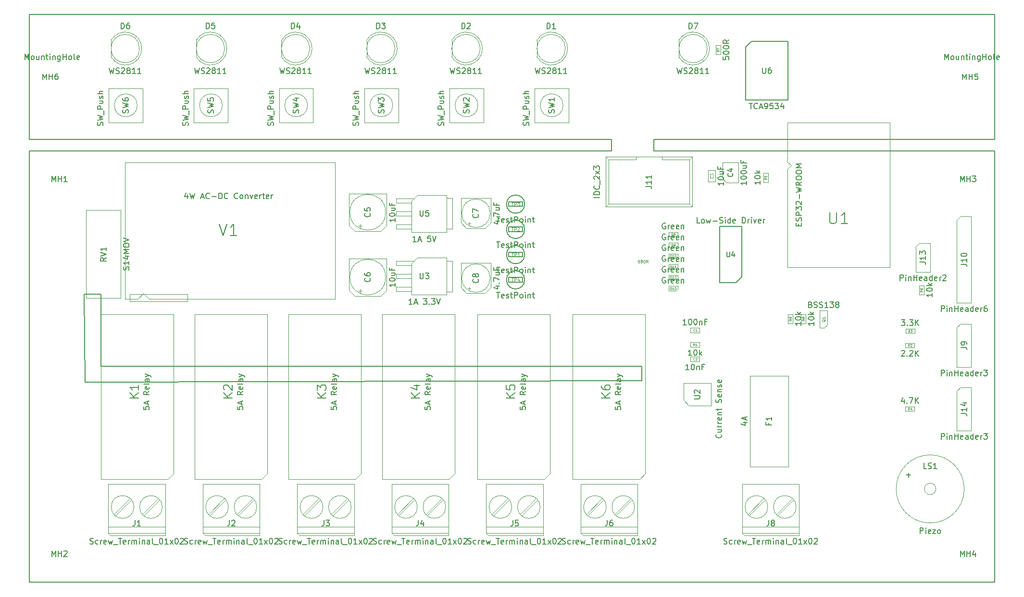
<source format=gbr>
%TF.GenerationSoftware,KiCad,Pcbnew,(5.0.0)*%
%TF.CreationDate,2018-10-01T00:30:34+01:00*%
%TF.ProjectId,AquaHub,417175614875622E6B696361645F7063,rev?*%
%TF.SameCoordinates,Original*%
%TF.FileFunction,Other,Fab,Top*%
%FSLAX46Y46*%
G04 Gerber Fmt 4.6, Leading zero omitted, Abs format (unit mm)*
G04 Created by KiCad (PCBNEW (5.0.0)) date 10/01/18 00:30:34*
%MOMM*%
%LPD*%
G01*
G04 APERTURE LIST*
%ADD10C,0.080000*%
%ADD11C,0.200000*%
%ADD12C,0.100000*%
%ADD13C,0.150000*%
%ADD14C,0.130000*%
%ADD15C,0.135000*%
%ADD16C,0.090000*%
%ADD17C,0.075000*%
%ADD18C,0.060000*%
G04 APERTURE END LIST*
D10*
X55880000Y-104140000D02*
X55880000Y-102870000D01*
X66040000Y-104140000D02*
X55880000Y-104140000D01*
X66040000Y-102870000D02*
X66040000Y-104140000D01*
X55880000Y-102870000D02*
X66040000Y-102870000D01*
D11*
X50800000Y-102870000D02*
X47879000Y-102870000D01*
X50800000Y-106045000D02*
X50800000Y-102870000D01*
X146050000Y-115570000D02*
X146050000Y-118110000D01*
X140680000Y-77590000D02*
X140680000Y-75590000D01*
X148180000Y-75590000D02*
X148180000Y-77590000D01*
X148180000Y-77590000D02*
X208180000Y-77590000D01*
X208180000Y-75590000D02*
X148180000Y-75590000D01*
X208180000Y-53590000D02*
X208180000Y-75590000D01*
X38180000Y-53590000D02*
X208180000Y-53590000D01*
X38180000Y-75590000D02*
X38180000Y-53590000D01*
X140680000Y-75590000D02*
X38180000Y-75590000D01*
X48006000Y-118364000D02*
X47879000Y-102870000D01*
X146050000Y-118110000D02*
X48006000Y-118364000D01*
X50800000Y-115570000D02*
X146050000Y-115570000D01*
X50800000Y-106045000D02*
X50800000Y-115570000D01*
X38180000Y-153590000D02*
X208180000Y-153590000D01*
X38180000Y-77590000D02*
X38180000Y-153590000D01*
X140680000Y-77590000D02*
X38180000Y-77590000D01*
X208180000Y-77590000D02*
X208180000Y-153590000D01*
D12*
X145675000Y-135450000D02*
X146675000Y-134450000D01*
X133875000Y-135450000D02*
X133875000Y-106450000D01*
X146675000Y-106450000D02*
X133875000Y-106450000D01*
X146675000Y-134450007D02*
X146675000Y-106450000D01*
X145675000Y-135450000D02*
X133875000Y-135450000D01*
X62610000Y-135450000D02*
X50810000Y-135450000D01*
X63610000Y-134450007D02*
X63610000Y-106450000D01*
X63610000Y-106450000D02*
X50810000Y-106450000D01*
X50810000Y-135450000D02*
X50810000Y-106450000D01*
X62610000Y-135450000D02*
X63610000Y-134450000D01*
X201549000Y-119888000D02*
X202184000Y-119253000D01*
X201549000Y-126873000D02*
X201549000Y-119888000D01*
X204089000Y-126873000D02*
X201549000Y-126873000D01*
X204089000Y-119253000D02*
X204089000Y-126873000D01*
X202184000Y-119253000D02*
X204089000Y-119253000D01*
X172516000Y-138818000D02*
X169727000Y-141608000D01*
X172760000Y-139062000D02*
X169971000Y-141852000D01*
X167516000Y-138818000D02*
X164726000Y-141608000D01*
X167760000Y-139062000D02*
X164970000Y-141852000D01*
X163743000Y-143835000D02*
X173743000Y-143835000D01*
X163743000Y-144935000D02*
X173743000Y-144935000D01*
X163743000Y-144935000D02*
X163743000Y-136335000D01*
X164143000Y-145335000D02*
X163743000Y-144935000D01*
X173743000Y-145335000D02*
X164143000Y-145335000D01*
X173743000Y-136335000D02*
X173743000Y-145335000D01*
X163743000Y-136335000D02*
X173743000Y-136335000D01*
X173243000Y-140335000D02*
G75*
G03X173243000Y-140335000I-2000000J0D01*
G01*
X168243000Y-140335000D02*
G75*
G03X168243000Y-140335000I-2000000J0D01*
G01*
X144068000Y-138818000D02*
X141279000Y-141608000D01*
X144312000Y-139062000D02*
X141523000Y-141852000D01*
X139068000Y-138818000D02*
X136278000Y-141608000D01*
X139312000Y-139062000D02*
X136522000Y-141852000D01*
X135295000Y-143835000D02*
X145295000Y-143835000D01*
X135295000Y-144935000D02*
X145295000Y-144935000D01*
X135295000Y-144935000D02*
X135295000Y-136335000D01*
X135695000Y-145335000D02*
X135295000Y-144935000D01*
X145295000Y-145335000D02*
X135695000Y-145335000D01*
X145295000Y-136335000D02*
X145295000Y-145335000D01*
X135295000Y-136335000D02*
X145295000Y-136335000D01*
X144795000Y-140335000D02*
G75*
G03X144795000Y-140335000I-2000000J0D01*
G01*
X139795000Y-140335000D02*
G75*
G03X139795000Y-140335000I-2000000J0D01*
G01*
X77520000Y-138818000D02*
X74731000Y-141608000D01*
X77764000Y-139062000D02*
X74975000Y-141852000D01*
X72520000Y-138818000D02*
X69730000Y-141608000D01*
X72764000Y-139062000D02*
X69974000Y-141852000D01*
X68747000Y-143835000D02*
X78747000Y-143835000D01*
X68747000Y-144935000D02*
X78747000Y-144935000D01*
X68747000Y-144935000D02*
X68747000Y-136335000D01*
X69147000Y-145335000D02*
X68747000Y-144935000D01*
X78747000Y-145335000D02*
X69147000Y-145335000D01*
X78747000Y-136335000D02*
X78747000Y-145335000D01*
X68747000Y-136335000D02*
X78747000Y-136335000D01*
X78247000Y-140335000D02*
G75*
G03X78247000Y-140335000I-2000000J0D01*
G01*
X73247000Y-140335000D02*
G75*
G03X73247000Y-140335000I-2000000J0D01*
G01*
X60883000Y-138818000D02*
X58094000Y-141608000D01*
X61127000Y-139062000D02*
X58338000Y-141852000D01*
X55883000Y-138818000D02*
X53093000Y-141608000D01*
X56127000Y-139062000D02*
X53337000Y-141852000D01*
X52110000Y-143835000D02*
X62110000Y-143835000D01*
X52110000Y-144935000D02*
X62110000Y-144935000D01*
X52110000Y-144935000D02*
X52110000Y-136335000D01*
X52510000Y-145335000D02*
X52110000Y-144935000D01*
X62110000Y-145335000D02*
X52510000Y-145335000D01*
X62110000Y-136335000D02*
X62110000Y-145335000D01*
X52110000Y-136335000D02*
X62110000Y-136335000D01*
X61610000Y-140335000D02*
G75*
G03X61610000Y-140335000I-2000000J0D01*
G01*
X56610000Y-140335000D02*
G75*
G03X56610000Y-140335000I-2000000J0D01*
G01*
X127431000Y-138818000D02*
X124642000Y-141608000D01*
X127675000Y-139062000D02*
X124886000Y-141852000D01*
X122431000Y-138818000D02*
X119641000Y-141608000D01*
X122675000Y-139062000D02*
X119885000Y-141852000D01*
X118658000Y-143835000D02*
X128658000Y-143835000D01*
X118658000Y-144935000D02*
X128658000Y-144935000D01*
X118658000Y-144935000D02*
X118658000Y-136335000D01*
X119058000Y-145335000D02*
X118658000Y-144935000D01*
X128658000Y-145335000D02*
X119058000Y-145335000D01*
X128658000Y-136335000D02*
X128658000Y-145335000D01*
X118658000Y-136335000D02*
X128658000Y-136335000D01*
X128158000Y-140335000D02*
G75*
G03X128158000Y-140335000I-2000000J0D01*
G01*
X123158000Y-140335000D02*
G75*
G03X123158000Y-140335000I-2000000J0D01*
G01*
X110794000Y-138818000D02*
X108005000Y-141608000D01*
X111038000Y-139062000D02*
X108249000Y-141852000D01*
X105794000Y-138818000D02*
X103004000Y-141608000D01*
X106038000Y-139062000D02*
X103248000Y-141852000D01*
X102021000Y-143835000D02*
X112021000Y-143835000D01*
X102021000Y-144935000D02*
X112021000Y-144935000D01*
X102021000Y-144935000D02*
X102021000Y-136335000D01*
X102421000Y-145335000D02*
X102021000Y-144935000D01*
X112021000Y-145335000D02*
X102421000Y-145335000D01*
X112021000Y-136335000D02*
X112021000Y-145335000D01*
X102021000Y-136335000D02*
X112021000Y-136335000D01*
X111521000Y-140335000D02*
G75*
G03X111521000Y-140335000I-2000000J0D01*
G01*
X106521000Y-140335000D02*
G75*
G03X106521000Y-140335000I-2000000J0D01*
G01*
X94157000Y-138818000D02*
X91368000Y-141608000D01*
X94401000Y-139062000D02*
X91612000Y-141852000D01*
X89157000Y-138818000D02*
X86367000Y-141608000D01*
X89401000Y-139062000D02*
X86611000Y-141852000D01*
X85384000Y-143835000D02*
X95384000Y-143835000D01*
X85384000Y-144935000D02*
X95384000Y-144935000D01*
X85384000Y-144935000D02*
X85384000Y-136335000D01*
X85784000Y-145335000D02*
X85384000Y-144935000D01*
X95384000Y-145335000D02*
X85784000Y-145335000D01*
X95384000Y-136335000D02*
X95384000Y-145335000D01*
X85384000Y-136335000D02*
X95384000Y-136335000D01*
X94884000Y-140335000D02*
G75*
G03X94884000Y-140335000I-2000000J0D01*
G01*
X89884000Y-140335000D02*
G75*
G03X89884000Y-140335000I-2000000J0D01*
G01*
X87195564Y-69590000D02*
G75*
G03X87195564Y-69590000I-2015564J0D01*
G01*
X88180000Y-66590000D02*
X88180000Y-69590000D01*
X82180000Y-66590000D02*
X88180000Y-66590000D01*
X82180000Y-72590000D02*
X82180000Y-66590000D01*
X88180000Y-72590000D02*
X82180000Y-72590000D01*
X88180000Y-69590000D02*
X88180000Y-72590000D01*
X194310000Y-94488000D02*
X194945000Y-93853000D01*
X194310000Y-98933000D02*
X194310000Y-94488000D01*
X196850000Y-98933000D02*
X194310000Y-98933000D01*
X196850000Y-93853000D02*
X196850000Y-98933000D01*
X194945000Y-93853000D02*
X196850000Y-93853000D01*
X127585000Y-58120306D02*
X127585000Y-61059694D01*
X132585000Y-59590000D02*
G75*
G03X132585000Y-59590000I-2500000J0D01*
G01*
X127584984Y-61059666D02*
G75*
G03X127585000Y-58120306I2500016J1469666D01*
G01*
X139680000Y-78633000D02*
X140240000Y-79183000D01*
X154960000Y-78633000D02*
X154420000Y-79183000D01*
X139680000Y-87483000D02*
X140240000Y-86933000D01*
X154960000Y-87483000D02*
X154420000Y-86933000D01*
X140240000Y-86933000D02*
X140240000Y-79183000D01*
X139680000Y-87483000D02*
X139680000Y-78633000D01*
X154420000Y-86933000D02*
X154420000Y-79183000D01*
X154960000Y-87483000D02*
X154960000Y-78633000D01*
X145070000Y-79183000D02*
X145070000Y-78633000D01*
X149570000Y-79183000D02*
X149570000Y-78633000D01*
X145070000Y-79183000D02*
X140240000Y-79183000D01*
X154420000Y-79183000D02*
X149570000Y-79183000D01*
X154960000Y-78633000D02*
X139680000Y-78633000D01*
X154420000Y-86933000D02*
X140240000Y-86933000D01*
X154960000Y-87483000D02*
X139680000Y-87483000D01*
X115390000Y-90388956D02*
X115890000Y-90388956D01*
X115640000Y-90638956D02*
X115640000Y-90138956D01*
X118490000Y-91255000D02*
X119490000Y-90255000D01*
X115190000Y-91255000D02*
X114190000Y-90255000D01*
X115190000Y-91255000D02*
X118490000Y-91255000D01*
X119490000Y-90255000D02*
X119490000Y-85955000D01*
X114190000Y-90255000D02*
X114190000Y-85955000D01*
X114190000Y-85955000D02*
X119490000Y-85955000D01*
X119340000Y-88605000D02*
G75*
G03X119340000Y-88605000I-2500000J0D01*
G01*
X163071000Y-79683000D02*
X160271000Y-79683000D01*
X163071000Y-83183000D02*
X163071000Y-79683000D01*
X160971000Y-83183000D02*
X163071000Y-83183000D01*
X160271000Y-82483000D02*
X160971000Y-83183000D01*
X160271000Y-79683000D02*
X160271000Y-82483000D01*
X54305000Y-88075000D02*
X48205000Y-88075000D01*
X54305000Y-103575000D02*
X48205000Y-103575000D01*
X54305000Y-88075000D02*
X54305000Y-103575000D01*
X48205000Y-88075000D02*
X48205000Y-103575000D01*
X102785000Y-102350000D02*
X105485000Y-102350000D01*
X102785000Y-101600000D02*
X102785000Y-102350000D01*
X105485000Y-101600000D02*
X102785000Y-101600000D01*
X102785000Y-100070000D02*
X105485000Y-100070000D01*
X102785000Y-99320000D02*
X102785000Y-100070000D01*
X105485000Y-99320000D02*
X102785000Y-99320000D01*
X102785000Y-97790000D02*
X105485000Y-97790000D01*
X102785000Y-97040000D02*
X102785000Y-97790000D01*
X105890000Y-97040000D02*
X102785000Y-97040000D01*
X106485000Y-96445000D02*
X111705000Y-96445000D01*
X105485000Y-97445000D02*
X106485000Y-96445000D01*
X105485000Y-102945000D02*
X105485000Y-97445000D01*
X111705000Y-102945000D02*
X105485000Y-102945000D01*
X111705000Y-96445000D02*
X111705000Y-102945000D01*
X112705000Y-102395000D02*
X111705000Y-102395000D01*
X112705000Y-96995000D02*
X112705000Y-102395000D01*
X111705000Y-96995000D02*
X112705000Y-96995000D01*
X132195564Y-69590000D02*
G75*
G03X132195564Y-69590000I-2015564J0D01*
G01*
X133180000Y-66590000D02*
X133180000Y-69590000D01*
X127180000Y-66590000D02*
X133180000Y-66590000D01*
X127180000Y-72590000D02*
X127180000Y-66590000D01*
X133180000Y-72590000D02*
X127180000Y-72590000D01*
X133180000Y-69590000D02*
X133180000Y-72590000D01*
X72195564Y-69590000D02*
G75*
G03X72195564Y-69590000I-2015564J0D01*
G01*
X73180000Y-66590000D02*
X73180000Y-69590000D01*
X67180000Y-66590000D02*
X73180000Y-66590000D01*
X67180000Y-72590000D02*
X67180000Y-66590000D01*
X73180000Y-72590000D02*
X67180000Y-72590000D01*
X73180000Y-69590000D02*
X73180000Y-72590000D01*
X201549000Y-108712000D02*
X202184000Y-108077000D01*
X201549000Y-115697000D02*
X201549000Y-108712000D01*
X204089000Y-115697000D02*
X201549000Y-115697000D01*
X204089000Y-108077000D02*
X204089000Y-115697000D01*
X202184000Y-108077000D02*
X204089000Y-108077000D01*
X154387979Y-122459195D02*
X153387979Y-121459195D01*
X158287979Y-122459195D02*
X154387979Y-122459195D01*
X158287979Y-118559195D02*
X158287979Y-122459195D01*
X153387979Y-118559195D02*
X158287979Y-118559195D01*
X153387979Y-121459195D02*
X153387979Y-118559195D01*
D13*
X163654000Y-99835000D02*
X162654000Y-100835000D01*
X163654000Y-90935000D02*
X163654000Y-99835000D01*
X159754000Y-90935000D02*
X163654000Y-90935000D01*
X159754000Y-100835000D02*
X159754000Y-90935000D01*
X162654000Y-100835000D02*
X159754000Y-100835000D01*
D12*
X158969000Y-81033000D02*
X158969000Y-83033000D01*
X157769000Y-81033000D02*
X158969000Y-81033000D01*
X157769000Y-83033000D02*
X157769000Y-81033000D01*
X158969000Y-83033000D02*
X157769000Y-83033000D01*
X112585000Y-58120306D02*
X112585000Y-61059694D01*
X117585000Y-59590000D02*
G75*
G03X117585000Y-59590000I-2500000J0D01*
G01*
X112584984Y-61059666D02*
G75*
G03X112585000Y-58120306I2500016J1469666D01*
G01*
X97585000Y-58120306D02*
X97585000Y-61059694D01*
X102585000Y-59590000D02*
G75*
G03X102585000Y-59590000I-2500000J0D01*
G01*
X97584984Y-61059666D02*
G75*
G03X97585000Y-58120306I2500016J1469666D01*
G01*
X82585000Y-58120306D02*
X82585000Y-61059694D01*
X87585000Y-59590000D02*
G75*
G03X87585000Y-59590000I-2500000J0D01*
G01*
X82584984Y-61059666D02*
G75*
G03X82585000Y-58120306I2500016J1469666D01*
G01*
X67585000Y-58120306D02*
X67585000Y-61059694D01*
X72585000Y-59590000D02*
G75*
G03X72585000Y-59590000I-2500000J0D01*
G01*
X67584984Y-61059666D02*
G75*
G03X67585000Y-58120306I2500016J1469666D01*
G01*
X52585000Y-58120306D02*
X52585000Y-61059694D01*
X57585000Y-59590000D02*
G75*
G03X57585000Y-59590000I-2500000J0D01*
G01*
X52584984Y-61059666D02*
G75*
G03X52585000Y-58120306I2500016J1469666D01*
G01*
X117195564Y-69590000D02*
G75*
G03X117195564Y-69590000I-2015564J0D01*
G01*
X118180000Y-66590000D02*
X118180000Y-69590000D01*
X112180000Y-66590000D02*
X118180000Y-66590000D01*
X112180000Y-72590000D02*
X112180000Y-66590000D01*
X118180000Y-72590000D02*
X112180000Y-72590000D01*
X118180000Y-69590000D02*
X118180000Y-72590000D01*
X102195564Y-69590000D02*
G75*
G03X102195564Y-69590000I-2015564J0D01*
G01*
X103180000Y-66590000D02*
X103180000Y-69590000D01*
X97180000Y-66590000D02*
X103180000Y-66590000D01*
X97180000Y-72590000D02*
X97180000Y-66590000D01*
X103180000Y-72590000D02*
X97180000Y-72590000D01*
X103180000Y-69590000D02*
X103180000Y-72590000D01*
X57195564Y-69590000D02*
G75*
G03X57195564Y-69590000I-2015564J0D01*
G01*
X58180000Y-66590000D02*
X58180000Y-69590000D01*
X52180000Y-66590000D02*
X58180000Y-66590000D01*
X52180000Y-72590000D02*
X52180000Y-66590000D01*
X58180000Y-72590000D02*
X52180000Y-72590000D01*
X58180000Y-69590000D02*
X58180000Y-72590000D01*
X96145000Y-90814838D02*
X96775000Y-90814838D01*
X96460000Y-91129838D02*
X96460000Y-90499838D01*
X100090000Y-91725000D02*
X101090000Y-90725000D01*
X95490000Y-91725000D02*
X94490000Y-90725000D01*
X95490000Y-91725000D02*
X100090000Y-91725000D01*
X101090000Y-90725000D02*
X101090000Y-85125000D01*
X94490000Y-90725000D02*
X94490000Y-85125000D01*
X94490000Y-85125000D02*
X101090000Y-85125000D01*
X100940000Y-88425000D02*
G75*
G03X100940000Y-88425000I-3150000J0D01*
G01*
X96145000Y-102244838D02*
X96775000Y-102244838D01*
X96460000Y-102559838D02*
X96460000Y-101929838D01*
X100090000Y-103155000D02*
X101090000Y-102155000D01*
X95490000Y-103155000D02*
X94490000Y-102155000D01*
X95490000Y-103155000D02*
X100090000Y-103155000D01*
X101090000Y-102155000D02*
X101090000Y-96555000D01*
X94490000Y-102155000D02*
X94490000Y-96555000D01*
X94490000Y-96555000D02*
X101090000Y-96555000D01*
X100940000Y-99855000D02*
G75*
G03X100940000Y-99855000I-3150000J0D01*
G01*
X115390000Y-101818956D02*
X115890000Y-101818956D01*
X115640000Y-102068956D02*
X115640000Y-101568956D01*
X118490000Y-102685000D02*
X119490000Y-101685000D01*
X115190000Y-102685000D02*
X114190000Y-101685000D01*
X115190000Y-102685000D02*
X118490000Y-102685000D01*
X119490000Y-101685000D02*
X119490000Y-97385000D01*
X114190000Y-101685000D02*
X114190000Y-97385000D01*
X114190000Y-97385000D02*
X119490000Y-97385000D01*
X119340000Y-100035000D02*
G75*
G03X119340000Y-100035000I-2500000J0D01*
G01*
X102785000Y-91300000D02*
X105485000Y-91300000D01*
X102785000Y-90550000D02*
X102785000Y-91300000D01*
X105485000Y-90550000D02*
X102785000Y-90550000D01*
X102785000Y-89020000D02*
X105485000Y-89020000D01*
X102785000Y-88270000D02*
X102785000Y-89020000D01*
X105485000Y-88270000D02*
X102785000Y-88270000D01*
X102785000Y-86740000D02*
X105485000Y-86740000D01*
X102785000Y-85990000D02*
X102785000Y-86740000D01*
X105890000Y-85990000D02*
X102785000Y-85990000D01*
X106485000Y-85395000D02*
X111705000Y-85395000D01*
X105485000Y-86395000D02*
X106485000Y-85395000D01*
X105485000Y-91895000D02*
X105485000Y-86395000D01*
X111705000Y-91895000D02*
X105485000Y-91895000D01*
X111705000Y-85395000D02*
X111705000Y-91895000D01*
X112705000Y-91345000D02*
X111705000Y-91345000D01*
X112705000Y-85945000D02*
X112705000Y-91345000D01*
X111705000Y-85945000D02*
X112705000Y-85945000D01*
D13*
X125425000Y-95885000D02*
G75*
G03X125425000Y-95885000I-1600000J0D01*
G01*
X122575000Y-96285000D02*
X122575000Y-95485000D01*
X125075000Y-96285000D02*
X122575000Y-96285000D01*
X125075000Y-95485000D02*
X125075000Y-96285000D01*
X122575000Y-95485000D02*
X125075000Y-95485000D01*
X125425000Y-91440000D02*
G75*
G03X125425000Y-91440000I-1600000J0D01*
G01*
X122575000Y-91840000D02*
X122575000Y-91040000D01*
X125075000Y-91840000D02*
X122575000Y-91840000D01*
X125075000Y-91040000D02*
X125075000Y-91840000D01*
X122575000Y-91040000D02*
X125075000Y-91040000D01*
X125425000Y-86995000D02*
G75*
G03X125425000Y-86995000I-1600000J0D01*
G01*
X122575000Y-87395000D02*
X122575000Y-86595000D01*
X125075000Y-87395000D02*
X122575000Y-87395000D01*
X125075000Y-86595000D02*
X125075000Y-87395000D01*
X122575000Y-86595000D02*
X125075000Y-86595000D01*
X125425000Y-100330000D02*
G75*
G03X125425000Y-100330000I-1600000J0D01*
G01*
X122575000Y-100730000D02*
X122575000Y-99930000D01*
X125075000Y-100730000D02*
X122575000Y-100730000D01*
X125075000Y-99930000D02*
X125075000Y-100730000D01*
X122575000Y-99930000D02*
X125075000Y-99930000D01*
D12*
X201549000Y-89789000D02*
X202184000Y-89154000D01*
X201549000Y-104394000D02*
X201549000Y-89789000D01*
X204089000Y-104394000D02*
X201549000Y-104394000D01*
X204089000Y-89154000D02*
X204089000Y-104394000D01*
X202184000Y-89154000D02*
X204089000Y-89154000D01*
X152585000Y-58120306D02*
X152585000Y-61059694D01*
X157585000Y-59590000D02*
G75*
G03X157585000Y-59590000I-2500000J0D01*
G01*
X152584984Y-61059666D02*
G75*
G03X152585000Y-58120306I2500016J1469666D01*
G01*
X178770000Y-105734000D02*
X177370000Y-105734000D01*
X177370000Y-108774000D02*
X177370000Y-105734000D01*
X178770000Y-108204000D02*
X178220000Y-108774000D01*
X178220000Y-108774000D02*
X177370000Y-108774000D01*
X178770000Y-108204000D02*
X178770000Y-105754000D01*
X171850000Y-133215000D02*
X171850000Y-117215000D01*
X165110000Y-133215000D02*
X171850000Y-133215000D01*
X165110000Y-117215000D02*
X165110000Y-133215000D01*
X171850000Y-117215000D02*
X165110000Y-117215000D01*
X202840000Y-137160000D02*
G75*
G03X202840000Y-137160000I-6000000J0D01*
G01*
X197840000Y-137160000D02*
G75*
G03X197840000Y-137160000I-1000000J0D01*
G01*
X154639000Y-108820000D02*
X156239000Y-108820000D01*
X154639000Y-109620000D02*
X154639000Y-108820000D01*
X156239000Y-109620000D02*
X154639000Y-109620000D01*
X156239000Y-108820000D02*
X156239000Y-109620000D01*
X154639000Y-114700000D02*
X154639000Y-113900000D01*
X154639000Y-113900000D02*
X156239000Y-113900000D01*
X156239000Y-113900000D02*
X156239000Y-114700000D01*
X156239000Y-114700000D02*
X154639000Y-114700000D01*
X150765500Y-92729000D02*
X152065500Y-92729000D01*
X152065500Y-92729000D02*
X152365500Y-92429000D01*
X152365500Y-92429000D02*
X152365500Y-91929000D01*
X152365500Y-91929000D02*
X150765500Y-91929000D01*
X150765500Y-91929000D02*
X150765500Y-92729000D01*
X150765500Y-93834000D02*
X150765500Y-94634000D01*
X152365500Y-93834000D02*
X150765500Y-93834000D01*
X152365500Y-94334000D02*
X152365500Y-93834000D01*
X152065500Y-94634000D02*
X152365500Y-94334000D01*
X150765500Y-94634000D02*
X152065500Y-94634000D01*
X150765500Y-96539000D02*
X152065500Y-96539000D01*
X152065500Y-96539000D02*
X152365500Y-96239000D01*
X152365500Y-96239000D02*
X152365500Y-95739000D01*
X152365500Y-95739000D02*
X150765500Y-95739000D01*
X150765500Y-95739000D02*
X150765500Y-96539000D01*
X150765500Y-97644000D02*
X150765500Y-98444000D01*
X152365500Y-97644000D02*
X150765500Y-97644000D01*
X152365500Y-98144000D02*
X152365500Y-97644000D01*
X152065500Y-98444000D02*
X152365500Y-98144000D01*
X150765500Y-98444000D02*
X152065500Y-98444000D01*
X150765500Y-100349000D02*
X152065500Y-100349000D01*
X152065500Y-100349000D02*
X152365500Y-100049000D01*
X152365500Y-100049000D02*
X152365500Y-99549000D01*
X152365500Y-99549000D02*
X150765500Y-99549000D01*
X150765500Y-99549000D02*
X150765500Y-100349000D01*
X150765500Y-101454000D02*
X150765500Y-102254000D01*
X152365500Y-101454000D02*
X150765500Y-101454000D01*
X152365500Y-101954000D02*
X152365500Y-101454000D01*
X152065500Y-102254000D02*
X152365500Y-101954000D01*
X150765500Y-102254000D02*
X152065500Y-102254000D01*
X55033000Y-79694000D02*
X92033000Y-79694000D01*
X55033000Y-103694000D02*
X55033000Y-79694000D01*
X92033000Y-103694000D02*
X92033000Y-79694000D01*
X92033000Y-103694000D02*
X59293000Y-103694000D01*
X59293000Y-103694000D02*
X58293000Y-102694000D01*
X57293000Y-103694000D02*
X58293000Y-102694000D01*
X57293000Y-103694000D02*
X55033000Y-103694000D01*
D13*
X165320000Y-58350000D02*
X171820000Y-58350000D01*
X171820000Y-58350000D02*
X171820000Y-68650000D01*
X171820000Y-68650000D02*
X164320000Y-68650000D01*
X164320000Y-68650000D02*
X164320000Y-59350000D01*
X164320000Y-59350000D02*
X165320000Y-58350000D01*
D12*
X189704000Y-98145000D02*
X189704000Y-72645000D01*
X189704000Y-72645000D02*
X171704000Y-72645000D01*
X171704000Y-80835000D02*
X171704000Y-98145000D01*
X171704000Y-98145000D02*
X189704000Y-98145000D01*
X171704000Y-79535000D02*
X172404000Y-80135000D01*
X172404000Y-80135000D02*
X171704000Y-80835000D01*
X171704000Y-79535000D02*
X171704000Y-72645000D01*
X194085000Y-112287000D02*
X192485000Y-112287000D01*
X194085000Y-111487000D02*
X194085000Y-112287000D01*
X192485000Y-111487000D02*
X194085000Y-111487000D01*
X192485000Y-112287000D02*
X192485000Y-111487000D01*
X194103000Y-108947000D02*
X194103000Y-109747000D01*
X194103000Y-109747000D02*
X192503000Y-109747000D01*
X192503000Y-109747000D02*
X192503000Y-108947000D01*
X192503000Y-108947000D02*
X194103000Y-108947000D01*
X194085000Y-122663000D02*
X194085000Y-123463000D01*
X194085000Y-123463000D02*
X192485000Y-123463000D01*
X192485000Y-123463000D02*
X192485000Y-122663000D01*
X192485000Y-122663000D02*
X194085000Y-122663000D01*
X167494000Y-83105000D02*
X167494000Y-81505000D01*
X168294000Y-83105000D02*
X167494000Y-83105000D01*
X168294000Y-81505000D02*
X168294000Y-83105000D01*
X167494000Y-81505000D02*
X168294000Y-81505000D01*
X195726000Y-102917000D02*
X194926000Y-102917000D01*
X194926000Y-102917000D02*
X194926000Y-101317000D01*
X194926000Y-101317000D02*
X195726000Y-101317000D01*
X195726000Y-101317000D02*
X195726000Y-102917000D01*
X159912000Y-59008000D02*
X159912000Y-60608000D01*
X159112000Y-59008000D02*
X159912000Y-59008000D01*
X159112000Y-60608000D02*
X159112000Y-59008000D01*
X159912000Y-60608000D02*
X159112000Y-60608000D01*
X156239000Y-112160000D02*
X154639000Y-112160000D01*
X156239000Y-111360000D02*
X156239000Y-112160000D01*
X154639000Y-111360000D02*
X156239000Y-111360000D01*
X154639000Y-112160000D02*
X154639000Y-111360000D01*
X174898000Y-107979000D02*
X174098000Y-107979000D01*
X174098000Y-107979000D02*
X174098000Y-106379000D01*
X174098000Y-106379000D02*
X174898000Y-106379000D01*
X174898000Y-106379000D02*
X174898000Y-107979000D01*
X172612000Y-107979000D02*
X171812000Y-107979000D01*
X171812000Y-107979000D02*
X171812000Y-106379000D01*
X171812000Y-106379000D02*
X172612000Y-106379000D01*
X172612000Y-106379000D02*
X172612000Y-107979000D01*
X79120000Y-135450000D02*
X67320000Y-135450000D01*
X80120000Y-134450007D02*
X80120000Y-106450000D01*
X80120000Y-106450000D02*
X67320000Y-106450000D01*
X67320000Y-135450000D02*
X67320000Y-106450000D01*
X79120000Y-135450000D02*
X80120000Y-134450000D01*
X95630000Y-135450000D02*
X96630000Y-134450000D01*
X83830000Y-135450000D02*
X83830000Y-106450000D01*
X96630000Y-106450000D02*
X83830000Y-106450000D01*
X96630000Y-134450007D02*
X96630000Y-106450000D01*
X95630000Y-135450000D02*
X83830000Y-135450000D01*
X112140000Y-135450000D02*
X100340000Y-135450000D01*
X113140000Y-134450007D02*
X113140000Y-106450000D01*
X113140000Y-106450000D02*
X100340000Y-106450000D01*
X100340000Y-135450000D02*
X100340000Y-106450000D01*
X112140000Y-135450000D02*
X113140000Y-134450000D01*
X128904000Y-135450000D02*
X117104000Y-135450000D01*
X129904000Y-134450007D02*
X129904000Y-106450000D01*
X129904000Y-106450000D02*
X117104000Y-106450000D01*
X117104000Y-135450000D02*
X117104000Y-106450000D01*
X128904000Y-135450000D02*
X129904000Y-134450000D01*
D13*
X141367380Y-122665238D02*
X141367380Y-123141428D01*
X141843571Y-123189047D01*
X141795952Y-123141428D01*
X141748333Y-123046190D01*
X141748333Y-122808095D01*
X141795952Y-122712857D01*
X141843571Y-122665238D01*
X141938809Y-122617619D01*
X142176904Y-122617619D01*
X142272142Y-122665238D01*
X142319761Y-122712857D01*
X142367380Y-122808095D01*
X142367380Y-123046190D01*
X142319761Y-123141428D01*
X142272142Y-123189047D01*
X142081666Y-122236666D02*
X142081666Y-121760476D01*
X142367380Y-122331904D02*
X141367380Y-121998571D01*
X142367380Y-121665238D01*
X142367380Y-119998571D02*
X141891190Y-120331904D01*
X142367380Y-120570000D02*
X141367380Y-120570000D01*
X141367380Y-120189047D01*
X141415000Y-120093809D01*
X141462619Y-120046190D01*
X141557857Y-119998571D01*
X141700714Y-119998571D01*
X141795952Y-120046190D01*
X141843571Y-120093809D01*
X141891190Y-120189047D01*
X141891190Y-120570000D01*
X142319761Y-119189047D02*
X142367380Y-119284285D01*
X142367380Y-119474761D01*
X142319761Y-119570000D01*
X142224523Y-119617619D01*
X141843571Y-119617619D01*
X141748333Y-119570000D01*
X141700714Y-119474761D01*
X141700714Y-119284285D01*
X141748333Y-119189047D01*
X141843571Y-119141428D01*
X141938809Y-119141428D01*
X142034047Y-119617619D01*
X142367380Y-118570000D02*
X142319761Y-118665238D01*
X142224523Y-118712857D01*
X141367380Y-118712857D01*
X142367380Y-117760476D02*
X141843571Y-117760476D01*
X141748333Y-117808095D01*
X141700714Y-117903333D01*
X141700714Y-118093809D01*
X141748333Y-118189047D01*
X142319761Y-117760476D02*
X142367380Y-117855714D01*
X142367380Y-118093809D01*
X142319761Y-118189047D01*
X142224523Y-118236666D01*
X142129285Y-118236666D01*
X142034047Y-118189047D01*
X141986428Y-118093809D01*
X141986428Y-117855714D01*
X141938809Y-117760476D01*
X141700714Y-117379523D02*
X142367380Y-117141428D01*
X141700714Y-116903333D02*
X142367380Y-117141428D01*
X142605476Y-117236666D01*
X142653095Y-117284285D01*
X142700714Y-117379523D01*
X140453571Y-121107142D02*
X138953571Y-121107142D01*
X140453571Y-120250000D02*
X139596428Y-120892857D01*
X138953571Y-120250000D02*
X139810714Y-121107142D01*
X138953571Y-118964285D02*
X138953571Y-119250000D01*
X139025000Y-119392857D01*
X139096428Y-119464285D01*
X139310714Y-119607142D01*
X139596428Y-119678571D01*
X140167857Y-119678571D01*
X140310714Y-119607142D01*
X140382142Y-119535714D01*
X140453571Y-119392857D01*
X140453571Y-119107142D01*
X140382142Y-118964285D01*
X140310714Y-118892857D01*
X140167857Y-118821428D01*
X139810714Y-118821428D01*
X139667857Y-118892857D01*
X139596428Y-118964285D01*
X139525000Y-119107142D01*
X139525000Y-119392857D01*
X139596428Y-119535714D01*
X139667857Y-119607142D01*
X139810714Y-119678571D01*
X58302380Y-122665238D02*
X58302380Y-123141428D01*
X58778571Y-123189047D01*
X58730952Y-123141428D01*
X58683333Y-123046190D01*
X58683333Y-122808095D01*
X58730952Y-122712857D01*
X58778571Y-122665238D01*
X58873809Y-122617619D01*
X59111904Y-122617619D01*
X59207142Y-122665238D01*
X59254761Y-122712857D01*
X59302380Y-122808095D01*
X59302380Y-123046190D01*
X59254761Y-123141428D01*
X59207142Y-123189047D01*
X59016666Y-122236666D02*
X59016666Y-121760476D01*
X59302380Y-122331904D02*
X58302380Y-121998571D01*
X59302380Y-121665238D01*
X59302380Y-119998571D02*
X58826190Y-120331904D01*
X59302380Y-120570000D02*
X58302380Y-120570000D01*
X58302380Y-120189047D01*
X58350000Y-120093809D01*
X58397619Y-120046190D01*
X58492857Y-119998571D01*
X58635714Y-119998571D01*
X58730952Y-120046190D01*
X58778571Y-120093809D01*
X58826190Y-120189047D01*
X58826190Y-120570000D01*
X59254761Y-119189047D02*
X59302380Y-119284285D01*
X59302380Y-119474761D01*
X59254761Y-119570000D01*
X59159523Y-119617619D01*
X58778571Y-119617619D01*
X58683333Y-119570000D01*
X58635714Y-119474761D01*
X58635714Y-119284285D01*
X58683333Y-119189047D01*
X58778571Y-119141428D01*
X58873809Y-119141428D01*
X58969047Y-119617619D01*
X59302380Y-118570000D02*
X59254761Y-118665238D01*
X59159523Y-118712857D01*
X58302380Y-118712857D01*
X59302380Y-117760476D02*
X58778571Y-117760476D01*
X58683333Y-117808095D01*
X58635714Y-117903333D01*
X58635714Y-118093809D01*
X58683333Y-118189047D01*
X59254761Y-117760476D02*
X59302380Y-117855714D01*
X59302380Y-118093809D01*
X59254761Y-118189047D01*
X59159523Y-118236666D01*
X59064285Y-118236666D01*
X58969047Y-118189047D01*
X58921428Y-118093809D01*
X58921428Y-117855714D01*
X58873809Y-117760476D01*
X58635714Y-117379523D02*
X59302380Y-117141428D01*
X58635714Y-116903333D02*
X59302380Y-117141428D01*
X59540476Y-117236666D01*
X59588095Y-117284285D01*
X59635714Y-117379523D01*
X57388571Y-121107142D02*
X55888571Y-121107142D01*
X57388571Y-120250000D02*
X56531428Y-120892857D01*
X55888571Y-120250000D02*
X56745714Y-121107142D01*
X57388571Y-118821428D02*
X57388571Y-119678571D01*
X57388571Y-119250000D02*
X55888571Y-119250000D01*
X56102857Y-119392857D01*
X56245714Y-119535714D01*
X56317142Y-119678571D01*
D10*
X145616047Y-96838190D02*
X145520809Y-96838190D01*
X145473190Y-96862000D01*
X145449380Y-96885809D01*
X145401761Y-96957238D01*
X145377952Y-97052476D01*
X145377952Y-97242952D01*
X145401761Y-97290571D01*
X145425571Y-97314380D01*
X145473190Y-97338190D01*
X145568428Y-97338190D01*
X145616047Y-97314380D01*
X145639857Y-97290571D01*
X145663666Y-97242952D01*
X145663666Y-97123904D01*
X145639857Y-97076285D01*
X145616047Y-97052476D01*
X145568428Y-97028666D01*
X145473190Y-97028666D01*
X145425571Y-97052476D01*
X145401761Y-97076285D01*
X145377952Y-97123904D01*
X145949380Y-97052476D02*
X145901761Y-97028666D01*
X145877952Y-97004857D01*
X145854142Y-96957238D01*
X145854142Y-96933428D01*
X145877952Y-96885809D01*
X145901761Y-96862000D01*
X145949380Y-96838190D01*
X146044619Y-96838190D01*
X146092238Y-96862000D01*
X146116047Y-96885809D01*
X146139857Y-96933428D01*
X146139857Y-96957238D01*
X146116047Y-97004857D01*
X146092238Y-97028666D01*
X146044619Y-97052476D01*
X145949380Y-97052476D01*
X145901761Y-97076285D01*
X145877952Y-97100095D01*
X145854142Y-97147714D01*
X145854142Y-97242952D01*
X145877952Y-97290571D01*
X145901761Y-97314380D01*
X145949380Y-97338190D01*
X146044619Y-97338190D01*
X146092238Y-97314380D01*
X146116047Y-97290571D01*
X146139857Y-97242952D01*
X146139857Y-97147714D01*
X146116047Y-97100095D01*
X146092238Y-97076285D01*
X146044619Y-97052476D01*
X146449380Y-96838190D02*
X146497000Y-96838190D01*
X146544619Y-96862000D01*
X146568428Y-96885809D01*
X146592238Y-96933428D01*
X146616047Y-97028666D01*
X146616047Y-97147714D01*
X146592238Y-97242952D01*
X146568428Y-97290571D01*
X146544619Y-97314380D01*
X146497000Y-97338190D01*
X146449380Y-97338190D01*
X146401761Y-97314380D01*
X146377952Y-97290571D01*
X146354142Y-97242952D01*
X146330333Y-97147714D01*
X146330333Y-97028666D01*
X146354142Y-96933428D01*
X146377952Y-96885809D01*
X146401761Y-96862000D01*
X146449380Y-96838190D01*
X147116047Y-97338190D02*
X146949380Y-97100095D01*
X146830333Y-97338190D02*
X146830333Y-96838190D01*
X147020809Y-96838190D01*
X147068428Y-96862000D01*
X147092238Y-96885809D01*
X147116047Y-96933428D01*
X147116047Y-97004857D01*
X147092238Y-97052476D01*
X147068428Y-97076285D01*
X147020809Y-97100095D01*
X146830333Y-97100095D01*
D13*
X198795190Y-128385380D02*
X198795190Y-127385380D01*
X199176142Y-127385380D01*
X199271380Y-127433000D01*
X199319000Y-127480619D01*
X199366619Y-127575857D01*
X199366619Y-127718714D01*
X199319000Y-127813952D01*
X199271380Y-127861571D01*
X199176142Y-127909190D01*
X198795190Y-127909190D01*
X199795190Y-128385380D02*
X199795190Y-127718714D01*
X199795190Y-127385380D02*
X199747571Y-127433000D01*
X199795190Y-127480619D01*
X199842809Y-127433000D01*
X199795190Y-127385380D01*
X199795190Y-127480619D01*
X200271380Y-127718714D02*
X200271380Y-128385380D01*
X200271380Y-127813952D02*
X200319000Y-127766333D01*
X200414238Y-127718714D01*
X200557095Y-127718714D01*
X200652333Y-127766333D01*
X200699952Y-127861571D01*
X200699952Y-128385380D01*
X201176142Y-128385380D02*
X201176142Y-127385380D01*
X201176142Y-127861571D02*
X201747571Y-127861571D01*
X201747571Y-128385380D02*
X201747571Y-127385380D01*
X202604714Y-128337761D02*
X202509476Y-128385380D01*
X202319000Y-128385380D01*
X202223761Y-128337761D01*
X202176142Y-128242523D01*
X202176142Y-127861571D01*
X202223761Y-127766333D01*
X202319000Y-127718714D01*
X202509476Y-127718714D01*
X202604714Y-127766333D01*
X202652333Y-127861571D01*
X202652333Y-127956809D01*
X202176142Y-128052047D01*
X203509476Y-128385380D02*
X203509476Y-127861571D01*
X203461857Y-127766333D01*
X203366619Y-127718714D01*
X203176142Y-127718714D01*
X203080904Y-127766333D01*
X203509476Y-128337761D02*
X203414238Y-128385380D01*
X203176142Y-128385380D01*
X203080904Y-128337761D01*
X203033285Y-128242523D01*
X203033285Y-128147285D01*
X203080904Y-128052047D01*
X203176142Y-128004428D01*
X203414238Y-128004428D01*
X203509476Y-127956809D01*
X204414238Y-128385380D02*
X204414238Y-127385380D01*
X204414238Y-128337761D02*
X204319000Y-128385380D01*
X204128523Y-128385380D01*
X204033285Y-128337761D01*
X203985666Y-128290142D01*
X203938047Y-128194904D01*
X203938047Y-127909190D01*
X203985666Y-127813952D01*
X204033285Y-127766333D01*
X204128523Y-127718714D01*
X204319000Y-127718714D01*
X204414238Y-127766333D01*
X205271380Y-128337761D02*
X205176142Y-128385380D01*
X204985666Y-128385380D01*
X204890428Y-128337761D01*
X204842809Y-128242523D01*
X204842809Y-127861571D01*
X204890428Y-127766333D01*
X204985666Y-127718714D01*
X205176142Y-127718714D01*
X205271380Y-127766333D01*
X205319000Y-127861571D01*
X205319000Y-127956809D01*
X204842809Y-128052047D01*
X205747571Y-128385380D02*
X205747571Y-127718714D01*
X205747571Y-127909190D02*
X205795190Y-127813952D01*
X205842809Y-127766333D01*
X205938047Y-127718714D01*
X206033285Y-127718714D01*
X206271380Y-127385380D02*
X206890428Y-127385380D01*
X206557095Y-127766333D01*
X206699952Y-127766333D01*
X206795190Y-127813952D01*
X206842809Y-127861571D01*
X206890428Y-127956809D01*
X206890428Y-128194904D01*
X206842809Y-128290142D01*
X206795190Y-128337761D01*
X206699952Y-128385380D01*
X206414238Y-128385380D01*
X206319000Y-128337761D01*
X206271380Y-128290142D01*
X202271380Y-123872523D02*
X202985666Y-123872523D01*
X203128523Y-123920142D01*
X203223761Y-124015380D01*
X203271380Y-124158238D01*
X203271380Y-124253476D01*
X203271380Y-122872523D02*
X203271380Y-123443952D01*
X203271380Y-123158238D02*
X202271380Y-123158238D01*
X202414238Y-123253476D01*
X202509476Y-123348714D01*
X202557095Y-123443952D01*
X202604714Y-122015380D02*
X203271380Y-122015380D01*
X202223761Y-122253476D02*
X202938047Y-122491571D01*
X202938047Y-121872523D01*
X160504904Y-146799761D02*
X160647761Y-146847380D01*
X160885857Y-146847380D01*
X160981095Y-146799761D01*
X161028714Y-146752142D01*
X161076333Y-146656904D01*
X161076333Y-146561666D01*
X161028714Y-146466428D01*
X160981095Y-146418809D01*
X160885857Y-146371190D01*
X160695380Y-146323571D01*
X160600142Y-146275952D01*
X160552523Y-146228333D01*
X160504904Y-146133095D01*
X160504904Y-146037857D01*
X160552523Y-145942619D01*
X160600142Y-145895000D01*
X160695380Y-145847380D01*
X160933476Y-145847380D01*
X161076333Y-145895000D01*
X161933476Y-146799761D02*
X161838238Y-146847380D01*
X161647761Y-146847380D01*
X161552523Y-146799761D01*
X161504904Y-146752142D01*
X161457285Y-146656904D01*
X161457285Y-146371190D01*
X161504904Y-146275952D01*
X161552523Y-146228333D01*
X161647761Y-146180714D01*
X161838238Y-146180714D01*
X161933476Y-146228333D01*
X162362047Y-146847380D02*
X162362047Y-146180714D01*
X162362047Y-146371190D02*
X162409666Y-146275952D01*
X162457285Y-146228333D01*
X162552523Y-146180714D01*
X162647761Y-146180714D01*
X163362047Y-146799761D02*
X163266809Y-146847380D01*
X163076333Y-146847380D01*
X162981095Y-146799761D01*
X162933476Y-146704523D01*
X162933476Y-146323571D01*
X162981095Y-146228333D01*
X163076333Y-146180714D01*
X163266809Y-146180714D01*
X163362047Y-146228333D01*
X163409666Y-146323571D01*
X163409666Y-146418809D01*
X162933476Y-146514047D01*
X163743000Y-146180714D02*
X163933476Y-146847380D01*
X164123952Y-146371190D01*
X164314428Y-146847380D01*
X164504904Y-146180714D01*
X164647761Y-146942619D02*
X165409666Y-146942619D01*
X165504904Y-145847380D02*
X166076333Y-145847380D01*
X165790619Y-146847380D02*
X165790619Y-145847380D01*
X166790619Y-146799761D02*
X166695380Y-146847380D01*
X166504904Y-146847380D01*
X166409666Y-146799761D01*
X166362047Y-146704523D01*
X166362047Y-146323571D01*
X166409666Y-146228333D01*
X166504904Y-146180714D01*
X166695380Y-146180714D01*
X166790619Y-146228333D01*
X166838238Y-146323571D01*
X166838238Y-146418809D01*
X166362047Y-146514047D01*
X167266809Y-146847380D02*
X167266809Y-146180714D01*
X167266809Y-146371190D02*
X167314428Y-146275952D01*
X167362047Y-146228333D01*
X167457285Y-146180714D01*
X167552523Y-146180714D01*
X167885857Y-146847380D02*
X167885857Y-146180714D01*
X167885857Y-146275952D02*
X167933476Y-146228333D01*
X168028714Y-146180714D01*
X168171571Y-146180714D01*
X168266809Y-146228333D01*
X168314428Y-146323571D01*
X168314428Y-146847380D01*
X168314428Y-146323571D02*
X168362047Y-146228333D01*
X168457285Y-146180714D01*
X168600142Y-146180714D01*
X168695380Y-146228333D01*
X168743000Y-146323571D01*
X168743000Y-146847380D01*
X169219190Y-146847380D02*
X169219190Y-146180714D01*
X169219190Y-145847380D02*
X169171571Y-145895000D01*
X169219190Y-145942619D01*
X169266809Y-145895000D01*
X169219190Y-145847380D01*
X169219190Y-145942619D01*
X169695380Y-146180714D02*
X169695380Y-146847380D01*
X169695380Y-146275952D02*
X169743000Y-146228333D01*
X169838238Y-146180714D01*
X169981095Y-146180714D01*
X170076333Y-146228333D01*
X170123952Y-146323571D01*
X170123952Y-146847380D01*
X171028714Y-146847380D02*
X171028714Y-146323571D01*
X170981095Y-146228333D01*
X170885857Y-146180714D01*
X170695380Y-146180714D01*
X170600142Y-146228333D01*
X171028714Y-146799761D02*
X170933476Y-146847380D01*
X170695380Y-146847380D01*
X170600142Y-146799761D01*
X170552523Y-146704523D01*
X170552523Y-146609285D01*
X170600142Y-146514047D01*
X170695380Y-146466428D01*
X170933476Y-146466428D01*
X171028714Y-146418809D01*
X171647761Y-146847380D02*
X171552523Y-146799761D01*
X171504904Y-146704523D01*
X171504904Y-145847380D01*
X171790619Y-146942619D02*
X172552523Y-146942619D01*
X172981095Y-145847380D02*
X173076333Y-145847380D01*
X173171571Y-145895000D01*
X173219190Y-145942619D01*
X173266809Y-146037857D01*
X173314428Y-146228333D01*
X173314428Y-146466428D01*
X173266809Y-146656904D01*
X173219190Y-146752142D01*
X173171571Y-146799761D01*
X173076333Y-146847380D01*
X172981095Y-146847380D01*
X172885857Y-146799761D01*
X172838238Y-146752142D01*
X172790619Y-146656904D01*
X172743000Y-146466428D01*
X172743000Y-146228333D01*
X172790619Y-146037857D01*
X172838238Y-145942619D01*
X172885857Y-145895000D01*
X172981095Y-145847380D01*
X174266809Y-146847380D02*
X173695380Y-146847380D01*
X173981095Y-146847380D02*
X173981095Y-145847380D01*
X173885857Y-145990238D01*
X173790619Y-146085476D01*
X173695380Y-146133095D01*
X174600142Y-146847380D02*
X175123952Y-146180714D01*
X174600142Y-146180714D02*
X175123952Y-146847380D01*
X175695380Y-145847380D02*
X175790619Y-145847380D01*
X175885857Y-145895000D01*
X175933476Y-145942619D01*
X175981095Y-146037857D01*
X176028714Y-146228333D01*
X176028714Y-146466428D01*
X175981095Y-146656904D01*
X175933476Y-146752142D01*
X175885857Y-146799761D01*
X175790619Y-146847380D01*
X175695380Y-146847380D01*
X175600142Y-146799761D01*
X175552523Y-146752142D01*
X175504904Y-146656904D01*
X175457285Y-146466428D01*
X175457285Y-146228333D01*
X175504904Y-146037857D01*
X175552523Y-145942619D01*
X175600142Y-145895000D01*
X175695380Y-145847380D01*
X176409666Y-145942619D02*
X176457285Y-145895000D01*
X176552523Y-145847380D01*
X176790619Y-145847380D01*
X176885857Y-145895000D01*
X176933476Y-145942619D01*
X176981095Y-146037857D01*
X176981095Y-146133095D01*
X176933476Y-146275952D01*
X176362047Y-146847380D01*
X176981095Y-146847380D01*
X168409666Y-142687380D02*
X168409666Y-143401666D01*
X168362047Y-143544523D01*
X168266809Y-143639761D01*
X168123952Y-143687380D01*
X168028714Y-143687380D01*
X169028714Y-143115952D02*
X168933476Y-143068333D01*
X168885857Y-143020714D01*
X168838238Y-142925476D01*
X168838238Y-142877857D01*
X168885857Y-142782619D01*
X168933476Y-142735000D01*
X169028714Y-142687380D01*
X169219190Y-142687380D01*
X169314428Y-142735000D01*
X169362047Y-142782619D01*
X169409666Y-142877857D01*
X169409666Y-142925476D01*
X169362047Y-143020714D01*
X169314428Y-143068333D01*
X169219190Y-143115952D01*
X169028714Y-143115952D01*
X168933476Y-143163571D01*
X168885857Y-143211190D01*
X168838238Y-143306428D01*
X168838238Y-143496904D01*
X168885857Y-143592142D01*
X168933476Y-143639761D01*
X169028714Y-143687380D01*
X169219190Y-143687380D01*
X169314428Y-143639761D01*
X169362047Y-143592142D01*
X169409666Y-143496904D01*
X169409666Y-143306428D01*
X169362047Y-143211190D01*
X169314428Y-143163571D01*
X169219190Y-143115952D01*
X132056904Y-146799761D02*
X132199761Y-146847380D01*
X132437857Y-146847380D01*
X132533095Y-146799761D01*
X132580714Y-146752142D01*
X132628333Y-146656904D01*
X132628333Y-146561666D01*
X132580714Y-146466428D01*
X132533095Y-146418809D01*
X132437857Y-146371190D01*
X132247380Y-146323571D01*
X132152142Y-146275952D01*
X132104523Y-146228333D01*
X132056904Y-146133095D01*
X132056904Y-146037857D01*
X132104523Y-145942619D01*
X132152142Y-145895000D01*
X132247380Y-145847380D01*
X132485476Y-145847380D01*
X132628333Y-145895000D01*
X133485476Y-146799761D02*
X133390238Y-146847380D01*
X133199761Y-146847380D01*
X133104523Y-146799761D01*
X133056904Y-146752142D01*
X133009285Y-146656904D01*
X133009285Y-146371190D01*
X133056904Y-146275952D01*
X133104523Y-146228333D01*
X133199761Y-146180714D01*
X133390238Y-146180714D01*
X133485476Y-146228333D01*
X133914047Y-146847380D02*
X133914047Y-146180714D01*
X133914047Y-146371190D02*
X133961666Y-146275952D01*
X134009285Y-146228333D01*
X134104523Y-146180714D01*
X134199761Y-146180714D01*
X134914047Y-146799761D02*
X134818809Y-146847380D01*
X134628333Y-146847380D01*
X134533095Y-146799761D01*
X134485476Y-146704523D01*
X134485476Y-146323571D01*
X134533095Y-146228333D01*
X134628333Y-146180714D01*
X134818809Y-146180714D01*
X134914047Y-146228333D01*
X134961666Y-146323571D01*
X134961666Y-146418809D01*
X134485476Y-146514047D01*
X135295000Y-146180714D02*
X135485476Y-146847380D01*
X135675952Y-146371190D01*
X135866428Y-146847380D01*
X136056904Y-146180714D01*
X136199761Y-146942619D02*
X136961666Y-146942619D01*
X137056904Y-145847380D02*
X137628333Y-145847380D01*
X137342619Y-146847380D02*
X137342619Y-145847380D01*
X138342619Y-146799761D02*
X138247380Y-146847380D01*
X138056904Y-146847380D01*
X137961666Y-146799761D01*
X137914047Y-146704523D01*
X137914047Y-146323571D01*
X137961666Y-146228333D01*
X138056904Y-146180714D01*
X138247380Y-146180714D01*
X138342619Y-146228333D01*
X138390238Y-146323571D01*
X138390238Y-146418809D01*
X137914047Y-146514047D01*
X138818809Y-146847380D02*
X138818809Y-146180714D01*
X138818809Y-146371190D02*
X138866428Y-146275952D01*
X138914047Y-146228333D01*
X139009285Y-146180714D01*
X139104523Y-146180714D01*
X139437857Y-146847380D02*
X139437857Y-146180714D01*
X139437857Y-146275952D02*
X139485476Y-146228333D01*
X139580714Y-146180714D01*
X139723571Y-146180714D01*
X139818809Y-146228333D01*
X139866428Y-146323571D01*
X139866428Y-146847380D01*
X139866428Y-146323571D02*
X139914047Y-146228333D01*
X140009285Y-146180714D01*
X140152142Y-146180714D01*
X140247380Y-146228333D01*
X140295000Y-146323571D01*
X140295000Y-146847380D01*
X140771190Y-146847380D02*
X140771190Y-146180714D01*
X140771190Y-145847380D02*
X140723571Y-145895000D01*
X140771190Y-145942619D01*
X140818809Y-145895000D01*
X140771190Y-145847380D01*
X140771190Y-145942619D01*
X141247380Y-146180714D02*
X141247380Y-146847380D01*
X141247380Y-146275952D02*
X141295000Y-146228333D01*
X141390238Y-146180714D01*
X141533095Y-146180714D01*
X141628333Y-146228333D01*
X141675952Y-146323571D01*
X141675952Y-146847380D01*
X142580714Y-146847380D02*
X142580714Y-146323571D01*
X142533095Y-146228333D01*
X142437857Y-146180714D01*
X142247380Y-146180714D01*
X142152142Y-146228333D01*
X142580714Y-146799761D02*
X142485476Y-146847380D01*
X142247380Y-146847380D01*
X142152142Y-146799761D01*
X142104523Y-146704523D01*
X142104523Y-146609285D01*
X142152142Y-146514047D01*
X142247380Y-146466428D01*
X142485476Y-146466428D01*
X142580714Y-146418809D01*
X143199761Y-146847380D02*
X143104523Y-146799761D01*
X143056904Y-146704523D01*
X143056904Y-145847380D01*
X143342619Y-146942619D02*
X144104523Y-146942619D01*
X144533095Y-145847380D02*
X144628333Y-145847380D01*
X144723571Y-145895000D01*
X144771190Y-145942619D01*
X144818809Y-146037857D01*
X144866428Y-146228333D01*
X144866428Y-146466428D01*
X144818809Y-146656904D01*
X144771190Y-146752142D01*
X144723571Y-146799761D01*
X144628333Y-146847380D01*
X144533095Y-146847380D01*
X144437857Y-146799761D01*
X144390238Y-146752142D01*
X144342619Y-146656904D01*
X144295000Y-146466428D01*
X144295000Y-146228333D01*
X144342619Y-146037857D01*
X144390238Y-145942619D01*
X144437857Y-145895000D01*
X144533095Y-145847380D01*
X145818809Y-146847380D02*
X145247380Y-146847380D01*
X145533095Y-146847380D02*
X145533095Y-145847380D01*
X145437857Y-145990238D01*
X145342619Y-146085476D01*
X145247380Y-146133095D01*
X146152142Y-146847380D02*
X146675952Y-146180714D01*
X146152142Y-146180714D02*
X146675952Y-146847380D01*
X147247380Y-145847380D02*
X147342619Y-145847380D01*
X147437857Y-145895000D01*
X147485476Y-145942619D01*
X147533095Y-146037857D01*
X147580714Y-146228333D01*
X147580714Y-146466428D01*
X147533095Y-146656904D01*
X147485476Y-146752142D01*
X147437857Y-146799761D01*
X147342619Y-146847380D01*
X147247380Y-146847380D01*
X147152142Y-146799761D01*
X147104523Y-146752142D01*
X147056904Y-146656904D01*
X147009285Y-146466428D01*
X147009285Y-146228333D01*
X147056904Y-146037857D01*
X147104523Y-145942619D01*
X147152142Y-145895000D01*
X147247380Y-145847380D01*
X147961666Y-145942619D02*
X148009285Y-145895000D01*
X148104523Y-145847380D01*
X148342619Y-145847380D01*
X148437857Y-145895000D01*
X148485476Y-145942619D01*
X148533095Y-146037857D01*
X148533095Y-146133095D01*
X148485476Y-146275952D01*
X147914047Y-146847380D01*
X148533095Y-146847380D01*
X139961666Y-142687380D02*
X139961666Y-143401666D01*
X139914047Y-143544523D01*
X139818809Y-143639761D01*
X139675952Y-143687380D01*
X139580714Y-143687380D01*
X140866428Y-142687380D02*
X140675952Y-142687380D01*
X140580714Y-142735000D01*
X140533095Y-142782619D01*
X140437857Y-142925476D01*
X140390238Y-143115952D01*
X140390238Y-143496904D01*
X140437857Y-143592142D01*
X140485476Y-143639761D01*
X140580714Y-143687380D01*
X140771190Y-143687380D01*
X140866428Y-143639761D01*
X140914047Y-143592142D01*
X140961666Y-143496904D01*
X140961666Y-143258809D01*
X140914047Y-143163571D01*
X140866428Y-143115952D01*
X140771190Y-143068333D01*
X140580714Y-143068333D01*
X140485476Y-143115952D01*
X140437857Y-143163571D01*
X140390238Y-143258809D01*
X65508904Y-146799761D02*
X65651761Y-146847380D01*
X65889857Y-146847380D01*
X65985095Y-146799761D01*
X66032714Y-146752142D01*
X66080333Y-146656904D01*
X66080333Y-146561666D01*
X66032714Y-146466428D01*
X65985095Y-146418809D01*
X65889857Y-146371190D01*
X65699380Y-146323571D01*
X65604142Y-146275952D01*
X65556523Y-146228333D01*
X65508904Y-146133095D01*
X65508904Y-146037857D01*
X65556523Y-145942619D01*
X65604142Y-145895000D01*
X65699380Y-145847380D01*
X65937476Y-145847380D01*
X66080333Y-145895000D01*
X66937476Y-146799761D02*
X66842238Y-146847380D01*
X66651761Y-146847380D01*
X66556523Y-146799761D01*
X66508904Y-146752142D01*
X66461285Y-146656904D01*
X66461285Y-146371190D01*
X66508904Y-146275952D01*
X66556523Y-146228333D01*
X66651761Y-146180714D01*
X66842238Y-146180714D01*
X66937476Y-146228333D01*
X67366047Y-146847380D02*
X67366047Y-146180714D01*
X67366047Y-146371190D02*
X67413666Y-146275952D01*
X67461285Y-146228333D01*
X67556523Y-146180714D01*
X67651761Y-146180714D01*
X68366047Y-146799761D02*
X68270809Y-146847380D01*
X68080333Y-146847380D01*
X67985095Y-146799761D01*
X67937476Y-146704523D01*
X67937476Y-146323571D01*
X67985095Y-146228333D01*
X68080333Y-146180714D01*
X68270809Y-146180714D01*
X68366047Y-146228333D01*
X68413666Y-146323571D01*
X68413666Y-146418809D01*
X67937476Y-146514047D01*
X68747000Y-146180714D02*
X68937476Y-146847380D01*
X69127952Y-146371190D01*
X69318428Y-146847380D01*
X69508904Y-146180714D01*
X69651761Y-146942619D02*
X70413666Y-146942619D01*
X70508904Y-145847380D02*
X71080333Y-145847380D01*
X70794619Y-146847380D02*
X70794619Y-145847380D01*
X71794619Y-146799761D02*
X71699380Y-146847380D01*
X71508904Y-146847380D01*
X71413666Y-146799761D01*
X71366047Y-146704523D01*
X71366047Y-146323571D01*
X71413666Y-146228333D01*
X71508904Y-146180714D01*
X71699380Y-146180714D01*
X71794619Y-146228333D01*
X71842238Y-146323571D01*
X71842238Y-146418809D01*
X71366047Y-146514047D01*
X72270809Y-146847380D02*
X72270809Y-146180714D01*
X72270809Y-146371190D02*
X72318428Y-146275952D01*
X72366047Y-146228333D01*
X72461285Y-146180714D01*
X72556523Y-146180714D01*
X72889857Y-146847380D02*
X72889857Y-146180714D01*
X72889857Y-146275952D02*
X72937476Y-146228333D01*
X73032714Y-146180714D01*
X73175571Y-146180714D01*
X73270809Y-146228333D01*
X73318428Y-146323571D01*
X73318428Y-146847380D01*
X73318428Y-146323571D02*
X73366047Y-146228333D01*
X73461285Y-146180714D01*
X73604142Y-146180714D01*
X73699380Y-146228333D01*
X73747000Y-146323571D01*
X73747000Y-146847380D01*
X74223190Y-146847380D02*
X74223190Y-146180714D01*
X74223190Y-145847380D02*
X74175571Y-145895000D01*
X74223190Y-145942619D01*
X74270809Y-145895000D01*
X74223190Y-145847380D01*
X74223190Y-145942619D01*
X74699380Y-146180714D02*
X74699380Y-146847380D01*
X74699380Y-146275952D02*
X74747000Y-146228333D01*
X74842238Y-146180714D01*
X74985095Y-146180714D01*
X75080333Y-146228333D01*
X75127952Y-146323571D01*
X75127952Y-146847380D01*
X76032714Y-146847380D02*
X76032714Y-146323571D01*
X75985095Y-146228333D01*
X75889857Y-146180714D01*
X75699380Y-146180714D01*
X75604142Y-146228333D01*
X76032714Y-146799761D02*
X75937476Y-146847380D01*
X75699380Y-146847380D01*
X75604142Y-146799761D01*
X75556523Y-146704523D01*
X75556523Y-146609285D01*
X75604142Y-146514047D01*
X75699380Y-146466428D01*
X75937476Y-146466428D01*
X76032714Y-146418809D01*
X76651761Y-146847380D02*
X76556523Y-146799761D01*
X76508904Y-146704523D01*
X76508904Y-145847380D01*
X76794619Y-146942619D02*
X77556523Y-146942619D01*
X77985095Y-145847380D02*
X78080333Y-145847380D01*
X78175571Y-145895000D01*
X78223190Y-145942619D01*
X78270809Y-146037857D01*
X78318428Y-146228333D01*
X78318428Y-146466428D01*
X78270809Y-146656904D01*
X78223190Y-146752142D01*
X78175571Y-146799761D01*
X78080333Y-146847380D01*
X77985095Y-146847380D01*
X77889857Y-146799761D01*
X77842238Y-146752142D01*
X77794619Y-146656904D01*
X77747000Y-146466428D01*
X77747000Y-146228333D01*
X77794619Y-146037857D01*
X77842238Y-145942619D01*
X77889857Y-145895000D01*
X77985095Y-145847380D01*
X79270809Y-146847380D02*
X78699380Y-146847380D01*
X78985095Y-146847380D02*
X78985095Y-145847380D01*
X78889857Y-145990238D01*
X78794619Y-146085476D01*
X78699380Y-146133095D01*
X79604142Y-146847380D02*
X80127952Y-146180714D01*
X79604142Y-146180714D02*
X80127952Y-146847380D01*
X80699380Y-145847380D02*
X80794619Y-145847380D01*
X80889857Y-145895000D01*
X80937476Y-145942619D01*
X80985095Y-146037857D01*
X81032714Y-146228333D01*
X81032714Y-146466428D01*
X80985095Y-146656904D01*
X80937476Y-146752142D01*
X80889857Y-146799761D01*
X80794619Y-146847380D01*
X80699380Y-146847380D01*
X80604142Y-146799761D01*
X80556523Y-146752142D01*
X80508904Y-146656904D01*
X80461285Y-146466428D01*
X80461285Y-146228333D01*
X80508904Y-146037857D01*
X80556523Y-145942619D01*
X80604142Y-145895000D01*
X80699380Y-145847380D01*
X81413666Y-145942619D02*
X81461285Y-145895000D01*
X81556523Y-145847380D01*
X81794619Y-145847380D01*
X81889857Y-145895000D01*
X81937476Y-145942619D01*
X81985095Y-146037857D01*
X81985095Y-146133095D01*
X81937476Y-146275952D01*
X81366047Y-146847380D01*
X81985095Y-146847380D01*
X73413666Y-142687380D02*
X73413666Y-143401666D01*
X73366047Y-143544523D01*
X73270809Y-143639761D01*
X73127952Y-143687380D01*
X73032714Y-143687380D01*
X73842238Y-142782619D02*
X73889857Y-142735000D01*
X73985095Y-142687380D01*
X74223190Y-142687380D01*
X74318428Y-142735000D01*
X74366047Y-142782619D01*
X74413666Y-142877857D01*
X74413666Y-142973095D01*
X74366047Y-143115952D01*
X73794619Y-143687380D01*
X74413666Y-143687380D01*
X48871904Y-146799761D02*
X49014761Y-146847380D01*
X49252857Y-146847380D01*
X49348095Y-146799761D01*
X49395714Y-146752142D01*
X49443333Y-146656904D01*
X49443333Y-146561666D01*
X49395714Y-146466428D01*
X49348095Y-146418809D01*
X49252857Y-146371190D01*
X49062380Y-146323571D01*
X48967142Y-146275952D01*
X48919523Y-146228333D01*
X48871904Y-146133095D01*
X48871904Y-146037857D01*
X48919523Y-145942619D01*
X48967142Y-145895000D01*
X49062380Y-145847380D01*
X49300476Y-145847380D01*
X49443333Y-145895000D01*
X50300476Y-146799761D02*
X50205238Y-146847380D01*
X50014761Y-146847380D01*
X49919523Y-146799761D01*
X49871904Y-146752142D01*
X49824285Y-146656904D01*
X49824285Y-146371190D01*
X49871904Y-146275952D01*
X49919523Y-146228333D01*
X50014761Y-146180714D01*
X50205238Y-146180714D01*
X50300476Y-146228333D01*
X50729047Y-146847380D02*
X50729047Y-146180714D01*
X50729047Y-146371190D02*
X50776666Y-146275952D01*
X50824285Y-146228333D01*
X50919523Y-146180714D01*
X51014761Y-146180714D01*
X51729047Y-146799761D02*
X51633809Y-146847380D01*
X51443333Y-146847380D01*
X51348095Y-146799761D01*
X51300476Y-146704523D01*
X51300476Y-146323571D01*
X51348095Y-146228333D01*
X51443333Y-146180714D01*
X51633809Y-146180714D01*
X51729047Y-146228333D01*
X51776666Y-146323571D01*
X51776666Y-146418809D01*
X51300476Y-146514047D01*
X52109999Y-146180714D02*
X52300476Y-146847380D01*
X52490952Y-146371190D01*
X52681428Y-146847380D01*
X52871904Y-146180714D01*
X53014761Y-146942619D02*
X53776666Y-146942619D01*
X53871904Y-145847380D02*
X54443333Y-145847380D01*
X54157619Y-146847380D02*
X54157619Y-145847380D01*
X55157619Y-146799761D02*
X55062380Y-146847380D01*
X54871904Y-146847380D01*
X54776666Y-146799761D01*
X54729047Y-146704523D01*
X54729047Y-146323571D01*
X54776666Y-146228333D01*
X54871904Y-146180714D01*
X55062380Y-146180714D01*
X55157619Y-146228333D01*
X55205238Y-146323571D01*
X55205238Y-146418809D01*
X54729047Y-146514047D01*
X55633809Y-146847380D02*
X55633809Y-146180714D01*
X55633809Y-146371190D02*
X55681428Y-146275952D01*
X55729047Y-146228333D01*
X55824285Y-146180714D01*
X55919523Y-146180714D01*
X56252857Y-146847380D02*
X56252857Y-146180714D01*
X56252857Y-146275952D02*
X56300476Y-146228333D01*
X56395714Y-146180714D01*
X56538571Y-146180714D01*
X56633809Y-146228333D01*
X56681428Y-146323571D01*
X56681428Y-146847380D01*
X56681428Y-146323571D02*
X56729047Y-146228333D01*
X56824285Y-146180714D01*
X56967142Y-146180714D01*
X57062380Y-146228333D01*
X57110000Y-146323571D01*
X57110000Y-146847380D01*
X57586190Y-146847380D02*
X57586190Y-146180714D01*
X57586190Y-145847380D02*
X57538571Y-145895000D01*
X57586190Y-145942619D01*
X57633809Y-145895000D01*
X57586190Y-145847380D01*
X57586190Y-145942619D01*
X58062380Y-146180714D02*
X58062380Y-146847380D01*
X58062380Y-146275952D02*
X58110000Y-146228333D01*
X58205238Y-146180714D01*
X58348095Y-146180714D01*
X58443333Y-146228333D01*
X58490952Y-146323571D01*
X58490952Y-146847380D01*
X59395714Y-146847380D02*
X59395714Y-146323571D01*
X59348095Y-146228333D01*
X59252857Y-146180714D01*
X59062380Y-146180714D01*
X58967142Y-146228333D01*
X59395714Y-146799761D02*
X59300476Y-146847380D01*
X59062380Y-146847380D01*
X58967142Y-146799761D01*
X58919523Y-146704523D01*
X58919523Y-146609285D01*
X58967142Y-146514047D01*
X59062380Y-146466428D01*
X59300476Y-146466428D01*
X59395714Y-146418809D01*
X60014761Y-146847380D02*
X59919523Y-146799761D01*
X59871904Y-146704523D01*
X59871904Y-145847380D01*
X60157619Y-146942619D02*
X60919523Y-146942619D01*
X61348095Y-145847380D02*
X61443333Y-145847380D01*
X61538571Y-145895000D01*
X61586190Y-145942619D01*
X61633809Y-146037857D01*
X61681428Y-146228333D01*
X61681428Y-146466428D01*
X61633809Y-146656904D01*
X61586190Y-146752142D01*
X61538571Y-146799761D01*
X61443333Y-146847380D01*
X61348095Y-146847380D01*
X61252857Y-146799761D01*
X61205238Y-146752142D01*
X61157619Y-146656904D01*
X61110000Y-146466428D01*
X61110000Y-146228333D01*
X61157619Y-146037857D01*
X61205238Y-145942619D01*
X61252857Y-145895000D01*
X61348095Y-145847380D01*
X62633809Y-146847380D02*
X62062380Y-146847380D01*
X62348095Y-146847380D02*
X62348095Y-145847380D01*
X62252857Y-145990238D01*
X62157619Y-146085476D01*
X62062380Y-146133095D01*
X62967142Y-146847380D02*
X63490952Y-146180714D01*
X62967142Y-146180714D02*
X63490952Y-146847380D01*
X64062380Y-145847380D02*
X64157619Y-145847380D01*
X64252857Y-145895000D01*
X64300476Y-145942619D01*
X64348095Y-146037857D01*
X64395714Y-146228333D01*
X64395714Y-146466428D01*
X64348095Y-146656904D01*
X64300476Y-146752142D01*
X64252857Y-146799761D01*
X64157619Y-146847380D01*
X64062380Y-146847380D01*
X63967142Y-146799761D01*
X63919523Y-146752142D01*
X63871904Y-146656904D01*
X63824285Y-146466428D01*
X63824285Y-146228333D01*
X63871904Y-146037857D01*
X63919523Y-145942619D01*
X63967142Y-145895000D01*
X64062380Y-145847380D01*
X64776666Y-145942619D02*
X64824285Y-145895000D01*
X64919523Y-145847380D01*
X65157619Y-145847380D01*
X65252857Y-145895000D01*
X65300476Y-145942619D01*
X65348095Y-146037857D01*
X65348095Y-146133095D01*
X65300476Y-146275952D01*
X64729047Y-146847380D01*
X65348095Y-146847380D01*
X56776666Y-142687380D02*
X56776666Y-143401666D01*
X56729047Y-143544523D01*
X56633809Y-143639761D01*
X56490952Y-143687380D01*
X56395714Y-143687380D01*
X57776666Y-143687380D02*
X57205238Y-143687380D01*
X57490952Y-143687380D02*
X57490952Y-142687380D01*
X57395714Y-142830238D01*
X57300476Y-142925476D01*
X57205238Y-142973095D01*
X115419904Y-146799761D02*
X115562761Y-146847380D01*
X115800857Y-146847380D01*
X115896095Y-146799761D01*
X115943714Y-146752142D01*
X115991333Y-146656904D01*
X115991333Y-146561666D01*
X115943714Y-146466428D01*
X115896095Y-146418809D01*
X115800857Y-146371190D01*
X115610380Y-146323571D01*
X115515142Y-146275952D01*
X115467523Y-146228333D01*
X115419904Y-146133095D01*
X115419904Y-146037857D01*
X115467523Y-145942619D01*
X115515142Y-145895000D01*
X115610380Y-145847380D01*
X115848476Y-145847380D01*
X115991333Y-145895000D01*
X116848476Y-146799761D02*
X116753238Y-146847380D01*
X116562761Y-146847380D01*
X116467523Y-146799761D01*
X116419904Y-146752142D01*
X116372285Y-146656904D01*
X116372285Y-146371190D01*
X116419904Y-146275952D01*
X116467523Y-146228333D01*
X116562761Y-146180714D01*
X116753238Y-146180714D01*
X116848476Y-146228333D01*
X117277047Y-146847380D02*
X117277047Y-146180714D01*
X117277047Y-146371190D02*
X117324666Y-146275952D01*
X117372285Y-146228333D01*
X117467523Y-146180714D01*
X117562761Y-146180714D01*
X118277047Y-146799761D02*
X118181809Y-146847380D01*
X117991333Y-146847380D01*
X117896095Y-146799761D01*
X117848476Y-146704523D01*
X117848476Y-146323571D01*
X117896095Y-146228333D01*
X117991333Y-146180714D01*
X118181809Y-146180714D01*
X118277047Y-146228333D01*
X118324666Y-146323571D01*
X118324666Y-146418809D01*
X117848476Y-146514047D01*
X118658000Y-146180714D02*
X118848476Y-146847380D01*
X119038952Y-146371190D01*
X119229428Y-146847380D01*
X119419904Y-146180714D01*
X119562761Y-146942619D02*
X120324666Y-146942619D01*
X120419904Y-145847380D02*
X120991333Y-145847380D01*
X120705619Y-146847380D02*
X120705619Y-145847380D01*
X121705619Y-146799761D02*
X121610380Y-146847380D01*
X121419904Y-146847380D01*
X121324666Y-146799761D01*
X121277047Y-146704523D01*
X121277047Y-146323571D01*
X121324666Y-146228333D01*
X121419904Y-146180714D01*
X121610380Y-146180714D01*
X121705619Y-146228333D01*
X121753238Y-146323571D01*
X121753238Y-146418809D01*
X121277047Y-146514047D01*
X122181809Y-146847380D02*
X122181809Y-146180714D01*
X122181809Y-146371190D02*
X122229428Y-146275952D01*
X122277047Y-146228333D01*
X122372285Y-146180714D01*
X122467523Y-146180714D01*
X122800857Y-146847380D02*
X122800857Y-146180714D01*
X122800857Y-146275952D02*
X122848476Y-146228333D01*
X122943714Y-146180714D01*
X123086571Y-146180714D01*
X123181809Y-146228333D01*
X123229428Y-146323571D01*
X123229428Y-146847380D01*
X123229428Y-146323571D02*
X123277047Y-146228333D01*
X123372285Y-146180714D01*
X123515142Y-146180714D01*
X123610380Y-146228333D01*
X123658000Y-146323571D01*
X123658000Y-146847380D01*
X124134190Y-146847380D02*
X124134190Y-146180714D01*
X124134190Y-145847380D02*
X124086571Y-145895000D01*
X124134190Y-145942619D01*
X124181809Y-145895000D01*
X124134190Y-145847380D01*
X124134190Y-145942619D01*
X124610380Y-146180714D02*
X124610380Y-146847380D01*
X124610380Y-146275952D02*
X124658000Y-146228333D01*
X124753238Y-146180714D01*
X124896095Y-146180714D01*
X124991333Y-146228333D01*
X125038952Y-146323571D01*
X125038952Y-146847380D01*
X125943714Y-146847380D02*
X125943714Y-146323571D01*
X125896095Y-146228333D01*
X125800857Y-146180714D01*
X125610380Y-146180714D01*
X125515142Y-146228333D01*
X125943714Y-146799761D02*
X125848476Y-146847380D01*
X125610380Y-146847380D01*
X125515142Y-146799761D01*
X125467523Y-146704523D01*
X125467523Y-146609285D01*
X125515142Y-146514047D01*
X125610380Y-146466428D01*
X125848476Y-146466428D01*
X125943714Y-146418809D01*
X126562761Y-146847380D02*
X126467523Y-146799761D01*
X126419904Y-146704523D01*
X126419904Y-145847380D01*
X126705619Y-146942619D02*
X127467523Y-146942619D01*
X127896095Y-145847380D02*
X127991333Y-145847380D01*
X128086571Y-145895000D01*
X128134190Y-145942619D01*
X128181809Y-146037857D01*
X128229428Y-146228333D01*
X128229428Y-146466428D01*
X128181809Y-146656904D01*
X128134190Y-146752142D01*
X128086571Y-146799761D01*
X127991333Y-146847380D01*
X127896095Y-146847380D01*
X127800857Y-146799761D01*
X127753238Y-146752142D01*
X127705619Y-146656904D01*
X127658000Y-146466428D01*
X127658000Y-146228333D01*
X127705619Y-146037857D01*
X127753238Y-145942619D01*
X127800857Y-145895000D01*
X127896095Y-145847380D01*
X129181809Y-146847380D02*
X128610380Y-146847380D01*
X128896095Y-146847380D02*
X128896095Y-145847380D01*
X128800857Y-145990238D01*
X128705619Y-146085476D01*
X128610380Y-146133095D01*
X129515142Y-146847380D02*
X130038952Y-146180714D01*
X129515142Y-146180714D02*
X130038952Y-146847380D01*
X130610380Y-145847380D02*
X130705619Y-145847380D01*
X130800857Y-145895000D01*
X130848476Y-145942619D01*
X130896095Y-146037857D01*
X130943714Y-146228333D01*
X130943714Y-146466428D01*
X130896095Y-146656904D01*
X130848476Y-146752142D01*
X130800857Y-146799761D01*
X130705619Y-146847380D01*
X130610380Y-146847380D01*
X130515142Y-146799761D01*
X130467523Y-146752142D01*
X130419904Y-146656904D01*
X130372285Y-146466428D01*
X130372285Y-146228333D01*
X130419904Y-146037857D01*
X130467523Y-145942619D01*
X130515142Y-145895000D01*
X130610380Y-145847380D01*
X131324666Y-145942619D02*
X131372285Y-145895000D01*
X131467523Y-145847380D01*
X131705619Y-145847380D01*
X131800857Y-145895000D01*
X131848476Y-145942619D01*
X131896095Y-146037857D01*
X131896095Y-146133095D01*
X131848476Y-146275952D01*
X131277047Y-146847380D01*
X131896095Y-146847380D01*
X123324666Y-142687380D02*
X123324666Y-143401666D01*
X123277047Y-143544523D01*
X123181809Y-143639761D01*
X123038952Y-143687380D01*
X122943714Y-143687380D01*
X124277047Y-142687380D02*
X123800857Y-142687380D01*
X123753238Y-143163571D01*
X123800857Y-143115952D01*
X123896095Y-143068333D01*
X124134190Y-143068333D01*
X124229428Y-143115952D01*
X124277047Y-143163571D01*
X124324666Y-143258809D01*
X124324666Y-143496904D01*
X124277047Y-143592142D01*
X124229428Y-143639761D01*
X124134190Y-143687380D01*
X123896095Y-143687380D01*
X123800857Y-143639761D01*
X123753238Y-143592142D01*
X98782904Y-146799761D02*
X98925761Y-146847380D01*
X99163857Y-146847380D01*
X99259095Y-146799761D01*
X99306714Y-146752142D01*
X99354333Y-146656904D01*
X99354333Y-146561666D01*
X99306714Y-146466428D01*
X99259095Y-146418809D01*
X99163857Y-146371190D01*
X98973380Y-146323571D01*
X98878142Y-146275952D01*
X98830523Y-146228333D01*
X98782904Y-146133095D01*
X98782904Y-146037857D01*
X98830523Y-145942619D01*
X98878142Y-145895000D01*
X98973380Y-145847380D01*
X99211476Y-145847380D01*
X99354333Y-145895000D01*
X100211476Y-146799761D02*
X100116238Y-146847380D01*
X99925761Y-146847380D01*
X99830523Y-146799761D01*
X99782904Y-146752142D01*
X99735285Y-146656904D01*
X99735285Y-146371190D01*
X99782904Y-146275952D01*
X99830523Y-146228333D01*
X99925761Y-146180714D01*
X100116238Y-146180714D01*
X100211476Y-146228333D01*
X100640047Y-146847380D02*
X100640047Y-146180714D01*
X100640047Y-146371190D02*
X100687666Y-146275952D01*
X100735285Y-146228333D01*
X100830523Y-146180714D01*
X100925761Y-146180714D01*
X101640047Y-146799761D02*
X101544809Y-146847380D01*
X101354333Y-146847380D01*
X101259095Y-146799761D01*
X101211476Y-146704523D01*
X101211476Y-146323571D01*
X101259095Y-146228333D01*
X101354333Y-146180714D01*
X101544809Y-146180714D01*
X101640047Y-146228333D01*
X101687666Y-146323571D01*
X101687666Y-146418809D01*
X101211476Y-146514047D01*
X102021000Y-146180714D02*
X102211476Y-146847380D01*
X102401952Y-146371190D01*
X102592428Y-146847380D01*
X102782904Y-146180714D01*
X102925761Y-146942619D02*
X103687666Y-146942619D01*
X103782904Y-145847380D02*
X104354333Y-145847380D01*
X104068619Y-146847380D02*
X104068619Y-145847380D01*
X105068619Y-146799761D02*
X104973380Y-146847380D01*
X104782904Y-146847380D01*
X104687666Y-146799761D01*
X104640047Y-146704523D01*
X104640047Y-146323571D01*
X104687666Y-146228333D01*
X104782904Y-146180714D01*
X104973380Y-146180714D01*
X105068619Y-146228333D01*
X105116238Y-146323571D01*
X105116238Y-146418809D01*
X104640047Y-146514047D01*
X105544809Y-146847380D02*
X105544809Y-146180714D01*
X105544809Y-146371190D02*
X105592428Y-146275952D01*
X105640047Y-146228333D01*
X105735285Y-146180714D01*
X105830523Y-146180714D01*
X106163857Y-146847380D02*
X106163857Y-146180714D01*
X106163857Y-146275952D02*
X106211476Y-146228333D01*
X106306714Y-146180714D01*
X106449571Y-146180714D01*
X106544809Y-146228333D01*
X106592428Y-146323571D01*
X106592428Y-146847380D01*
X106592428Y-146323571D02*
X106640047Y-146228333D01*
X106735285Y-146180714D01*
X106878142Y-146180714D01*
X106973380Y-146228333D01*
X107021000Y-146323571D01*
X107021000Y-146847380D01*
X107497190Y-146847380D02*
X107497190Y-146180714D01*
X107497190Y-145847380D02*
X107449571Y-145895000D01*
X107497190Y-145942619D01*
X107544809Y-145895000D01*
X107497190Y-145847380D01*
X107497190Y-145942619D01*
X107973380Y-146180714D02*
X107973380Y-146847380D01*
X107973380Y-146275952D02*
X108021000Y-146228333D01*
X108116238Y-146180714D01*
X108259095Y-146180714D01*
X108354333Y-146228333D01*
X108401952Y-146323571D01*
X108401952Y-146847380D01*
X109306714Y-146847380D02*
X109306714Y-146323571D01*
X109259095Y-146228333D01*
X109163857Y-146180714D01*
X108973380Y-146180714D01*
X108878142Y-146228333D01*
X109306714Y-146799761D02*
X109211476Y-146847380D01*
X108973380Y-146847380D01*
X108878142Y-146799761D01*
X108830523Y-146704523D01*
X108830523Y-146609285D01*
X108878142Y-146514047D01*
X108973380Y-146466428D01*
X109211476Y-146466428D01*
X109306714Y-146418809D01*
X109925761Y-146847380D02*
X109830523Y-146799761D01*
X109782904Y-146704523D01*
X109782904Y-145847380D01*
X110068619Y-146942619D02*
X110830523Y-146942619D01*
X111259095Y-145847380D02*
X111354333Y-145847380D01*
X111449571Y-145895000D01*
X111497190Y-145942619D01*
X111544809Y-146037857D01*
X111592428Y-146228333D01*
X111592428Y-146466428D01*
X111544809Y-146656904D01*
X111497190Y-146752142D01*
X111449571Y-146799761D01*
X111354333Y-146847380D01*
X111259095Y-146847380D01*
X111163857Y-146799761D01*
X111116238Y-146752142D01*
X111068619Y-146656904D01*
X111021000Y-146466428D01*
X111021000Y-146228333D01*
X111068619Y-146037857D01*
X111116238Y-145942619D01*
X111163857Y-145895000D01*
X111259095Y-145847380D01*
X112544809Y-146847380D02*
X111973380Y-146847380D01*
X112259095Y-146847380D02*
X112259095Y-145847380D01*
X112163857Y-145990238D01*
X112068619Y-146085476D01*
X111973380Y-146133095D01*
X112878142Y-146847380D02*
X113401952Y-146180714D01*
X112878142Y-146180714D02*
X113401952Y-146847380D01*
X113973380Y-145847380D02*
X114068619Y-145847380D01*
X114163857Y-145895000D01*
X114211476Y-145942619D01*
X114259095Y-146037857D01*
X114306714Y-146228333D01*
X114306714Y-146466428D01*
X114259095Y-146656904D01*
X114211476Y-146752142D01*
X114163857Y-146799761D01*
X114068619Y-146847380D01*
X113973380Y-146847380D01*
X113878142Y-146799761D01*
X113830523Y-146752142D01*
X113782904Y-146656904D01*
X113735285Y-146466428D01*
X113735285Y-146228333D01*
X113782904Y-146037857D01*
X113830523Y-145942619D01*
X113878142Y-145895000D01*
X113973380Y-145847380D01*
X114687666Y-145942619D02*
X114735285Y-145895000D01*
X114830523Y-145847380D01*
X115068619Y-145847380D01*
X115163857Y-145895000D01*
X115211476Y-145942619D01*
X115259095Y-146037857D01*
X115259095Y-146133095D01*
X115211476Y-146275952D01*
X114640047Y-146847380D01*
X115259095Y-146847380D01*
X106687666Y-142687380D02*
X106687666Y-143401666D01*
X106640047Y-143544523D01*
X106544809Y-143639761D01*
X106401952Y-143687380D01*
X106306714Y-143687380D01*
X107592428Y-143020714D02*
X107592428Y-143687380D01*
X107354333Y-142639761D02*
X107116238Y-143354047D01*
X107735285Y-143354047D01*
X82145904Y-146799761D02*
X82288761Y-146847380D01*
X82526857Y-146847380D01*
X82622095Y-146799761D01*
X82669714Y-146752142D01*
X82717333Y-146656904D01*
X82717333Y-146561666D01*
X82669714Y-146466428D01*
X82622095Y-146418809D01*
X82526857Y-146371190D01*
X82336380Y-146323571D01*
X82241142Y-146275952D01*
X82193523Y-146228333D01*
X82145904Y-146133095D01*
X82145904Y-146037857D01*
X82193523Y-145942619D01*
X82241142Y-145895000D01*
X82336380Y-145847380D01*
X82574476Y-145847380D01*
X82717333Y-145895000D01*
X83574476Y-146799761D02*
X83479238Y-146847380D01*
X83288761Y-146847380D01*
X83193523Y-146799761D01*
X83145904Y-146752142D01*
X83098285Y-146656904D01*
X83098285Y-146371190D01*
X83145904Y-146275952D01*
X83193523Y-146228333D01*
X83288761Y-146180714D01*
X83479238Y-146180714D01*
X83574476Y-146228333D01*
X84003047Y-146847380D02*
X84003047Y-146180714D01*
X84003047Y-146371190D02*
X84050666Y-146275952D01*
X84098285Y-146228333D01*
X84193523Y-146180714D01*
X84288761Y-146180714D01*
X85003047Y-146799761D02*
X84907809Y-146847380D01*
X84717333Y-146847380D01*
X84622095Y-146799761D01*
X84574476Y-146704523D01*
X84574476Y-146323571D01*
X84622095Y-146228333D01*
X84717333Y-146180714D01*
X84907809Y-146180714D01*
X85003047Y-146228333D01*
X85050666Y-146323571D01*
X85050666Y-146418809D01*
X84574476Y-146514047D01*
X85384000Y-146180714D02*
X85574476Y-146847380D01*
X85764952Y-146371190D01*
X85955428Y-146847380D01*
X86145904Y-146180714D01*
X86288761Y-146942619D02*
X87050666Y-146942619D01*
X87145904Y-145847380D02*
X87717333Y-145847380D01*
X87431619Y-146847380D02*
X87431619Y-145847380D01*
X88431619Y-146799761D02*
X88336380Y-146847380D01*
X88145904Y-146847380D01*
X88050666Y-146799761D01*
X88003047Y-146704523D01*
X88003047Y-146323571D01*
X88050666Y-146228333D01*
X88145904Y-146180714D01*
X88336380Y-146180714D01*
X88431619Y-146228333D01*
X88479238Y-146323571D01*
X88479238Y-146418809D01*
X88003047Y-146514047D01*
X88907809Y-146847380D02*
X88907809Y-146180714D01*
X88907809Y-146371190D02*
X88955428Y-146275952D01*
X89003047Y-146228333D01*
X89098285Y-146180714D01*
X89193523Y-146180714D01*
X89526857Y-146847380D02*
X89526857Y-146180714D01*
X89526857Y-146275952D02*
X89574476Y-146228333D01*
X89669714Y-146180714D01*
X89812571Y-146180714D01*
X89907809Y-146228333D01*
X89955428Y-146323571D01*
X89955428Y-146847380D01*
X89955428Y-146323571D02*
X90003047Y-146228333D01*
X90098285Y-146180714D01*
X90241142Y-146180714D01*
X90336380Y-146228333D01*
X90384000Y-146323571D01*
X90384000Y-146847380D01*
X90860190Y-146847380D02*
X90860190Y-146180714D01*
X90860190Y-145847380D02*
X90812571Y-145895000D01*
X90860190Y-145942619D01*
X90907809Y-145895000D01*
X90860190Y-145847380D01*
X90860190Y-145942619D01*
X91336380Y-146180714D02*
X91336380Y-146847380D01*
X91336380Y-146275952D02*
X91384000Y-146228333D01*
X91479238Y-146180714D01*
X91622095Y-146180714D01*
X91717333Y-146228333D01*
X91764952Y-146323571D01*
X91764952Y-146847380D01*
X92669714Y-146847380D02*
X92669714Y-146323571D01*
X92622095Y-146228333D01*
X92526857Y-146180714D01*
X92336380Y-146180714D01*
X92241142Y-146228333D01*
X92669714Y-146799761D02*
X92574476Y-146847380D01*
X92336380Y-146847380D01*
X92241142Y-146799761D01*
X92193523Y-146704523D01*
X92193523Y-146609285D01*
X92241142Y-146514047D01*
X92336380Y-146466428D01*
X92574476Y-146466428D01*
X92669714Y-146418809D01*
X93288761Y-146847380D02*
X93193523Y-146799761D01*
X93145904Y-146704523D01*
X93145904Y-145847380D01*
X93431619Y-146942619D02*
X94193523Y-146942619D01*
X94622095Y-145847380D02*
X94717333Y-145847380D01*
X94812571Y-145895000D01*
X94860190Y-145942619D01*
X94907809Y-146037857D01*
X94955428Y-146228333D01*
X94955428Y-146466428D01*
X94907809Y-146656904D01*
X94860190Y-146752142D01*
X94812571Y-146799761D01*
X94717333Y-146847380D01*
X94622095Y-146847380D01*
X94526857Y-146799761D01*
X94479238Y-146752142D01*
X94431619Y-146656904D01*
X94384000Y-146466428D01*
X94384000Y-146228333D01*
X94431619Y-146037857D01*
X94479238Y-145942619D01*
X94526857Y-145895000D01*
X94622095Y-145847380D01*
X95907809Y-146847380D02*
X95336380Y-146847380D01*
X95622095Y-146847380D02*
X95622095Y-145847380D01*
X95526857Y-145990238D01*
X95431619Y-146085476D01*
X95336380Y-146133095D01*
X96241142Y-146847380D02*
X96764952Y-146180714D01*
X96241142Y-146180714D02*
X96764952Y-146847380D01*
X97336380Y-145847380D02*
X97431619Y-145847380D01*
X97526857Y-145895000D01*
X97574476Y-145942619D01*
X97622095Y-146037857D01*
X97669714Y-146228333D01*
X97669714Y-146466428D01*
X97622095Y-146656904D01*
X97574476Y-146752142D01*
X97526857Y-146799761D01*
X97431619Y-146847380D01*
X97336380Y-146847380D01*
X97241142Y-146799761D01*
X97193523Y-146752142D01*
X97145904Y-146656904D01*
X97098285Y-146466428D01*
X97098285Y-146228333D01*
X97145904Y-146037857D01*
X97193523Y-145942619D01*
X97241142Y-145895000D01*
X97336380Y-145847380D01*
X98050666Y-145942619D02*
X98098285Y-145895000D01*
X98193523Y-145847380D01*
X98431619Y-145847380D01*
X98526857Y-145895000D01*
X98574476Y-145942619D01*
X98622095Y-146037857D01*
X98622095Y-146133095D01*
X98574476Y-146275952D01*
X98003047Y-146847380D01*
X98622095Y-146847380D01*
X90050666Y-142687380D02*
X90050666Y-143401666D01*
X90003047Y-143544523D01*
X89907809Y-143639761D01*
X89764952Y-143687380D01*
X89669714Y-143687380D01*
X90431619Y-142687380D02*
X91050666Y-142687380D01*
X90717333Y-143068333D01*
X90860190Y-143068333D01*
X90955428Y-143115952D01*
X91003047Y-143163571D01*
X91050666Y-143258809D01*
X91050666Y-143496904D01*
X91003047Y-143592142D01*
X90955428Y-143639761D01*
X90860190Y-143687380D01*
X90574476Y-143687380D01*
X90479238Y-143639761D01*
X90431619Y-143592142D01*
X81134761Y-73137619D02*
X81182380Y-72994761D01*
X81182380Y-72756666D01*
X81134761Y-72661428D01*
X81087142Y-72613809D01*
X80991904Y-72566190D01*
X80896666Y-72566190D01*
X80801428Y-72613809D01*
X80753809Y-72661428D01*
X80706190Y-72756666D01*
X80658571Y-72947142D01*
X80610952Y-73042380D01*
X80563333Y-73090000D01*
X80468095Y-73137619D01*
X80372857Y-73137619D01*
X80277619Y-73090000D01*
X80230000Y-73042380D01*
X80182380Y-72947142D01*
X80182380Y-72709047D01*
X80230000Y-72566190D01*
X80182380Y-72232857D02*
X81182380Y-71994761D01*
X80468095Y-71804285D01*
X81182380Y-71613809D01*
X80182380Y-71375714D01*
X81277619Y-71232857D02*
X81277619Y-70470952D01*
X81182380Y-70232857D02*
X80182380Y-70232857D01*
X80182380Y-69851904D01*
X80230000Y-69756666D01*
X80277619Y-69709047D01*
X80372857Y-69661428D01*
X80515714Y-69661428D01*
X80610952Y-69709047D01*
X80658571Y-69756666D01*
X80706190Y-69851904D01*
X80706190Y-70232857D01*
X80515714Y-68804285D02*
X81182380Y-68804285D01*
X80515714Y-69232857D02*
X81039523Y-69232857D01*
X81134761Y-69185238D01*
X81182380Y-69090000D01*
X81182380Y-68947142D01*
X81134761Y-68851904D01*
X81087142Y-68804285D01*
X81134761Y-68375714D02*
X81182380Y-68280476D01*
X81182380Y-68090000D01*
X81134761Y-67994761D01*
X81039523Y-67947142D01*
X80991904Y-67947142D01*
X80896666Y-67994761D01*
X80849047Y-68090000D01*
X80849047Y-68232857D01*
X80801428Y-68328095D01*
X80706190Y-68375714D01*
X80658571Y-68375714D01*
X80563333Y-68328095D01*
X80515714Y-68232857D01*
X80515714Y-68090000D01*
X80563333Y-67994761D01*
X81182380Y-67518571D02*
X80182380Y-67518571D01*
X81182380Y-67090000D02*
X80658571Y-67090000D01*
X80563333Y-67137619D01*
X80515714Y-67232857D01*
X80515714Y-67375714D01*
X80563333Y-67470952D01*
X80610952Y-67518571D01*
X85584761Y-70923333D02*
X85632380Y-70780476D01*
X85632380Y-70542380D01*
X85584761Y-70447142D01*
X85537142Y-70399523D01*
X85441904Y-70351904D01*
X85346666Y-70351904D01*
X85251428Y-70399523D01*
X85203809Y-70447142D01*
X85156190Y-70542380D01*
X85108571Y-70732857D01*
X85060952Y-70828095D01*
X85013333Y-70875714D01*
X84918095Y-70923333D01*
X84822857Y-70923333D01*
X84727619Y-70875714D01*
X84680000Y-70828095D01*
X84632380Y-70732857D01*
X84632380Y-70494761D01*
X84680000Y-70351904D01*
X84632380Y-70018571D02*
X85632380Y-69780476D01*
X84918095Y-69590000D01*
X85632380Y-69399523D01*
X84632380Y-69161428D01*
X84965714Y-68351904D02*
X85632380Y-68351904D01*
X84584761Y-68590000D02*
X85299047Y-68828095D01*
X85299047Y-68209047D01*
X191556190Y-100445380D02*
X191556190Y-99445380D01*
X191937142Y-99445380D01*
X192032380Y-99493000D01*
X192080000Y-99540619D01*
X192127619Y-99635857D01*
X192127619Y-99778714D01*
X192080000Y-99873952D01*
X192032380Y-99921571D01*
X191937142Y-99969190D01*
X191556190Y-99969190D01*
X192556190Y-100445380D02*
X192556190Y-99778714D01*
X192556190Y-99445380D02*
X192508571Y-99493000D01*
X192556190Y-99540619D01*
X192603809Y-99493000D01*
X192556190Y-99445380D01*
X192556190Y-99540619D01*
X193032380Y-99778714D02*
X193032380Y-100445380D01*
X193032380Y-99873952D02*
X193080000Y-99826333D01*
X193175238Y-99778714D01*
X193318095Y-99778714D01*
X193413333Y-99826333D01*
X193460952Y-99921571D01*
X193460952Y-100445380D01*
X193937142Y-100445380D02*
X193937142Y-99445380D01*
X193937142Y-99921571D02*
X194508571Y-99921571D01*
X194508571Y-100445380D02*
X194508571Y-99445380D01*
X195365714Y-100397761D02*
X195270476Y-100445380D01*
X195080000Y-100445380D01*
X194984761Y-100397761D01*
X194937142Y-100302523D01*
X194937142Y-99921571D01*
X194984761Y-99826333D01*
X195080000Y-99778714D01*
X195270476Y-99778714D01*
X195365714Y-99826333D01*
X195413333Y-99921571D01*
X195413333Y-100016809D01*
X194937142Y-100112047D01*
X196270476Y-100445380D02*
X196270476Y-99921571D01*
X196222857Y-99826333D01*
X196127619Y-99778714D01*
X195937142Y-99778714D01*
X195841904Y-99826333D01*
X196270476Y-100397761D02*
X196175238Y-100445380D01*
X195937142Y-100445380D01*
X195841904Y-100397761D01*
X195794285Y-100302523D01*
X195794285Y-100207285D01*
X195841904Y-100112047D01*
X195937142Y-100064428D01*
X196175238Y-100064428D01*
X196270476Y-100016809D01*
X197175238Y-100445380D02*
X197175238Y-99445380D01*
X197175238Y-100397761D02*
X197080000Y-100445380D01*
X196889523Y-100445380D01*
X196794285Y-100397761D01*
X196746666Y-100350142D01*
X196699047Y-100254904D01*
X196699047Y-99969190D01*
X196746666Y-99873952D01*
X196794285Y-99826333D01*
X196889523Y-99778714D01*
X197080000Y-99778714D01*
X197175238Y-99826333D01*
X198032380Y-100397761D02*
X197937142Y-100445380D01*
X197746666Y-100445380D01*
X197651428Y-100397761D01*
X197603809Y-100302523D01*
X197603809Y-99921571D01*
X197651428Y-99826333D01*
X197746666Y-99778714D01*
X197937142Y-99778714D01*
X198032380Y-99826333D01*
X198080000Y-99921571D01*
X198080000Y-100016809D01*
X197603809Y-100112047D01*
X198508571Y-100445380D02*
X198508571Y-99778714D01*
X198508571Y-99969190D02*
X198556190Y-99873952D01*
X198603809Y-99826333D01*
X198699047Y-99778714D01*
X198794285Y-99778714D01*
X199080000Y-99540619D02*
X199127619Y-99493000D01*
X199222857Y-99445380D01*
X199460952Y-99445380D01*
X199556190Y-99493000D01*
X199603809Y-99540619D01*
X199651428Y-99635857D01*
X199651428Y-99731095D01*
X199603809Y-99873952D01*
X199032380Y-100445380D01*
X199651428Y-100445380D01*
X195032380Y-97202523D02*
X195746666Y-97202523D01*
X195889523Y-97250142D01*
X195984761Y-97345380D01*
X196032380Y-97488238D01*
X196032380Y-97583476D01*
X196032380Y-96202523D02*
X196032380Y-96773952D01*
X196032380Y-96488238D02*
X195032380Y-96488238D01*
X195175238Y-96583476D01*
X195270476Y-96678714D01*
X195318095Y-96773952D01*
X195032380Y-95869190D02*
X195032380Y-95250142D01*
X195413333Y-95583476D01*
X195413333Y-95440619D01*
X195460952Y-95345380D01*
X195508571Y-95297761D01*
X195603809Y-95250142D01*
X195841904Y-95250142D01*
X195937142Y-95297761D01*
X195984761Y-95345380D01*
X196032380Y-95440619D01*
X196032380Y-95726333D01*
X195984761Y-95821571D01*
X195937142Y-95869190D01*
X127275476Y-63002380D02*
X127513571Y-64002380D01*
X127704047Y-63288095D01*
X127894523Y-64002380D01*
X128132619Y-63002380D01*
X128465952Y-63954761D02*
X128608809Y-64002380D01*
X128846904Y-64002380D01*
X128942142Y-63954761D01*
X128989761Y-63907142D01*
X129037380Y-63811904D01*
X129037380Y-63716666D01*
X128989761Y-63621428D01*
X128942142Y-63573809D01*
X128846904Y-63526190D01*
X128656428Y-63478571D01*
X128561190Y-63430952D01*
X128513571Y-63383333D01*
X128465952Y-63288095D01*
X128465952Y-63192857D01*
X128513571Y-63097619D01*
X128561190Y-63050000D01*
X128656428Y-63002380D01*
X128894523Y-63002380D01*
X129037380Y-63050000D01*
X129418333Y-63097619D02*
X129465952Y-63050000D01*
X129561190Y-63002380D01*
X129799285Y-63002380D01*
X129894523Y-63050000D01*
X129942142Y-63097619D01*
X129989761Y-63192857D01*
X129989761Y-63288095D01*
X129942142Y-63430952D01*
X129370714Y-64002380D01*
X129989761Y-64002380D01*
X130561190Y-63430952D02*
X130465952Y-63383333D01*
X130418333Y-63335714D01*
X130370714Y-63240476D01*
X130370714Y-63192857D01*
X130418333Y-63097619D01*
X130465952Y-63050000D01*
X130561190Y-63002380D01*
X130751666Y-63002380D01*
X130846904Y-63050000D01*
X130894523Y-63097619D01*
X130942142Y-63192857D01*
X130942142Y-63240476D01*
X130894523Y-63335714D01*
X130846904Y-63383333D01*
X130751666Y-63430952D01*
X130561190Y-63430952D01*
X130465952Y-63478571D01*
X130418333Y-63526190D01*
X130370714Y-63621428D01*
X130370714Y-63811904D01*
X130418333Y-63907142D01*
X130465952Y-63954761D01*
X130561190Y-64002380D01*
X130751666Y-64002380D01*
X130846904Y-63954761D01*
X130894523Y-63907142D01*
X130942142Y-63811904D01*
X130942142Y-63621428D01*
X130894523Y-63526190D01*
X130846904Y-63478571D01*
X130751666Y-63430952D01*
X131894523Y-64002380D02*
X131323095Y-64002380D01*
X131608809Y-64002380D02*
X131608809Y-63002380D01*
X131513571Y-63145238D01*
X131418333Y-63240476D01*
X131323095Y-63288095D01*
X132846904Y-64002380D02*
X132275476Y-64002380D01*
X132561190Y-64002380D02*
X132561190Y-63002380D01*
X132465952Y-63145238D01*
X132370714Y-63240476D01*
X132275476Y-63288095D01*
X129346904Y-56082380D02*
X129346904Y-55082380D01*
X129585000Y-55082380D01*
X129727857Y-55130000D01*
X129823095Y-55225238D01*
X129870714Y-55320476D01*
X129918333Y-55510952D01*
X129918333Y-55653809D01*
X129870714Y-55844285D01*
X129823095Y-55939523D01*
X129727857Y-56034761D01*
X129585000Y-56082380D01*
X129346904Y-56082380D01*
X130870714Y-56082380D02*
X130299285Y-56082380D01*
X130585000Y-56082380D02*
X130585000Y-55082380D01*
X130489761Y-55225238D01*
X130394523Y-55320476D01*
X130299285Y-55368095D01*
X138628380Y-85796095D02*
X137628380Y-85796095D01*
X138628380Y-85319904D02*
X137628380Y-85319904D01*
X137628380Y-85081809D01*
X137676000Y-84938952D01*
X137771238Y-84843714D01*
X137866476Y-84796095D01*
X138056952Y-84748476D01*
X138199809Y-84748476D01*
X138390285Y-84796095D01*
X138485523Y-84843714D01*
X138580761Y-84938952D01*
X138628380Y-85081809D01*
X138628380Y-85319904D01*
X138533142Y-83748476D02*
X138580761Y-83796095D01*
X138628380Y-83938952D01*
X138628380Y-84034190D01*
X138580761Y-84177047D01*
X138485523Y-84272285D01*
X138390285Y-84319904D01*
X138199809Y-84367523D01*
X138056952Y-84367523D01*
X137866476Y-84319904D01*
X137771238Y-84272285D01*
X137676000Y-84177047D01*
X137628380Y-84034190D01*
X137628380Y-83938952D01*
X137676000Y-83796095D01*
X137723619Y-83748476D01*
X138723619Y-83558000D02*
X138723619Y-82796095D01*
X137723619Y-82605619D02*
X137676000Y-82558000D01*
X137628380Y-82462761D01*
X137628380Y-82224666D01*
X137676000Y-82129428D01*
X137723619Y-82081809D01*
X137818857Y-82034190D01*
X137914095Y-82034190D01*
X138056952Y-82081809D01*
X138628380Y-82653238D01*
X138628380Y-82034190D01*
X138628380Y-81700857D02*
X137961714Y-81177047D01*
X137961714Y-81700857D02*
X138628380Y-81177047D01*
X137628380Y-80891333D02*
X137628380Y-80272285D01*
X138009333Y-80605619D01*
X138009333Y-80462761D01*
X138056952Y-80367523D01*
X138104571Y-80319904D01*
X138199809Y-80272285D01*
X138437904Y-80272285D01*
X138533142Y-80319904D01*
X138580761Y-80367523D01*
X138628380Y-80462761D01*
X138628380Y-80748476D01*
X138580761Y-80843714D01*
X138533142Y-80891333D01*
X146772380Y-83867523D02*
X147486666Y-83867523D01*
X147629523Y-83915142D01*
X147724761Y-84010380D01*
X147772380Y-84153238D01*
X147772380Y-84248476D01*
X147772380Y-82867523D02*
X147772380Y-83438952D01*
X147772380Y-83153238D02*
X146772380Y-83153238D01*
X146915238Y-83248476D01*
X147010476Y-83343714D01*
X147058095Y-83438952D01*
X147772380Y-81915142D02*
X147772380Y-82486571D01*
X147772380Y-82200857D02*
X146772380Y-82200857D01*
X146915238Y-82296095D01*
X147010476Y-82391333D01*
X147058095Y-82486571D01*
X120325714Y-90009761D02*
X120992380Y-90009761D01*
X119944761Y-90247857D02*
X120659047Y-90485952D01*
X120659047Y-89866904D01*
X120897142Y-89485952D02*
X120944761Y-89438333D01*
X120992380Y-89485952D01*
X120944761Y-89533571D01*
X120897142Y-89485952D01*
X120992380Y-89485952D01*
X119992380Y-89105000D02*
X119992380Y-88438333D01*
X120992380Y-88866904D01*
X120325714Y-87628809D02*
X120992380Y-87628809D01*
X120325714Y-88057380D02*
X120849523Y-88057380D01*
X120944761Y-88009761D01*
X120992380Y-87914523D01*
X120992380Y-87771666D01*
X120944761Y-87676428D01*
X120897142Y-87628809D01*
X120468571Y-86819285D02*
X120468571Y-87152619D01*
X120992380Y-87152619D02*
X119992380Y-87152619D01*
X119992380Y-86676428D01*
X117197142Y-88771666D02*
X117244761Y-88819285D01*
X117292380Y-88962142D01*
X117292380Y-89057380D01*
X117244761Y-89200238D01*
X117149523Y-89295476D01*
X117054285Y-89343095D01*
X116863809Y-89390714D01*
X116720952Y-89390714D01*
X116530476Y-89343095D01*
X116435238Y-89295476D01*
X116340000Y-89200238D01*
X116292380Y-89057380D01*
X116292380Y-88962142D01*
X116340000Y-88819285D01*
X116387619Y-88771666D01*
X116292380Y-88438333D02*
X116292380Y-87771666D01*
X117292380Y-88200238D01*
X164473380Y-82980619D02*
X164473380Y-83552047D01*
X164473380Y-83266333D02*
X163473380Y-83266333D01*
X163616238Y-83361571D01*
X163711476Y-83456809D01*
X163759095Y-83552047D01*
X163473380Y-82361571D02*
X163473380Y-82266333D01*
X163521000Y-82171095D01*
X163568619Y-82123476D01*
X163663857Y-82075857D01*
X163854333Y-82028238D01*
X164092428Y-82028238D01*
X164282904Y-82075857D01*
X164378142Y-82123476D01*
X164425761Y-82171095D01*
X164473380Y-82266333D01*
X164473380Y-82361571D01*
X164425761Y-82456809D01*
X164378142Y-82504428D01*
X164282904Y-82552047D01*
X164092428Y-82599666D01*
X163854333Y-82599666D01*
X163663857Y-82552047D01*
X163568619Y-82504428D01*
X163521000Y-82456809D01*
X163473380Y-82361571D01*
X163473380Y-81409190D02*
X163473380Y-81313952D01*
X163521000Y-81218714D01*
X163568619Y-81171095D01*
X163663857Y-81123476D01*
X163854333Y-81075857D01*
X164092428Y-81075857D01*
X164282904Y-81123476D01*
X164378142Y-81171095D01*
X164425761Y-81218714D01*
X164473380Y-81313952D01*
X164473380Y-81409190D01*
X164425761Y-81504428D01*
X164378142Y-81552047D01*
X164282904Y-81599666D01*
X164092428Y-81647285D01*
X163854333Y-81647285D01*
X163663857Y-81599666D01*
X163568619Y-81552047D01*
X163521000Y-81504428D01*
X163473380Y-81409190D01*
X163806714Y-80218714D02*
X164473380Y-80218714D01*
X163806714Y-80647285D02*
X164330523Y-80647285D01*
X164425761Y-80599666D01*
X164473380Y-80504428D01*
X164473380Y-80361571D01*
X164425761Y-80266333D01*
X164378142Y-80218714D01*
X163949571Y-79409190D02*
X163949571Y-79742523D01*
X164473380Y-79742523D02*
X163473380Y-79742523D01*
X163473380Y-79266333D01*
D14*
X161985285Y-81579666D02*
X162027190Y-81621571D01*
X162069095Y-81747285D01*
X162069095Y-81831095D01*
X162027190Y-81956809D01*
X161943380Y-82040619D01*
X161859571Y-82082523D01*
X161691952Y-82124428D01*
X161566238Y-82124428D01*
X161398619Y-82082523D01*
X161314809Y-82040619D01*
X161231000Y-81956809D01*
X161189095Y-81831095D01*
X161189095Y-81747285D01*
X161231000Y-81621571D01*
X161272904Y-81579666D01*
X161482428Y-80825380D02*
X162069095Y-80825380D01*
X161147190Y-81034904D02*
X161775761Y-81244428D01*
X161775761Y-80699666D01*
D13*
X55709761Y-98586904D02*
X55757380Y-98444047D01*
X55757380Y-98205952D01*
X55709761Y-98110714D01*
X55662142Y-98063095D01*
X55566904Y-98015476D01*
X55471666Y-98015476D01*
X55376428Y-98063095D01*
X55328809Y-98110714D01*
X55281190Y-98205952D01*
X55233571Y-98396428D01*
X55185952Y-98491666D01*
X55138333Y-98539285D01*
X55043095Y-98586904D01*
X54947857Y-98586904D01*
X54852619Y-98539285D01*
X54805000Y-98491666D01*
X54757380Y-98396428D01*
X54757380Y-98158333D01*
X54805000Y-98015476D01*
X55757380Y-97063095D02*
X55757380Y-97634523D01*
X55757380Y-97348809D02*
X54757380Y-97348809D01*
X54900238Y-97444047D01*
X54995476Y-97539285D01*
X55043095Y-97634523D01*
X55090714Y-96205952D02*
X55757380Y-96205952D01*
X54709761Y-96444047D02*
X55424047Y-96682142D01*
X55424047Y-96063095D01*
X55757380Y-95682142D02*
X54757380Y-95682142D01*
X55471666Y-95348809D01*
X54757380Y-95015476D01*
X55757380Y-95015476D01*
X54757380Y-94348809D02*
X54757380Y-94158333D01*
X54805000Y-94063095D01*
X54900238Y-93967857D01*
X55090714Y-93920238D01*
X55424047Y-93920238D01*
X55614523Y-93967857D01*
X55709761Y-94063095D01*
X55757380Y-94158333D01*
X55757380Y-94348809D01*
X55709761Y-94444047D01*
X55614523Y-94539285D01*
X55424047Y-94586904D01*
X55090714Y-94586904D01*
X54900238Y-94539285D01*
X54805000Y-94444047D01*
X54757380Y-94348809D01*
X54757380Y-93634523D02*
X55757380Y-93301190D01*
X54757380Y-92967857D01*
X51707380Y-96420238D02*
X51231190Y-96753571D01*
X51707380Y-96991666D02*
X50707380Y-96991666D01*
X50707380Y-96610714D01*
X50755000Y-96515476D01*
X50802619Y-96467857D01*
X50897857Y-96420238D01*
X51040714Y-96420238D01*
X51135952Y-96467857D01*
X51183571Y-96515476D01*
X51231190Y-96610714D01*
X51231190Y-96991666D01*
X50707380Y-96134523D02*
X51707380Y-95801190D01*
X50707380Y-95467857D01*
X51707380Y-94610714D02*
X51707380Y-95182142D01*
X51707380Y-94896428D02*
X50707380Y-94896428D01*
X50850238Y-94991666D01*
X50945476Y-95086904D01*
X50993095Y-95182142D01*
X105612142Y-104647380D02*
X105040714Y-104647380D01*
X105326428Y-104647380D02*
X105326428Y-103647380D01*
X105231190Y-103790238D01*
X105135952Y-103885476D01*
X105040714Y-103933095D01*
X105993095Y-104361666D02*
X106469285Y-104361666D01*
X105897857Y-104647380D02*
X106231190Y-103647380D01*
X106564523Y-104647380D01*
X107564523Y-103647380D02*
X108183571Y-103647380D01*
X107850238Y-104028333D01*
X107993095Y-104028333D01*
X108088333Y-104075952D01*
X108135952Y-104123571D01*
X108183571Y-104218809D01*
X108183571Y-104456904D01*
X108135952Y-104552142D01*
X108088333Y-104599761D01*
X107993095Y-104647380D01*
X107707380Y-104647380D01*
X107612142Y-104599761D01*
X107564523Y-104552142D01*
X108612142Y-104552142D02*
X108659761Y-104599761D01*
X108612142Y-104647380D01*
X108564523Y-104599761D01*
X108612142Y-104552142D01*
X108612142Y-104647380D01*
X108993095Y-103647380D02*
X109612142Y-103647380D01*
X109278809Y-104028333D01*
X109421666Y-104028333D01*
X109516904Y-104075952D01*
X109564523Y-104123571D01*
X109612142Y-104218809D01*
X109612142Y-104456904D01*
X109564523Y-104552142D01*
X109516904Y-104599761D01*
X109421666Y-104647380D01*
X109135952Y-104647380D01*
X109040714Y-104599761D01*
X108993095Y-104552142D01*
X109897857Y-103647380D02*
X110231190Y-104647380D01*
X110564523Y-103647380D01*
X106993095Y-99147380D02*
X106993095Y-99956904D01*
X107040714Y-100052142D01*
X107088333Y-100099761D01*
X107183571Y-100147380D01*
X107374047Y-100147380D01*
X107469285Y-100099761D01*
X107516904Y-100052142D01*
X107564523Y-99956904D01*
X107564523Y-99147380D01*
X107945476Y-99147380D02*
X108564523Y-99147380D01*
X108231190Y-99528333D01*
X108374047Y-99528333D01*
X108469285Y-99575952D01*
X108516904Y-99623571D01*
X108564523Y-99718809D01*
X108564523Y-99956904D01*
X108516904Y-100052142D01*
X108469285Y-100099761D01*
X108374047Y-100147380D01*
X108088333Y-100147380D01*
X107993095Y-100099761D01*
X107945476Y-100052142D01*
X126134761Y-73137619D02*
X126182380Y-72994761D01*
X126182380Y-72756666D01*
X126134761Y-72661428D01*
X126087142Y-72613809D01*
X125991904Y-72566190D01*
X125896666Y-72566190D01*
X125801428Y-72613809D01*
X125753809Y-72661428D01*
X125706190Y-72756666D01*
X125658571Y-72947142D01*
X125610952Y-73042380D01*
X125563333Y-73090000D01*
X125468095Y-73137619D01*
X125372857Y-73137619D01*
X125277619Y-73090000D01*
X125230000Y-73042380D01*
X125182380Y-72947142D01*
X125182380Y-72709047D01*
X125230000Y-72566190D01*
X125182380Y-72232857D02*
X126182380Y-71994761D01*
X125468095Y-71804285D01*
X126182380Y-71613809D01*
X125182380Y-71375714D01*
X126277619Y-71232857D02*
X126277619Y-70470952D01*
X126182380Y-70232857D02*
X125182380Y-70232857D01*
X125182380Y-69851904D01*
X125230000Y-69756666D01*
X125277619Y-69709047D01*
X125372857Y-69661428D01*
X125515714Y-69661428D01*
X125610952Y-69709047D01*
X125658571Y-69756666D01*
X125706190Y-69851904D01*
X125706190Y-70232857D01*
X125515714Y-68804285D02*
X126182380Y-68804285D01*
X125515714Y-69232857D02*
X126039523Y-69232857D01*
X126134761Y-69185238D01*
X126182380Y-69090000D01*
X126182380Y-68947142D01*
X126134761Y-68851904D01*
X126087142Y-68804285D01*
X126134761Y-68375714D02*
X126182380Y-68280476D01*
X126182380Y-68090000D01*
X126134761Y-67994761D01*
X126039523Y-67947142D01*
X125991904Y-67947142D01*
X125896666Y-67994761D01*
X125849047Y-68090000D01*
X125849047Y-68232857D01*
X125801428Y-68328095D01*
X125706190Y-68375714D01*
X125658571Y-68375714D01*
X125563333Y-68328095D01*
X125515714Y-68232857D01*
X125515714Y-68090000D01*
X125563333Y-67994761D01*
X126182380Y-67518571D02*
X125182380Y-67518571D01*
X126182380Y-67090000D02*
X125658571Y-67090000D01*
X125563333Y-67137619D01*
X125515714Y-67232857D01*
X125515714Y-67375714D01*
X125563333Y-67470952D01*
X125610952Y-67518571D01*
X130584761Y-70923333D02*
X130632380Y-70780476D01*
X130632380Y-70542380D01*
X130584761Y-70447142D01*
X130537142Y-70399523D01*
X130441904Y-70351904D01*
X130346666Y-70351904D01*
X130251428Y-70399523D01*
X130203809Y-70447142D01*
X130156190Y-70542380D01*
X130108571Y-70732857D01*
X130060952Y-70828095D01*
X130013333Y-70875714D01*
X129918095Y-70923333D01*
X129822857Y-70923333D01*
X129727619Y-70875714D01*
X129680000Y-70828095D01*
X129632380Y-70732857D01*
X129632380Y-70494761D01*
X129680000Y-70351904D01*
X129632380Y-70018571D02*
X130632380Y-69780476D01*
X129918095Y-69590000D01*
X130632380Y-69399523D01*
X129632380Y-69161428D01*
X130632380Y-68256666D02*
X130632380Y-68828095D01*
X130632380Y-68542380D02*
X129632380Y-68542380D01*
X129775238Y-68637619D01*
X129870476Y-68732857D01*
X129918095Y-68828095D01*
X66134761Y-73137619D02*
X66182380Y-72994761D01*
X66182380Y-72756666D01*
X66134761Y-72661428D01*
X66087142Y-72613809D01*
X65991904Y-72566190D01*
X65896666Y-72566190D01*
X65801428Y-72613809D01*
X65753809Y-72661428D01*
X65706190Y-72756666D01*
X65658571Y-72947142D01*
X65610952Y-73042380D01*
X65563333Y-73090000D01*
X65468095Y-73137619D01*
X65372857Y-73137619D01*
X65277619Y-73090000D01*
X65230000Y-73042380D01*
X65182380Y-72947142D01*
X65182380Y-72709047D01*
X65230000Y-72566190D01*
X65182380Y-72232857D02*
X66182380Y-71994761D01*
X65468095Y-71804285D01*
X66182380Y-71613809D01*
X65182380Y-71375714D01*
X66277619Y-71232857D02*
X66277619Y-70470952D01*
X66182380Y-70232857D02*
X65182380Y-70232857D01*
X65182380Y-69851904D01*
X65230000Y-69756666D01*
X65277619Y-69709047D01*
X65372857Y-69661428D01*
X65515714Y-69661428D01*
X65610952Y-69709047D01*
X65658571Y-69756666D01*
X65706190Y-69851904D01*
X65706190Y-70232857D01*
X65515714Y-68804285D02*
X66182380Y-68804285D01*
X65515714Y-69232857D02*
X66039523Y-69232857D01*
X66134761Y-69185238D01*
X66182380Y-69090000D01*
X66182380Y-68947142D01*
X66134761Y-68851904D01*
X66087142Y-68804285D01*
X66134761Y-68375714D02*
X66182380Y-68280476D01*
X66182380Y-68090000D01*
X66134761Y-67994761D01*
X66039523Y-67947142D01*
X65991904Y-67947142D01*
X65896666Y-67994761D01*
X65849047Y-68090000D01*
X65849047Y-68232857D01*
X65801428Y-68328095D01*
X65706190Y-68375714D01*
X65658571Y-68375714D01*
X65563333Y-68328095D01*
X65515714Y-68232857D01*
X65515714Y-68090000D01*
X65563333Y-67994761D01*
X66182380Y-67518571D02*
X65182380Y-67518571D01*
X66182380Y-67090000D02*
X65658571Y-67090000D01*
X65563333Y-67137619D01*
X65515714Y-67232857D01*
X65515714Y-67375714D01*
X65563333Y-67470952D01*
X65610952Y-67518571D01*
X70584761Y-70923333D02*
X70632380Y-70780476D01*
X70632380Y-70542380D01*
X70584761Y-70447142D01*
X70537142Y-70399523D01*
X70441904Y-70351904D01*
X70346666Y-70351904D01*
X70251428Y-70399523D01*
X70203809Y-70447142D01*
X70156190Y-70542380D01*
X70108571Y-70732857D01*
X70060952Y-70828095D01*
X70013333Y-70875714D01*
X69918095Y-70923333D01*
X69822857Y-70923333D01*
X69727619Y-70875714D01*
X69680000Y-70828095D01*
X69632380Y-70732857D01*
X69632380Y-70494761D01*
X69680000Y-70351904D01*
X69632380Y-70018571D02*
X70632380Y-69780476D01*
X69918095Y-69590000D01*
X70632380Y-69399523D01*
X69632380Y-69161428D01*
X69632380Y-68304285D02*
X69632380Y-68780476D01*
X70108571Y-68828095D01*
X70060952Y-68780476D01*
X70013333Y-68685238D01*
X70013333Y-68447142D01*
X70060952Y-68351904D01*
X70108571Y-68304285D01*
X70203809Y-68256666D01*
X70441904Y-68256666D01*
X70537142Y-68304285D01*
X70584761Y-68351904D01*
X70632380Y-68447142D01*
X70632380Y-68685238D01*
X70584761Y-68780476D01*
X70537142Y-68828095D01*
X198795190Y-117209380D02*
X198795190Y-116209380D01*
X199176142Y-116209380D01*
X199271380Y-116257000D01*
X199319000Y-116304619D01*
X199366619Y-116399857D01*
X199366619Y-116542714D01*
X199319000Y-116637952D01*
X199271380Y-116685571D01*
X199176142Y-116733190D01*
X198795190Y-116733190D01*
X199795190Y-117209380D02*
X199795190Y-116542714D01*
X199795190Y-116209380D02*
X199747571Y-116257000D01*
X199795190Y-116304619D01*
X199842809Y-116257000D01*
X199795190Y-116209380D01*
X199795190Y-116304619D01*
X200271380Y-116542714D02*
X200271380Y-117209380D01*
X200271380Y-116637952D02*
X200319000Y-116590333D01*
X200414238Y-116542714D01*
X200557095Y-116542714D01*
X200652333Y-116590333D01*
X200699952Y-116685571D01*
X200699952Y-117209380D01*
X201176142Y-117209380D02*
X201176142Y-116209380D01*
X201176142Y-116685571D02*
X201747571Y-116685571D01*
X201747571Y-117209380D02*
X201747571Y-116209380D01*
X202604714Y-117161761D02*
X202509476Y-117209380D01*
X202319000Y-117209380D01*
X202223761Y-117161761D01*
X202176142Y-117066523D01*
X202176142Y-116685571D01*
X202223761Y-116590333D01*
X202319000Y-116542714D01*
X202509476Y-116542714D01*
X202604714Y-116590333D01*
X202652333Y-116685571D01*
X202652333Y-116780809D01*
X202176142Y-116876047D01*
X203509476Y-117209380D02*
X203509476Y-116685571D01*
X203461857Y-116590333D01*
X203366619Y-116542714D01*
X203176142Y-116542714D01*
X203080904Y-116590333D01*
X203509476Y-117161761D02*
X203414238Y-117209380D01*
X203176142Y-117209380D01*
X203080904Y-117161761D01*
X203033285Y-117066523D01*
X203033285Y-116971285D01*
X203080904Y-116876047D01*
X203176142Y-116828428D01*
X203414238Y-116828428D01*
X203509476Y-116780809D01*
X204414238Y-117209380D02*
X204414238Y-116209380D01*
X204414238Y-117161761D02*
X204319000Y-117209380D01*
X204128523Y-117209380D01*
X204033285Y-117161761D01*
X203985666Y-117114142D01*
X203938047Y-117018904D01*
X203938047Y-116733190D01*
X203985666Y-116637952D01*
X204033285Y-116590333D01*
X204128523Y-116542714D01*
X204319000Y-116542714D01*
X204414238Y-116590333D01*
X205271380Y-117161761D02*
X205176142Y-117209380D01*
X204985666Y-117209380D01*
X204890428Y-117161761D01*
X204842809Y-117066523D01*
X204842809Y-116685571D01*
X204890428Y-116590333D01*
X204985666Y-116542714D01*
X205176142Y-116542714D01*
X205271380Y-116590333D01*
X205319000Y-116685571D01*
X205319000Y-116780809D01*
X204842809Y-116876047D01*
X205747571Y-117209380D02*
X205747571Y-116542714D01*
X205747571Y-116733190D02*
X205795190Y-116637952D01*
X205842809Y-116590333D01*
X205938047Y-116542714D01*
X206033285Y-116542714D01*
X206271380Y-116209380D02*
X206890428Y-116209380D01*
X206557095Y-116590333D01*
X206699952Y-116590333D01*
X206795190Y-116637952D01*
X206842809Y-116685571D01*
X206890428Y-116780809D01*
X206890428Y-117018904D01*
X206842809Y-117114142D01*
X206795190Y-117161761D01*
X206699952Y-117209380D01*
X206414238Y-117209380D01*
X206319000Y-117161761D01*
X206271380Y-117114142D01*
X202271380Y-112220333D02*
X202985666Y-112220333D01*
X203128523Y-112267952D01*
X203223761Y-112363190D01*
X203271380Y-112506047D01*
X203271380Y-112601285D01*
X203271380Y-111696523D02*
X203271380Y-111506047D01*
X203223761Y-111410809D01*
X203176142Y-111363190D01*
X203033285Y-111267952D01*
X202842809Y-111220333D01*
X202461857Y-111220333D01*
X202366619Y-111267952D01*
X202319000Y-111315571D01*
X202271380Y-111410809D01*
X202271380Y-111601285D01*
X202319000Y-111696523D01*
X202366619Y-111744142D01*
X202461857Y-111791761D01*
X202699952Y-111791761D01*
X202795190Y-111744142D01*
X202842809Y-111696523D01*
X202890428Y-111601285D01*
X202890428Y-111410809D01*
X202842809Y-111315571D01*
X202795190Y-111267952D01*
X202699952Y-111220333D01*
X160005121Y-127549195D02*
X160052740Y-127596814D01*
X160100359Y-127739671D01*
X160100359Y-127834909D01*
X160052740Y-127977766D01*
X159957502Y-128073004D01*
X159862264Y-128120623D01*
X159671788Y-128168242D01*
X159528931Y-128168242D01*
X159338455Y-128120623D01*
X159243217Y-128073004D01*
X159147979Y-127977766D01*
X159100359Y-127834909D01*
X159100359Y-127739671D01*
X159147979Y-127596814D01*
X159195598Y-127549195D01*
X159433693Y-126692052D02*
X160100359Y-126692052D01*
X159433693Y-127120623D02*
X159957502Y-127120623D01*
X160052740Y-127073004D01*
X160100359Y-126977766D01*
X160100359Y-126834909D01*
X160052740Y-126739671D01*
X160005121Y-126692052D01*
X160100359Y-126215861D02*
X159433693Y-126215861D01*
X159624169Y-126215861D02*
X159528931Y-126168242D01*
X159481312Y-126120623D01*
X159433693Y-126025385D01*
X159433693Y-125930147D01*
X160100359Y-125596814D02*
X159433693Y-125596814D01*
X159624169Y-125596814D02*
X159528931Y-125549195D01*
X159481312Y-125501575D01*
X159433693Y-125406337D01*
X159433693Y-125311099D01*
X160052740Y-124596814D02*
X160100359Y-124692052D01*
X160100359Y-124882528D01*
X160052740Y-124977766D01*
X159957502Y-125025385D01*
X159576550Y-125025385D01*
X159481312Y-124977766D01*
X159433693Y-124882528D01*
X159433693Y-124692052D01*
X159481312Y-124596814D01*
X159576550Y-124549195D01*
X159671788Y-124549195D01*
X159767026Y-125025385D01*
X159433693Y-124120623D02*
X160100359Y-124120623D01*
X159528931Y-124120623D02*
X159481312Y-124073004D01*
X159433693Y-123977766D01*
X159433693Y-123834909D01*
X159481312Y-123739671D01*
X159576550Y-123692052D01*
X160100359Y-123692052D01*
X159433693Y-123358718D02*
X159433693Y-122977766D01*
X159100359Y-123215861D02*
X159957502Y-123215861D01*
X160052740Y-123168242D01*
X160100359Y-123073004D01*
X160100359Y-122977766D01*
X160052740Y-121930147D02*
X160100359Y-121787290D01*
X160100359Y-121549195D01*
X160052740Y-121453956D01*
X160005121Y-121406337D01*
X159909883Y-121358718D01*
X159814645Y-121358718D01*
X159719407Y-121406337D01*
X159671788Y-121453956D01*
X159624169Y-121549195D01*
X159576550Y-121739671D01*
X159528931Y-121834909D01*
X159481312Y-121882528D01*
X159386074Y-121930147D01*
X159290836Y-121930147D01*
X159195598Y-121882528D01*
X159147979Y-121834909D01*
X159100359Y-121739671D01*
X159100359Y-121501575D01*
X159147979Y-121358718D01*
X160052740Y-120549195D02*
X160100359Y-120644433D01*
X160100359Y-120834909D01*
X160052740Y-120930147D01*
X159957502Y-120977766D01*
X159576550Y-120977766D01*
X159481312Y-120930147D01*
X159433693Y-120834909D01*
X159433693Y-120644433D01*
X159481312Y-120549195D01*
X159576550Y-120501575D01*
X159671788Y-120501575D01*
X159767026Y-120977766D01*
X159433693Y-120073004D02*
X160100359Y-120073004D01*
X159528931Y-120073004D02*
X159481312Y-120025385D01*
X159433693Y-119930147D01*
X159433693Y-119787290D01*
X159481312Y-119692052D01*
X159576550Y-119644433D01*
X160100359Y-119644433D01*
X160052740Y-119215861D02*
X160100359Y-119120623D01*
X160100359Y-118930147D01*
X160052740Y-118834909D01*
X159957502Y-118787290D01*
X159909883Y-118787290D01*
X159814645Y-118834909D01*
X159767026Y-118930147D01*
X159767026Y-119073004D01*
X159719407Y-119168242D01*
X159624169Y-119215861D01*
X159576550Y-119215861D01*
X159481312Y-119168242D01*
X159433693Y-119073004D01*
X159433693Y-118930147D01*
X159481312Y-118834909D01*
X160052740Y-117977766D02*
X160100359Y-118073004D01*
X160100359Y-118263480D01*
X160052740Y-118358718D01*
X159957502Y-118406337D01*
X159576550Y-118406337D01*
X159481312Y-118358718D01*
X159433693Y-118263480D01*
X159433693Y-118073004D01*
X159481312Y-117977766D01*
X159576550Y-117930147D01*
X159671788Y-117930147D01*
X159767026Y-118406337D01*
X155290359Y-121271099D02*
X156099883Y-121271099D01*
X156195121Y-121223480D01*
X156242740Y-121175861D01*
X156290359Y-121080623D01*
X156290359Y-120890147D01*
X156242740Y-120794909D01*
X156195121Y-120747290D01*
X156099883Y-120699671D01*
X155290359Y-120699671D01*
X155385598Y-120271099D02*
X155337979Y-120223480D01*
X155290359Y-120128242D01*
X155290359Y-119890147D01*
X155337979Y-119794909D01*
X155385598Y-119747290D01*
X155480836Y-119699671D01*
X155576074Y-119699671D01*
X155718931Y-119747290D01*
X156290359Y-120318718D01*
X156290359Y-119699671D01*
X42146666Y-83042380D02*
X42146666Y-82042380D01*
X42480000Y-82756666D01*
X42813333Y-82042380D01*
X42813333Y-83042380D01*
X43289523Y-83042380D02*
X43289523Y-82042380D01*
X43289523Y-82518571D02*
X43860952Y-82518571D01*
X43860952Y-83042380D02*
X43860952Y-82042380D01*
X44860952Y-83042380D02*
X44289523Y-83042380D01*
X44575238Y-83042380D02*
X44575238Y-82042380D01*
X44480000Y-82185238D01*
X44384761Y-82280476D01*
X44289523Y-82328095D01*
X42146666Y-149042380D02*
X42146666Y-148042380D01*
X42480000Y-148756666D01*
X42813333Y-148042380D01*
X42813333Y-149042380D01*
X43289523Y-149042380D02*
X43289523Y-148042380D01*
X43289523Y-148518571D02*
X43860952Y-148518571D01*
X43860952Y-149042380D02*
X43860952Y-148042380D01*
X44289523Y-148137619D02*
X44337142Y-148090000D01*
X44432380Y-148042380D01*
X44670476Y-148042380D01*
X44765714Y-148090000D01*
X44813333Y-148137619D01*
X44860952Y-148232857D01*
X44860952Y-148328095D01*
X44813333Y-148470952D01*
X44241904Y-149042380D01*
X44860952Y-149042380D01*
X202166666Y-83042380D02*
X202166666Y-82042380D01*
X202500000Y-82756666D01*
X202833333Y-82042380D01*
X202833333Y-83042380D01*
X203309523Y-83042380D02*
X203309523Y-82042380D01*
X203309523Y-82518571D02*
X203880952Y-82518571D01*
X203880952Y-83042380D02*
X203880952Y-82042380D01*
X204261904Y-82042380D02*
X204880952Y-82042380D01*
X204547619Y-82423333D01*
X204690476Y-82423333D01*
X204785714Y-82470952D01*
X204833333Y-82518571D01*
X204880952Y-82613809D01*
X204880952Y-82851904D01*
X204833333Y-82947142D01*
X204785714Y-82994761D01*
X204690476Y-83042380D01*
X204404761Y-83042380D01*
X204309523Y-82994761D01*
X204261904Y-82947142D01*
X202166666Y-149042380D02*
X202166666Y-148042380D01*
X202500000Y-148756666D01*
X202833333Y-148042380D01*
X202833333Y-149042380D01*
X203309523Y-149042380D02*
X203309523Y-148042380D01*
X203309523Y-148518571D02*
X203880952Y-148518571D01*
X203880952Y-149042380D02*
X203880952Y-148042380D01*
X204785714Y-148375714D02*
X204785714Y-149042380D01*
X204547619Y-147994761D02*
X204309523Y-148709047D01*
X204928571Y-148709047D01*
X156275428Y-90337380D02*
X155799238Y-90337380D01*
X155799238Y-89337380D01*
X156751619Y-90337380D02*
X156656380Y-90289761D01*
X156608761Y-90242142D01*
X156561142Y-90146904D01*
X156561142Y-89861190D01*
X156608761Y-89765952D01*
X156656380Y-89718333D01*
X156751619Y-89670714D01*
X156894476Y-89670714D01*
X156989714Y-89718333D01*
X157037333Y-89765952D01*
X157084952Y-89861190D01*
X157084952Y-90146904D01*
X157037333Y-90242142D01*
X156989714Y-90289761D01*
X156894476Y-90337380D01*
X156751619Y-90337380D01*
X157418285Y-89670714D02*
X157608761Y-90337380D01*
X157799238Y-89861190D01*
X157989714Y-90337380D01*
X158180190Y-89670714D01*
X158561142Y-89956428D02*
X159323047Y-89956428D01*
X159751619Y-90289761D02*
X159894476Y-90337380D01*
X160132571Y-90337380D01*
X160227809Y-90289761D01*
X160275428Y-90242142D01*
X160323047Y-90146904D01*
X160323047Y-90051666D01*
X160275428Y-89956428D01*
X160227809Y-89908809D01*
X160132571Y-89861190D01*
X159942095Y-89813571D01*
X159846857Y-89765952D01*
X159799238Y-89718333D01*
X159751619Y-89623095D01*
X159751619Y-89527857D01*
X159799238Y-89432619D01*
X159846857Y-89385000D01*
X159942095Y-89337380D01*
X160180190Y-89337380D01*
X160323047Y-89385000D01*
X160751619Y-90337380D02*
X160751619Y-89670714D01*
X160751619Y-89337380D02*
X160704000Y-89385000D01*
X160751619Y-89432619D01*
X160799238Y-89385000D01*
X160751619Y-89337380D01*
X160751619Y-89432619D01*
X161656380Y-90337380D02*
X161656380Y-89337380D01*
X161656380Y-90289761D02*
X161561142Y-90337380D01*
X161370666Y-90337380D01*
X161275428Y-90289761D01*
X161227809Y-90242142D01*
X161180190Y-90146904D01*
X161180190Y-89861190D01*
X161227809Y-89765952D01*
X161275428Y-89718333D01*
X161370666Y-89670714D01*
X161561142Y-89670714D01*
X161656380Y-89718333D01*
X162513523Y-90289761D02*
X162418285Y-90337380D01*
X162227809Y-90337380D01*
X162132571Y-90289761D01*
X162084952Y-90194523D01*
X162084952Y-89813571D01*
X162132571Y-89718333D01*
X162227809Y-89670714D01*
X162418285Y-89670714D01*
X162513523Y-89718333D01*
X162561142Y-89813571D01*
X162561142Y-89908809D01*
X162084952Y-90004047D01*
X163751619Y-90337380D02*
X163751619Y-89337380D01*
X163989714Y-89337380D01*
X164132571Y-89385000D01*
X164227809Y-89480238D01*
X164275428Y-89575476D01*
X164323047Y-89765952D01*
X164323047Y-89908809D01*
X164275428Y-90099285D01*
X164227809Y-90194523D01*
X164132571Y-90289761D01*
X163989714Y-90337380D01*
X163751619Y-90337380D01*
X164751619Y-90337380D02*
X164751619Y-89670714D01*
X164751619Y-89861190D02*
X164799238Y-89765952D01*
X164846857Y-89718333D01*
X164942095Y-89670714D01*
X165037333Y-89670714D01*
X165370666Y-90337380D02*
X165370666Y-89670714D01*
X165370666Y-89337380D02*
X165323047Y-89385000D01*
X165370666Y-89432619D01*
X165418285Y-89385000D01*
X165370666Y-89337380D01*
X165370666Y-89432619D01*
X165751619Y-89670714D02*
X165989714Y-90337380D01*
X166227809Y-89670714D01*
X166989714Y-90289761D02*
X166894476Y-90337380D01*
X166704000Y-90337380D01*
X166608761Y-90289761D01*
X166561142Y-90194523D01*
X166561142Y-89813571D01*
X166608761Y-89718333D01*
X166704000Y-89670714D01*
X166894476Y-89670714D01*
X166989714Y-89718333D01*
X167037333Y-89813571D01*
X167037333Y-89908809D01*
X166561142Y-90004047D01*
X167465904Y-90337380D02*
X167465904Y-89670714D01*
X167465904Y-89861190D02*
X167513523Y-89765952D01*
X167561142Y-89718333D01*
X167656380Y-89670714D01*
X167751619Y-89670714D01*
D15*
X161018285Y-95392142D02*
X161018285Y-96120714D01*
X161061142Y-96206428D01*
X161104000Y-96249285D01*
X161189714Y-96292142D01*
X161361142Y-96292142D01*
X161446857Y-96249285D01*
X161489714Y-96206428D01*
X161532571Y-96120714D01*
X161532571Y-95392142D01*
X162346857Y-95692142D02*
X162346857Y-96292142D01*
X162132571Y-95349285D02*
X161918285Y-95992142D01*
X162475428Y-95992142D01*
D13*
X160471380Y-83104428D02*
X160471380Y-83675857D01*
X160471380Y-83390142D02*
X159471380Y-83390142D01*
X159614238Y-83485380D01*
X159709476Y-83580619D01*
X159757095Y-83675857D01*
X159471380Y-82485380D02*
X159471380Y-82390142D01*
X159519000Y-82294904D01*
X159566619Y-82247285D01*
X159661857Y-82199666D01*
X159852333Y-82152047D01*
X160090428Y-82152047D01*
X160280904Y-82199666D01*
X160376142Y-82247285D01*
X160423761Y-82294904D01*
X160471380Y-82390142D01*
X160471380Y-82485380D01*
X160423761Y-82580619D01*
X160376142Y-82628238D01*
X160280904Y-82675857D01*
X160090428Y-82723476D01*
X159852333Y-82723476D01*
X159661857Y-82675857D01*
X159566619Y-82628238D01*
X159519000Y-82580619D01*
X159471380Y-82485380D01*
X159804714Y-81294904D02*
X160471380Y-81294904D01*
X159804714Y-81723476D02*
X160328523Y-81723476D01*
X160423761Y-81675857D01*
X160471380Y-81580619D01*
X160471380Y-81437761D01*
X160423761Y-81342523D01*
X160376142Y-81294904D01*
X159947571Y-80485380D02*
X159947571Y-80818714D01*
X160471380Y-80818714D02*
X159471380Y-80818714D01*
X159471380Y-80342523D01*
D10*
X158547571Y-82116333D02*
X158571380Y-82140142D01*
X158595190Y-82211571D01*
X158595190Y-82259190D01*
X158571380Y-82330619D01*
X158523761Y-82378238D01*
X158476142Y-82402047D01*
X158380904Y-82425857D01*
X158309476Y-82425857D01*
X158214238Y-82402047D01*
X158166619Y-82378238D01*
X158119000Y-82330619D01*
X158095190Y-82259190D01*
X158095190Y-82211571D01*
X158119000Y-82140142D01*
X158142809Y-82116333D01*
X158095190Y-81949666D02*
X158095190Y-81640142D01*
X158285666Y-81806809D01*
X158285666Y-81735380D01*
X158309476Y-81687761D01*
X158333285Y-81663952D01*
X158380904Y-81640142D01*
X158499952Y-81640142D01*
X158547571Y-81663952D01*
X158571380Y-81687761D01*
X158595190Y-81735380D01*
X158595190Y-81878238D01*
X158571380Y-81925857D01*
X158547571Y-81949666D01*
D13*
X112275476Y-63002380D02*
X112513571Y-64002380D01*
X112704047Y-63288095D01*
X112894523Y-64002380D01*
X113132619Y-63002380D01*
X113465952Y-63954761D02*
X113608809Y-64002380D01*
X113846904Y-64002380D01*
X113942142Y-63954761D01*
X113989761Y-63907142D01*
X114037380Y-63811904D01*
X114037380Y-63716666D01*
X113989761Y-63621428D01*
X113942142Y-63573809D01*
X113846904Y-63526190D01*
X113656428Y-63478571D01*
X113561190Y-63430952D01*
X113513571Y-63383333D01*
X113465952Y-63288095D01*
X113465952Y-63192857D01*
X113513571Y-63097619D01*
X113561190Y-63050000D01*
X113656428Y-63002380D01*
X113894523Y-63002380D01*
X114037380Y-63050000D01*
X114418333Y-63097619D02*
X114465952Y-63050000D01*
X114561190Y-63002380D01*
X114799285Y-63002380D01*
X114894523Y-63050000D01*
X114942142Y-63097619D01*
X114989761Y-63192857D01*
X114989761Y-63288095D01*
X114942142Y-63430952D01*
X114370714Y-64002380D01*
X114989761Y-64002380D01*
X115561190Y-63430952D02*
X115465952Y-63383333D01*
X115418333Y-63335714D01*
X115370714Y-63240476D01*
X115370714Y-63192857D01*
X115418333Y-63097619D01*
X115465952Y-63050000D01*
X115561190Y-63002380D01*
X115751666Y-63002380D01*
X115846904Y-63050000D01*
X115894523Y-63097619D01*
X115942142Y-63192857D01*
X115942142Y-63240476D01*
X115894523Y-63335714D01*
X115846904Y-63383333D01*
X115751666Y-63430952D01*
X115561190Y-63430952D01*
X115465952Y-63478571D01*
X115418333Y-63526190D01*
X115370714Y-63621428D01*
X115370714Y-63811904D01*
X115418333Y-63907142D01*
X115465952Y-63954761D01*
X115561190Y-64002380D01*
X115751666Y-64002380D01*
X115846904Y-63954761D01*
X115894523Y-63907142D01*
X115942142Y-63811904D01*
X115942142Y-63621428D01*
X115894523Y-63526190D01*
X115846904Y-63478571D01*
X115751666Y-63430952D01*
X116894523Y-64002380D02*
X116323095Y-64002380D01*
X116608809Y-64002380D02*
X116608809Y-63002380D01*
X116513571Y-63145238D01*
X116418333Y-63240476D01*
X116323095Y-63288095D01*
X117846904Y-64002380D02*
X117275476Y-64002380D01*
X117561190Y-64002380D02*
X117561190Y-63002380D01*
X117465952Y-63145238D01*
X117370714Y-63240476D01*
X117275476Y-63288095D01*
X114346904Y-56082380D02*
X114346904Y-55082380D01*
X114585000Y-55082380D01*
X114727857Y-55130000D01*
X114823095Y-55225238D01*
X114870714Y-55320476D01*
X114918333Y-55510952D01*
X114918333Y-55653809D01*
X114870714Y-55844285D01*
X114823095Y-55939523D01*
X114727857Y-56034761D01*
X114585000Y-56082380D01*
X114346904Y-56082380D01*
X115299285Y-55177619D02*
X115346904Y-55130000D01*
X115442142Y-55082380D01*
X115680238Y-55082380D01*
X115775476Y-55130000D01*
X115823095Y-55177619D01*
X115870714Y-55272857D01*
X115870714Y-55368095D01*
X115823095Y-55510952D01*
X115251666Y-56082380D01*
X115870714Y-56082380D01*
X97275476Y-63002380D02*
X97513571Y-64002380D01*
X97704047Y-63288095D01*
X97894523Y-64002380D01*
X98132619Y-63002380D01*
X98465952Y-63954761D02*
X98608809Y-64002380D01*
X98846904Y-64002380D01*
X98942142Y-63954761D01*
X98989761Y-63907142D01*
X99037380Y-63811904D01*
X99037380Y-63716666D01*
X98989761Y-63621428D01*
X98942142Y-63573809D01*
X98846904Y-63526190D01*
X98656428Y-63478571D01*
X98561190Y-63430952D01*
X98513571Y-63383333D01*
X98465952Y-63288095D01*
X98465952Y-63192857D01*
X98513571Y-63097619D01*
X98561190Y-63050000D01*
X98656428Y-63002380D01*
X98894523Y-63002380D01*
X99037380Y-63050000D01*
X99418333Y-63097619D02*
X99465952Y-63050000D01*
X99561190Y-63002380D01*
X99799285Y-63002380D01*
X99894523Y-63050000D01*
X99942142Y-63097619D01*
X99989761Y-63192857D01*
X99989761Y-63288095D01*
X99942142Y-63430952D01*
X99370714Y-64002380D01*
X99989761Y-64002380D01*
X100561190Y-63430952D02*
X100465952Y-63383333D01*
X100418333Y-63335714D01*
X100370714Y-63240476D01*
X100370714Y-63192857D01*
X100418333Y-63097619D01*
X100465952Y-63050000D01*
X100561190Y-63002380D01*
X100751666Y-63002380D01*
X100846904Y-63050000D01*
X100894523Y-63097619D01*
X100942142Y-63192857D01*
X100942142Y-63240476D01*
X100894523Y-63335714D01*
X100846904Y-63383333D01*
X100751666Y-63430952D01*
X100561190Y-63430952D01*
X100465952Y-63478571D01*
X100418333Y-63526190D01*
X100370714Y-63621428D01*
X100370714Y-63811904D01*
X100418333Y-63907142D01*
X100465952Y-63954761D01*
X100561190Y-64002380D01*
X100751666Y-64002380D01*
X100846904Y-63954761D01*
X100894523Y-63907142D01*
X100942142Y-63811904D01*
X100942142Y-63621428D01*
X100894523Y-63526190D01*
X100846904Y-63478571D01*
X100751666Y-63430952D01*
X101894523Y-64002380D02*
X101323095Y-64002380D01*
X101608809Y-64002380D02*
X101608809Y-63002380D01*
X101513571Y-63145238D01*
X101418333Y-63240476D01*
X101323095Y-63288095D01*
X102846904Y-64002380D02*
X102275476Y-64002380D01*
X102561190Y-64002380D02*
X102561190Y-63002380D01*
X102465952Y-63145238D01*
X102370714Y-63240476D01*
X102275476Y-63288095D01*
X99346904Y-56082380D02*
X99346904Y-55082380D01*
X99585000Y-55082380D01*
X99727857Y-55130000D01*
X99823095Y-55225238D01*
X99870714Y-55320476D01*
X99918333Y-55510952D01*
X99918333Y-55653809D01*
X99870714Y-55844285D01*
X99823095Y-55939523D01*
X99727857Y-56034761D01*
X99585000Y-56082380D01*
X99346904Y-56082380D01*
X100251666Y-55082380D02*
X100870714Y-55082380D01*
X100537380Y-55463333D01*
X100680238Y-55463333D01*
X100775476Y-55510952D01*
X100823095Y-55558571D01*
X100870714Y-55653809D01*
X100870714Y-55891904D01*
X100823095Y-55987142D01*
X100775476Y-56034761D01*
X100680238Y-56082380D01*
X100394523Y-56082380D01*
X100299285Y-56034761D01*
X100251666Y-55987142D01*
X82275476Y-63002380D02*
X82513571Y-64002380D01*
X82704047Y-63288095D01*
X82894523Y-64002380D01*
X83132619Y-63002380D01*
X83465952Y-63954761D02*
X83608809Y-64002380D01*
X83846904Y-64002380D01*
X83942142Y-63954761D01*
X83989761Y-63907142D01*
X84037380Y-63811904D01*
X84037380Y-63716666D01*
X83989761Y-63621428D01*
X83942142Y-63573809D01*
X83846904Y-63526190D01*
X83656428Y-63478571D01*
X83561190Y-63430952D01*
X83513571Y-63383333D01*
X83465952Y-63288095D01*
X83465952Y-63192857D01*
X83513571Y-63097619D01*
X83561190Y-63050000D01*
X83656428Y-63002380D01*
X83894523Y-63002380D01*
X84037380Y-63050000D01*
X84418333Y-63097619D02*
X84465952Y-63050000D01*
X84561190Y-63002380D01*
X84799285Y-63002380D01*
X84894523Y-63050000D01*
X84942142Y-63097619D01*
X84989761Y-63192857D01*
X84989761Y-63288095D01*
X84942142Y-63430952D01*
X84370714Y-64002380D01*
X84989761Y-64002380D01*
X85561190Y-63430952D02*
X85465952Y-63383333D01*
X85418333Y-63335714D01*
X85370714Y-63240476D01*
X85370714Y-63192857D01*
X85418333Y-63097619D01*
X85465952Y-63050000D01*
X85561190Y-63002380D01*
X85751666Y-63002380D01*
X85846904Y-63050000D01*
X85894523Y-63097619D01*
X85942142Y-63192857D01*
X85942142Y-63240476D01*
X85894523Y-63335714D01*
X85846904Y-63383333D01*
X85751666Y-63430952D01*
X85561190Y-63430952D01*
X85465952Y-63478571D01*
X85418333Y-63526190D01*
X85370714Y-63621428D01*
X85370714Y-63811904D01*
X85418333Y-63907142D01*
X85465952Y-63954761D01*
X85561190Y-64002380D01*
X85751666Y-64002380D01*
X85846904Y-63954761D01*
X85894523Y-63907142D01*
X85942142Y-63811904D01*
X85942142Y-63621428D01*
X85894523Y-63526190D01*
X85846904Y-63478571D01*
X85751666Y-63430952D01*
X86894523Y-64002380D02*
X86323095Y-64002380D01*
X86608809Y-64002380D02*
X86608809Y-63002380D01*
X86513571Y-63145238D01*
X86418333Y-63240476D01*
X86323095Y-63288095D01*
X87846904Y-64002380D02*
X87275476Y-64002380D01*
X87561190Y-64002380D02*
X87561190Y-63002380D01*
X87465952Y-63145238D01*
X87370714Y-63240476D01*
X87275476Y-63288095D01*
X84346904Y-56082380D02*
X84346904Y-55082380D01*
X84585000Y-55082380D01*
X84727857Y-55130000D01*
X84823095Y-55225238D01*
X84870714Y-55320476D01*
X84918333Y-55510952D01*
X84918333Y-55653809D01*
X84870714Y-55844285D01*
X84823095Y-55939523D01*
X84727857Y-56034761D01*
X84585000Y-56082380D01*
X84346904Y-56082380D01*
X85775476Y-55415714D02*
X85775476Y-56082380D01*
X85537380Y-55034761D02*
X85299285Y-55749047D01*
X85918333Y-55749047D01*
X67275476Y-63002380D02*
X67513571Y-64002380D01*
X67704047Y-63288095D01*
X67894523Y-64002380D01*
X68132619Y-63002380D01*
X68465952Y-63954761D02*
X68608809Y-64002380D01*
X68846904Y-64002380D01*
X68942142Y-63954761D01*
X68989761Y-63907142D01*
X69037380Y-63811904D01*
X69037380Y-63716666D01*
X68989761Y-63621428D01*
X68942142Y-63573809D01*
X68846904Y-63526190D01*
X68656428Y-63478571D01*
X68561190Y-63430952D01*
X68513571Y-63383333D01*
X68465952Y-63288095D01*
X68465952Y-63192857D01*
X68513571Y-63097619D01*
X68561190Y-63050000D01*
X68656428Y-63002380D01*
X68894523Y-63002380D01*
X69037380Y-63050000D01*
X69418333Y-63097619D02*
X69465952Y-63050000D01*
X69561190Y-63002380D01*
X69799285Y-63002380D01*
X69894523Y-63050000D01*
X69942142Y-63097619D01*
X69989761Y-63192857D01*
X69989761Y-63288095D01*
X69942142Y-63430952D01*
X69370714Y-64002380D01*
X69989761Y-64002380D01*
X70561190Y-63430952D02*
X70465952Y-63383333D01*
X70418333Y-63335714D01*
X70370714Y-63240476D01*
X70370714Y-63192857D01*
X70418333Y-63097619D01*
X70465952Y-63050000D01*
X70561190Y-63002380D01*
X70751666Y-63002380D01*
X70846904Y-63050000D01*
X70894523Y-63097619D01*
X70942142Y-63192857D01*
X70942142Y-63240476D01*
X70894523Y-63335714D01*
X70846904Y-63383333D01*
X70751666Y-63430952D01*
X70561190Y-63430952D01*
X70465952Y-63478571D01*
X70418333Y-63526190D01*
X70370714Y-63621428D01*
X70370714Y-63811904D01*
X70418333Y-63907142D01*
X70465952Y-63954761D01*
X70561190Y-64002380D01*
X70751666Y-64002380D01*
X70846904Y-63954761D01*
X70894523Y-63907142D01*
X70942142Y-63811904D01*
X70942142Y-63621428D01*
X70894523Y-63526190D01*
X70846904Y-63478571D01*
X70751666Y-63430952D01*
X71894523Y-64002380D02*
X71323095Y-64002380D01*
X71608809Y-64002380D02*
X71608809Y-63002380D01*
X71513571Y-63145238D01*
X71418333Y-63240476D01*
X71323095Y-63288095D01*
X72846904Y-64002380D02*
X72275476Y-64002380D01*
X72561190Y-64002380D02*
X72561190Y-63002380D01*
X72465952Y-63145238D01*
X72370714Y-63240476D01*
X72275476Y-63288095D01*
X69346904Y-56082380D02*
X69346904Y-55082380D01*
X69585000Y-55082380D01*
X69727857Y-55130000D01*
X69823095Y-55225238D01*
X69870714Y-55320476D01*
X69918333Y-55510952D01*
X69918333Y-55653809D01*
X69870714Y-55844285D01*
X69823095Y-55939523D01*
X69727857Y-56034761D01*
X69585000Y-56082380D01*
X69346904Y-56082380D01*
X70823095Y-55082380D02*
X70346904Y-55082380D01*
X70299285Y-55558571D01*
X70346904Y-55510952D01*
X70442142Y-55463333D01*
X70680238Y-55463333D01*
X70775476Y-55510952D01*
X70823095Y-55558571D01*
X70870714Y-55653809D01*
X70870714Y-55891904D01*
X70823095Y-55987142D01*
X70775476Y-56034761D01*
X70680238Y-56082380D01*
X70442142Y-56082380D01*
X70346904Y-56034761D01*
X70299285Y-55987142D01*
X52275476Y-63002380D02*
X52513571Y-64002380D01*
X52704047Y-63288095D01*
X52894523Y-64002380D01*
X53132619Y-63002380D01*
X53465952Y-63954761D02*
X53608809Y-64002380D01*
X53846904Y-64002380D01*
X53942142Y-63954761D01*
X53989761Y-63907142D01*
X54037380Y-63811904D01*
X54037380Y-63716666D01*
X53989761Y-63621428D01*
X53942142Y-63573809D01*
X53846904Y-63526190D01*
X53656428Y-63478571D01*
X53561190Y-63430952D01*
X53513571Y-63383333D01*
X53465952Y-63288095D01*
X53465952Y-63192857D01*
X53513571Y-63097619D01*
X53561190Y-63050000D01*
X53656428Y-63002380D01*
X53894523Y-63002380D01*
X54037380Y-63050000D01*
X54418333Y-63097619D02*
X54465952Y-63050000D01*
X54561190Y-63002380D01*
X54799285Y-63002380D01*
X54894523Y-63050000D01*
X54942142Y-63097619D01*
X54989761Y-63192857D01*
X54989761Y-63288095D01*
X54942142Y-63430952D01*
X54370714Y-64002380D01*
X54989761Y-64002380D01*
X55561190Y-63430952D02*
X55465952Y-63383333D01*
X55418333Y-63335714D01*
X55370714Y-63240476D01*
X55370714Y-63192857D01*
X55418333Y-63097619D01*
X55465952Y-63050000D01*
X55561190Y-63002380D01*
X55751666Y-63002380D01*
X55846904Y-63050000D01*
X55894523Y-63097619D01*
X55942142Y-63192857D01*
X55942142Y-63240476D01*
X55894523Y-63335714D01*
X55846904Y-63383333D01*
X55751666Y-63430952D01*
X55561190Y-63430952D01*
X55465952Y-63478571D01*
X55418333Y-63526190D01*
X55370714Y-63621428D01*
X55370714Y-63811904D01*
X55418333Y-63907142D01*
X55465952Y-63954761D01*
X55561190Y-64002380D01*
X55751666Y-64002380D01*
X55846904Y-63954761D01*
X55894523Y-63907142D01*
X55942142Y-63811904D01*
X55942142Y-63621428D01*
X55894523Y-63526190D01*
X55846904Y-63478571D01*
X55751666Y-63430952D01*
X56894523Y-64002380D02*
X56323095Y-64002380D01*
X56608809Y-64002380D02*
X56608809Y-63002380D01*
X56513571Y-63145238D01*
X56418333Y-63240476D01*
X56323095Y-63288095D01*
X57846904Y-64002380D02*
X57275476Y-64002380D01*
X57561190Y-64002380D02*
X57561190Y-63002380D01*
X57465952Y-63145238D01*
X57370714Y-63240476D01*
X57275476Y-63288095D01*
X54346904Y-56082380D02*
X54346904Y-55082380D01*
X54585000Y-55082380D01*
X54727857Y-55130000D01*
X54823095Y-55225238D01*
X54870714Y-55320476D01*
X54918333Y-55510952D01*
X54918333Y-55653809D01*
X54870714Y-55844285D01*
X54823095Y-55939523D01*
X54727857Y-56034761D01*
X54585000Y-56082380D01*
X54346904Y-56082380D01*
X55775476Y-55082380D02*
X55585000Y-55082380D01*
X55489761Y-55130000D01*
X55442142Y-55177619D01*
X55346904Y-55320476D01*
X55299285Y-55510952D01*
X55299285Y-55891904D01*
X55346904Y-55987142D01*
X55394523Y-56034761D01*
X55489761Y-56082380D01*
X55680238Y-56082380D01*
X55775476Y-56034761D01*
X55823095Y-55987142D01*
X55870714Y-55891904D01*
X55870714Y-55653809D01*
X55823095Y-55558571D01*
X55775476Y-55510952D01*
X55680238Y-55463333D01*
X55489761Y-55463333D01*
X55394523Y-55510952D01*
X55346904Y-55558571D01*
X55299285Y-55653809D01*
X199394285Y-61542380D02*
X199394285Y-60542380D01*
X199727619Y-61256666D01*
X200060952Y-60542380D01*
X200060952Y-61542380D01*
X200680000Y-61542380D02*
X200584761Y-61494761D01*
X200537142Y-61447142D01*
X200489523Y-61351904D01*
X200489523Y-61066190D01*
X200537142Y-60970952D01*
X200584761Y-60923333D01*
X200680000Y-60875714D01*
X200822857Y-60875714D01*
X200918095Y-60923333D01*
X200965714Y-60970952D01*
X201013333Y-61066190D01*
X201013333Y-61351904D01*
X200965714Y-61447142D01*
X200918095Y-61494761D01*
X200822857Y-61542380D01*
X200680000Y-61542380D01*
X201870476Y-60875714D02*
X201870476Y-61542380D01*
X201441904Y-60875714D02*
X201441904Y-61399523D01*
X201489523Y-61494761D01*
X201584761Y-61542380D01*
X201727619Y-61542380D01*
X201822857Y-61494761D01*
X201870476Y-61447142D01*
X202346666Y-60875714D02*
X202346666Y-61542380D01*
X202346666Y-60970952D02*
X202394285Y-60923333D01*
X202489523Y-60875714D01*
X202632380Y-60875714D01*
X202727619Y-60923333D01*
X202775238Y-61018571D01*
X202775238Y-61542380D01*
X203108571Y-60875714D02*
X203489523Y-60875714D01*
X203251428Y-60542380D02*
X203251428Y-61399523D01*
X203299047Y-61494761D01*
X203394285Y-61542380D01*
X203489523Y-61542380D01*
X203822857Y-61542380D02*
X203822857Y-60875714D01*
X203822857Y-60542380D02*
X203775238Y-60590000D01*
X203822857Y-60637619D01*
X203870476Y-60590000D01*
X203822857Y-60542380D01*
X203822857Y-60637619D01*
X204299047Y-60875714D02*
X204299047Y-61542380D01*
X204299047Y-60970952D02*
X204346666Y-60923333D01*
X204441904Y-60875714D01*
X204584761Y-60875714D01*
X204680000Y-60923333D01*
X204727619Y-61018571D01*
X204727619Y-61542380D01*
X205632380Y-60875714D02*
X205632380Y-61685238D01*
X205584761Y-61780476D01*
X205537142Y-61828095D01*
X205441904Y-61875714D01*
X205299047Y-61875714D01*
X205203809Y-61828095D01*
X205632380Y-61494761D02*
X205537142Y-61542380D01*
X205346666Y-61542380D01*
X205251428Y-61494761D01*
X205203809Y-61447142D01*
X205156190Y-61351904D01*
X205156190Y-61066190D01*
X205203809Y-60970952D01*
X205251428Y-60923333D01*
X205346666Y-60875714D01*
X205537142Y-60875714D01*
X205632380Y-60923333D01*
X206108571Y-61542380D02*
X206108571Y-60542380D01*
X206108571Y-61018571D02*
X206680000Y-61018571D01*
X206680000Y-61542380D02*
X206680000Y-60542380D01*
X207299047Y-61542380D02*
X207203809Y-61494761D01*
X207156190Y-61447142D01*
X207108571Y-61351904D01*
X207108571Y-61066190D01*
X207156190Y-60970952D01*
X207203809Y-60923333D01*
X207299047Y-60875714D01*
X207441904Y-60875714D01*
X207537142Y-60923333D01*
X207584761Y-60970952D01*
X207632380Y-61066190D01*
X207632380Y-61351904D01*
X207584761Y-61447142D01*
X207537142Y-61494761D01*
X207441904Y-61542380D01*
X207299047Y-61542380D01*
X208203809Y-61542380D02*
X208108571Y-61494761D01*
X208060952Y-61399523D01*
X208060952Y-60542380D01*
X208965714Y-61494761D02*
X208870476Y-61542380D01*
X208680000Y-61542380D01*
X208584761Y-61494761D01*
X208537142Y-61399523D01*
X208537142Y-61018571D01*
X208584761Y-60923333D01*
X208680000Y-60875714D01*
X208870476Y-60875714D01*
X208965714Y-60923333D01*
X209013333Y-61018571D01*
X209013333Y-61113809D01*
X208537142Y-61209047D01*
X202546666Y-65042380D02*
X202546666Y-64042380D01*
X202880000Y-64756666D01*
X203213333Y-64042380D01*
X203213333Y-65042380D01*
X203689523Y-65042380D02*
X203689523Y-64042380D01*
X203689523Y-64518571D02*
X204260952Y-64518571D01*
X204260952Y-65042380D02*
X204260952Y-64042380D01*
X205213333Y-64042380D02*
X204737142Y-64042380D01*
X204689523Y-64518571D01*
X204737142Y-64470952D01*
X204832380Y-64423333D01*
X205070476Y-64423333D01*
X205165714Y-64470952D01*
X205213333Y-64518571D01*
X205260952Y-64613809D01*
X205260952Y-64851904D01*
X205213333Y-64947142D01*
X205165714Y-64994761D01*
X205070476Y-65042380D01*
X204832380Y-65042380D01*
X204737142Y-64994761D01*
X204689523Y-64947142D01*
X37394285Y-61542380D02*
X37394285Y-60542380D01*
X37727619Y-61256666D01*
X38060952Y-60542380D01*
X38060952Y-61542380D01*
X38680000Y-61542380D02*
X38584761Y-61494761D01*
X38537142Y-61447142D01*
X38489523Y-61351904D01*
X38489523Y-61066190D01*
X38537142Y-60970952D01*
X38584761Y-60923333D01*
X38680000Y-60875714D01*
X38822857Y-60875714D01*
X38918095Y-60923333D01*
X38965714Y-60970952D01*
X39013333Y-61066190D01*
X39013333Y-61351904D01*
X38965714Y-61447142D01*
X38918095Y-61494761D01*
X38822857Y-61542380D01*
X38680000Y-61542380D01*
X39870476Y-60875714D02*
X39870476Y-61542380D01*
X39441904Y-60875714D02*
X39441904Y-61399523D01*
X39489523Y-61494761D01*
X39584761Y-61542380D01*
X39727619Y-61542380D01*
X39822857Y-61494761D01*
X39870476Y-61447142D01*
X40346666Y-60875714D02*
X40346666Y-61542380D01*
X40346666Y-60970952D02*
X40394285Y-60923333D01*
X40489523Y-60875714D01*
X40632380Y-60875714D01*
X40727619Y-60923333D01*
X40775238Y-61018571D01*
X40775238Y-61542380D01*
X41108571Y-60875714D02*
X41489523Y-60875714D01*
X41251428Y-60542380D02*
X41251428Y-61399523D01*
X41299047Y-61494761D01*
X41394285Y-61542380D01*
X41489523Y-61542380D01*
X41822857Y-61542380D02*
X41822857Y-60875714D01*
X41822857Y-60542380D02*
X41775238Y-60590000D01*
X41822857Y-60637619D01*
X41870476Y-60590000D01*
X41822857Y-60542380D01*
X41822857Y-60637619D01*
X42299047Y-60875714D02*
X42299047Y-61542380D01*
X42299047Y-60970952D02*
X42346666Y-60923333D01*
X42441904Y-60875714D01*
X42584761Y-60875714D01*
X42680000Y-60923333D01*
X42727619Y-61018571D01*
X42727619Y-61542380D01*
X43632380Y-60875714D02*
X43632380Y-61685238D01*
X43584761Y-61780476D01*
X43537142Y-61828095D01*
X43441904Y-61875714D01*
X43299047Y-61875714D01*
X43203809Y-61828095D01*
X43632380Y-61494761D02*
X43537142Y-61542380D01*
X43346666Y-61542380D01*
X43251428Y-61494761D01*
X43203809Y-61447142D01*
X43156190Y-61351904D01*
X43156190Y-61066190D01*
X43203809Y-60970952D01*
X43251428Y-60923333D01*
X43346666Y-60875714D01*
X43537142Y-60875714D01*
X43632380Y-60923333D01*
X44108571Y-61542380D02*
X44108571Y-60542380D01*
X44108571Y-61018571D02*
X44680000Y-61018571D01*
X44680000Y-61542380D02*
X44680000Y-60542380D01*
X45299047Y-61542380D02*
X45203809Y-61494761D01*
X45156190Y-61447142D01*
X45108571Y-61351904D01*
X45108571Y-61066190D01*
X45156190Y-60970952D01*
X45203809Y-60923333D01*
X45299047Y-60875714D01*
X45441904Y-60875714D01*
X45537142Y-60923333D01*
X45584761Y-60970952D01*
X45632380Y-61066190D01*
X45632380Y-61351904D01*
X45584761Y-61447142D01*
X45537142Y-61494761D01*
X45441904Y-61542380D01*
X45299047Y-61542380D01*
X46203809Y-61542380D02*
X46108571Y-61494761D01*
X46060952Y-61399523D01*
X46060952Y-60542380D01*
X46965714Y-61494761D02*
X46870476Y-61542380D01*
X46680000Y-61542380D01*
X46584761Y-61494761D01*
X46537142Y-61399523D01*
X46537142Y-61018571D01*
X46584761Y-60923333D01*
X46680000Y-60875714D01*
X46870476Y-60875714D01*
X46965714Y-60923333D01*
X47013333Y-61018571D01*
X47013333Y-61113809D01*
X46537142Y-61209047D01*
X40546666Y-65042380D02*
X40546666Y-64042380D01*
X40880000Y-64756666D01*
X41213333Y-64042380D01*
X41213333Y-65042380D01*
X41689523Y-65042380D02*
X41689523Y-64042380D01*
X41689523Y-64518571D02*
X42260952Y-64518571D01*
X42260952Y-65042380D02*
X42260952Y-64042380D01*
X43165714Y-64042380D02*
X42975238Y-64042380D01*
X42880000Y-64090000D01*
X42832380Y-64137619D01*
X42737142Y-64280476D01*
X42689523Y-64470952D01*
X42689523Y-64851904D01*
X42737142Y-64947142D01*
X42784761Y-64994761D01*
X42880000Y-65042380D01*
X43070476Y-65042380D01*
X43165714Y-64994761D01*
X43213333Y-64947142D01*
X43260952Y-64851904D01*
X43260952Y-64613809D01*
X43213333Y-64518571D01*
X43165714Y-64470952D01*
X43070476Y-64423333D01*
X42880000Y-64423333D01*
X42784761Y-64470952D01*
X42737142Y-64518571D01*
X42689523Y-64613809D01*
X111134761Y-73137619D02*
X111182380Y-72994761D01*
X111182380Y-72756666D01*
X111134761Y-72661428D01*
X111087142Y-72613809D01*
X110991904Y-72566190D01*
X110896666Y-72566190D01*
X110801428Y-72613809D01*
X110753809Y-72661428D01*
X110706190Y-72756666D01*
X110658571Y-72947142D01*
X110610952Y-73042380D01*
X110563333Y-73090000D01*
X110468095Y-73137619D01*
X110372857Y-73137619D01*
X110277619Y-73090000D01*
X110230000Y-73042380D01*
X110182380Y-72947142D01*
X110182380Y-72709047D01*
X110230000Y-72566190D01*
X110182380Y-72232857D02*
X111182380Y-71994761D01*
X110468095Y-71804285D01*
X111182380Y-71613809D01*
X110182380Y-71375714D01*
X111277619Y-71232857D02*
X111277619Y-70470952D01*
X111182380Y-70232857D02*
X110182380Y-70232857D01*
X110182380Y-69851904D01*
X110230000Y-69756666D01*
X110277619Y-69709047D01*
X110372857Y-69661428D01*
X110515714Y-69661428D01*
X110610952Y-69709047D01*
X110658571Y-69756666D01*
X110706190Y-69851904D01*
X110706190Y-70232857D01*
X110515714Y-68804285D02*
X111182380Y-68804285D01*
X110515714Y-69232857D02*
X111039523Y-69232857D01*
X111134761Y-69185238D01*
X111182380Y-69090000D01*
X111182380Y-68947142D01*
X111134761Y-68851904D01*
X111087142Y-68804285D01*
X111134761Y-68375714D02*
X111182380Y-68280476D01*
X111182380Y-68090000D01*
X111134761Y-67994761D01*
X111039523Y-67947142D01*
X110991904Y-67947142D01*
X110896666Y-67994761D01*
X110849047Y-68090000D01*
X110849047Y-68232857D01*
X110801428Y-68328095D01*
X110706190Y-68375714D01*
X110658571Y-68375714D01*
X110563333Y-68328095D01*
X110515714Y-68232857D01*
X110515714Y-68090000D01*
X110563333Y-67994761D01*
X111182380Y-67518571D02*
X110182380Y-67518571D01*
X111182380Y-67090000D02*
X110658571Y-67090000D01*
X110563333Y-67137619D01*
X110515714Y-67232857D01*
X110515714Y-67375714D01*
X110563333Y-67470952D01*
X110610952Y-67518571D01*
X115584761Y-70923333D02*
X115632380Y-70780476D01*
X115632380Y-70542380D01*
X115584761Y-70447142D01*
X115537142Y-70399523D01*
X115441904Y-70351904D01*
X115346666Y-70351904D01*
X115251428Y-70399523D01*
X115203809Y-70447142D01*
X115156190Y-70542380D01*
X115108571Y-70732857D01*
X115060952Y-70828095D01*
X115013333Y-70875714D01*
X114918095Y-70923333D01*
X114822857Y-70923333D01*
X114727619Y-70875714D01*
X114680000Y-70828095D01*
X114632380Y-70732857D01*
X114632380Y-70494761D01*
X114680000Y-70351904D01*
X114632380Y-70018571D02*
X115632380Y-69780476D01*
X114918095Y-69590000D01*
X115632380Y-69399523D01*
X114632380Y-69161428D01*
X114727619Y-68828095D02*
X114680000Y-68780476D01*
X114632380Y-68685238D01*
X114632380Y-68447142D01*
X114680000Y-68351904D01*
X114727619Y-68304285D01*
X114822857Y-68256666D01*
X114918095Y-68256666D01*
X115060952Y-68304285D01*
X115632380Y-68875714D01*
X115632380Y-68256666D01*
X96134761Y-73137619D02*
X96182380Y-72994761D01*
X96182380Y-72756666D01*
X96134761Y-72661428D01*
X96087142Y-72613809D01*
X95991904Y-72566190D01*
X95896666Y-72566190D01*
X95801428Y-72613809D01*
X95753809Y-72661428D01*
X95706190Y-72756666D01*
X95658571Y-72947142D01*
X95610952Y-73042380D01*
X95563333Y-73090000D01*
X95468095Y-73137619D01*
X95372857Y-73137619D01*
X95277619Y-73090000D01*
X95230000Y-73042380D01*
X95182380Y-72947142D01*
X95182380Y-72709047D01*
X95230000Y-72566190D01*
X95182380Y-72232857D02*
X96182380Y-71994761D01*
X95468095Y-71804285D01*
X96182380Y-71613809D01*
X95182380Y-71375714D01*
X96277619Y-71232857D02*
X96277619Y-70470952D01*
X96182380Y-70232857D02*
X95182380Y-70232857D01*
X95182380Y-69851904D01*
X95230000Y-69756666D01*
X95277619Y-69709047D01*
X95372857Y-69661428D01*
X95515714Y-69661428D01*
X95610952Y-69709047D01*
X95658571Y-69756666D01*
X95706190Y-69851904D01*
X95706190Y-70232857D01*
X95515714Y-68804285D02*
X96182380Y-68804285D01*
X95515714Y-69232857D02*
X96039523Y-69232857D01*
X96134761Y-69185238D01*
X96182380Y-69090000D01*
X96182380Y-68947142D01*
X96134761Y-68851904D01*
X96087142Y-68804285D01*
X96134761Y-68375714D02*
X96182380Y-68280476D01*
X96182380Y-68090000D01*
X96134761Y-67994761D01*
X96039523Y-67947142D01*
X95991904Y-67947142D01*
X95896666Y-67994761D01*
X95849047Y-68090000D01*
X95849047Y-68232857D01*
X95801428Y-68328095D01*
X95706190Y-68375714D01*
X95658571Y-68375714D01*
X95563333Y-68328095D01*
X95515714Y-68232857D01*
X95515714Y-68090000D01*
X95563333Y-67994761D01*
X96182380Y-67518571D02*
X95182380Y-67518571D01*
X96182380Y-67090000D02*
X95658571Y-67090000D01*
X95563333Y-67137619D01*
X95515714Y-67232857D01*
X95515714Y-67375714D01*
X95563333Y-67470952D01*
X95610952Y-67518571D01*
X100584761Y-70923333D02*
X100632380Y-70780476D01*
X100632380Y-70542380D01*
X100584761Y-70447142D01*
X100537142Y-70399523D01*
X100441904Y-70351904D01*
X100346666Y-70351904D01*
X100251428Y-70399523D01*
X100203809Y-70447142D01*
X100156190Y-70542380D01*
X100108571Y-70732857D01*
X100060952Y-70828095D01*
X100013333Y-70875714D01*
X99918095Y-70923333D01*
X99822857Y-70923333D01*
X99727619Y-70875714D01*
X99680000Y-70828095D01*
X99632380Y-70732857D01*
X99632380Y-70494761D01*
X99680000Y-70351904D01*
X99632380Y-70018571D02*
X100632380Y-69780476D01*
X99918095Y-69590000D01*
X100632380Y-69399523D01*
X99632380Y-69161428D01*
X99632380Y-68875714D02*
X99632380Y-68256666D01*
X100013333Y-68590000D01*
X100013333Y-68447142D01*
X100060952Y-68351904D01*
X100108571Y-68304285D01*
X100203809Y-68256666D01*
X100441904Y-68256666D01*
X100537142Y-68304285D01*
X100584761Y-68351904D01*
X100632380Y-68447142D01*
X100632380Y-68732857D01*
X100584761Y-68828095D01*
X100537142Y-68875714D01*
X51134761Y-73137619D02*
X51182380Y-72994761D01*
X51182380Y-72756666D01*
X51134761Y-72661428D01*
X51087142Y-72613809D01*
X50991904Y-72566190D01*
X50896666Y-72566190D01*
X50801428Y-72613809D01*
X50753809Y-72661428D01*
X50706190Y-72756666D01*
X50658571Y-72947142D01*
X50610952Y-73042380D01*
X50563333Y-73090000D01*
X50468095Y-73137619D01*
X50372857Y-73137619D01*
X50277619Y-73090000D01*
X50230000Y-73042380D01*
X50182380Y-72947142D01*
X50182380Y-72709047D01*
X50230000Y-72566190D01*
X50182380Y-72232857D02*
X51182380Y-71994761D01*
X50468095Y-71804285D01*
X51182380Y-71613809D01*
X50182380Y-71375714D01*
X51277619Y-71232857D02*
X51277619Y-70470952D01*
X51182380Y-70232857D02*
X50182380Y-70232857D01*
X50182380Y-69851904D01*
X50230000Y-69756666D01*
X50277619Y-69709047D01*
X50372857Y-69661428D01*
X50515714Y-69661428D01*
X50610952Y-69709047D01*
X50658571Y-69756666D01*
X50706190Y-69851904D01*
X50706190Y-70232857D01*
X50515714Y-68804285D02*
X51182380Y-68804285D01*
X50515714Y-69232857D02*
X51039523Y-69232857D01*
X51134761Y-69185238D01*
X51182380Y-69090000D01*
X51182380Y-68947142D01*
X51134761Y-68851904D01*
X51087142Y-68804285D01*
X51134761Y-68375714D02*
X51182380Y-68280476D01*
X51182380Y-68090000D01*
X51134761Y-67994761D01*
X51039523Y-67947142D01*
X50991904Y-67947142D01*
X50896666Y-67994761D01*
X50849047Y-68090000D01*
X50849047Y-68232857D01*
X50801428Y-68328095D01*
X50706190Y-68375714D01*
X50658571Y-68375714D01*
X50563333Y-68328095D01*
X50515714Y-68232857D01*
X50515714Y-68090000D01*
X50563333Y-67994761D01*
X51182380Y-67518571D02*
X50182380Y-67518571D01*
X51182380Y-67090000D02*
X50658571Y-67090000D01*
X50563333Y-67137619D01*
X50515714Y-67232857D01*
X50515714Y-67375714D01*
X50563333Y-67470952D01*
X50610952Y-67518571D01*
X55584761Y-70923333D02*
X55632380Y-70780476D01*
X55632380Y-70542380D01*
X55584761Y-70447142D01*
X55537142Y-70399523D01*
X55441904Y-70351904D01*
X55346666Y-70351904D01*
X55251428Y-70399523D01*
X55203809Y-70447142D01*
X55156190Y-70542380D01*
X55108571Y-70732857D01*
X55060952Y-70828095D01*
X55013333Y-70875714D01*
X54918095Y-70923333D01*
X54822857Y-70923333D01*
X54727619Y-70875714D01*
X54680000Y-70828095D01*
X54632380Y-70732857D01*
X54632380Y-70494761D01*
X54680000Y-70351904D01*
X54632380Y-70018571D02*
X55632380Y-69780476D01*
X54918095Y-69590000D01*
X55632380Y-69399523D01*
X54632380Y-69161428D01*
X54632380Y-68351904D02*
X54632380Y-68542380D01*
X54680000Y-68637619D01*
X54727619Y-68685238D01*
X54870476Y-68780476D01*
X55060952Y-68828095D01*
X55441904Y-68828095D01*
X55537142Y-68780476D01*
X55584761Y-68732857D01*
X55632380Y-68637619D01*
X55632380Y-68447142D01*
X55584761Y-68351904D01*
X55537142Y-68304285D01*
X55441904Y-68256666D01*
X55203809Y-68256666D01*
X55108571Y-68304285D01*
X55060952Y-68351904D01*
X55013333Y-68447142D01*
X55013333Y-68637619D01*
X55060952Y-68732857D01*
X55108571Y-68780476D01*
X55203809Y-68828095D01*
X102592380Y-89496428D02*
X102592380Y-90067857D01*
X102592380Y-89782142D02*
X101592380Y-89782142D01*
X101735238Y-89877380D01*
X101830476Y-89972619D01*
X101878095Y-90067857D01*
X101592380Y-88877380D02*
X101592380Y-88782142D01*
X101640000Y-88686904D01*
X101687619Y-88639285D01*
X101782857Y-88591666D01*
X101973333Y-88544047D01*
X102211428Y-88544047D01*
X102401904Y-88591666D01*
X102497142Y-88639285D01*
X102544761Y-88686904D01*
X102592380Y-88782142D01*
X102592380Y-88877380D01*
X102544761Y-88972619D01*
X102497142Y-89020238D01*
X102401904Y-89067857D01*
X102211428Y-89115476D01*
X101973333Y-89115476D01*
X101782857Y-89067857D01*
X101687619Y-89020238D01*
X101640000Y-88972619D01*
X101592380Y-88877380D01*
X101925714Y-87686904D02*
X102592380Y-87686904D01*
X101925714Y-88115476D02*
X102449523Y-88115476D01*
X102544761Y-88067857D01*
X102592380Y-87972619D01*
X102592380Y-87829761D01*
X102544761Y-87734523D01*
X102497142Y-87686904D01*
X102068571Y-86877380D02*
X102068571Y-87210714D01*
X102592380Y-87210714D02*
X101592380Y-87210714D01*
X101592380Y-86734523D01*
X98147142Y-88591666D02*
X98194761Y-88639285D01*
X98242380Y-88782142D01*
X98242380Y-88877380D01*
X98194761Y-89020238D01*
X98099523Y-89115476D01*
X98004285Y-89163095D01*
X97813809Y-89210714D01*
X97670952Y-89210714D01*
X97480476Y-89163095D01*
X97385238Y-89115476D01*
X97290000Y-89020238D01*
X97242380Y-88877380D01*
X97242380Y-88782142D01*
X97290000Y-88639285D01*
X97337619Y-88591666D01*
X97242380Y-87686904D02*
X97242380Y-88163095D01*
X97718571Y-88210714D01*
X97670952Y-88163095D01*
X97623333Y-88067857D01*
X97623333Y-87829761D01*
X97670952Y-87734523D01*
X97718571Y-87686904D01*
X97813809Y-87639285D01*
X98051904Y-87639285D01*
X98147142Y-87686904D01*
X98194761Y-87734523D01*
X98242380Y-87829761D01*
X98242380Y-88067857D01*
X98194761Y-88163095D01*
X98147142Y-88210714D01*
X102592380Y-100926428D02*
X102592380Y-101497857D01*
X102592380Y-101212142D02*
X101592380Y-101212142D01*
X101735238Y-101307380D01*
X101830476Y-101402619D01*
X101878095Y-101497857D01*
X101592380Y-100307380D02*
X101592380Y-100212142D01*
X101640000Y-100116904D01*
X101687619Y-100069285D01*
X101782857Y-100021666D01*
X101973333Y-99974047D01*
X102211428Y-99974047D01*
X102401904Y-100021666D01*
X102497142Y-100069285D01*
X102544761Y-100116904D01*
X102592380Y-100212142D01*
X102592380Y-100307380D01*
X102544761Y-100402619D01*
X102497142Y-100450238D01*
X102401904Y-100497857D01*
X102211428Y-100545476D01*
X101973333Y-100545476D01*
X101782857Y-100497857D01*
X101687619Y-100450238D01*
X101640000Y-100402619D01*
X101592380Y-100307380D01*
X101925714Y-99116904D02*
X102592380Y-99116904D01*
X101925714Y-99545476D02*
X102449523Y-99545476D01*
X102544761Y-99497857D01*
X102592380Y-99402619D01*
X102592380Y-99259761D01*
X102544761Y-99164523D01*
X102497142Y-99116904D01*
X102068571Y-98307380D02*
X102068571Y-98640714D01*
X102592380Y-98640714D02*
X101592380Y-98640714D01*
X101592380Y-98164523D01*
X98147142Y-100021666D02*
X98194761Y-100069285D01*
X98242380Y-100212142D01*
X98242380Y-100307380D01*
X98194761Y-100450238D01*
X98099523Y-100545476D01*
X98004285Y-100593095D01*
X97813809Y-100640714D01*
X97670952Y-100640714D01*
X97480476Y-100593095D01*
X97385238Y-100545476D01*
X97290000Y-100450238D01*
X97242380Y-100307380D01*
X97242380Y-100212142D01*
X97290000Y-100069285D01*
X97337619Y-100021666D01*
X97242380Y-99164523D02*
X97242380Y-99355000D01*
X97290000Y-99450238D01*
X97337619Y-99497857D01*
X97480476Y-99593095D01*
X97670952Y-99640714D01*
X98051904Y-99640714D01*
X98147142Y-99593095D01*
X98194761Y-99545476D01*
X98242380Y-99450238D01*
X98242380Y-99259761D01*
X98194761Y-99164523D01*
X98147142Y-99116904D01*
X98051904Y-99069285D01*
X97813809Y-99069285D01*
X97718571Y-99116904D01*
X97670952Y-99164523D01*
X97623333Y-99259761D01*
X97623333Y-99450238D01*
X97670952Y-99545476D01*
X97718571Y-99593095D01*
X97813809Y-99640714D01*
X120325714Y-101439761D02*
X120992380Y-101439761D01*
X119944761Y-101677857D02*
X120659047Y-101915952D01*
X120659047Y-101296904D01*
X120897142Y-100915952D02*
X120944761Y-100868333D01*
X120992380Y-100915952D01*
X120944761Y-100963571D01*
X120897142Y-100915952D01*
X120992380Y-100915952D01*
X119992380Y-100535000D02*
X119992380Y-99868333D01*
X120992380Y-100296904D01*
X120325714Y-99058809D02*
X120992380Y-99058809D01*
X120325714Y-99487380D02*
X120849523Y-99487380D01*
X120944761Y-99439761D01*
X120992380Y-99344523D01*
X120992380Y-99201666D01*
X120944761Y-99106428D01*
X120897142Y-99058809D01*
X120468571Y-98249285D02*
X120468571Y-98582619D01*
X120992380Y-98582619D02*
X119992380Y-98582619D01*
X119992380Y-98106428D01*
X117197142Y-100201666D02*
X117244761Y-100249285D01*
X117292380Y-100392142D01*
X117292380Y-100487380D01*
X117244761Y-100630238D01*
X117149523Y-100725476D01*
X117054285Y-100773095D01*
X116863809Y-100820714D01*
X116720952Y-100820714D01*
X116530476Y-100773095D01*
X116435238Y-100725476D01*
X116340000Y-100630238D01*
X116292380Y-100487380D01*
X116292380Y-100392142D01*
X116340000Y-100249285D01*
X116387619Y-100201666D01*
X116720952Y-99630238D02*
X116673333Y-99725476D01*
X116625714Y-99773095D01*
X116530476Y-99820714D01*
X116482857Y-99820714D01*
X116387619Y-99773095D01*
X116340000Y-99725476D01*
X116292380Y-99630238D01*
X116292380Y-99439761D01*
X116340000Y-99344523D01*
X116387619Y-99296904D01*
X116482857Y-99249285D01*
X116530476Y-99249285D01*
X116625714Y-99296904D01*
X116673333Y-99344523D01*
X116720952Y-99439761D01*
X116720952Y-99630238D01*
X116768571Y-99725476D01*
X116816190Y-99773095D01*
X116911428Y-99820714D01*
X117101904Y-99820714D01*
X117197142Y-99773095D01*
X117244761Y-99725476D01*
X117292380Y-99630238D01*
X117292380Y-99439761D01*
X117244761Y-99344523D01*
X117197142Y-99296904D01*
X117101904Y-99249285D01*
X116911428Y-99249285D01*
X116816190Y-99296904D01*
X116768571Y-99344523D01*
X116720952Y-99439761D01*
X106326428Y-93597380D02*
X105755000Y-93597380D01*
X106040714Y-93597380D02*
X106040714Y-92597380D01*
X105945476Y-92740238D01*
X105850238Y-92835476D01*
X105755000Y-92883095D01*
X106707380Y-93311666D02*
X107183571Y-93311666D01*
X106612142Y-93597380D02*
X106945476Y-92597380D01*
X107278809Y-93597380D01*
X108850238Y-92597380D02*
X108374047Y-92597380D01*
X108326428Y-93073571D01*
X108374047Y-93025952D01*
X108469285Y-92978333D01*
X108707380Y-92978333D01*
X108802619Y-93025952D01*
X108850238Y-93073571D01*
X108897857Y-93168809D01*
X108897857Y-93406904D01*
X108850238Y-93502142D01*
X108802619Y-93549761D01*
X108707380Y-93597380D01*
X108469285Y-93597380D01*
X108374047Y-93549761D01*
X108326428Y-93502142D01*
X109183571Y-92597380D02*
X109516904Y-93597380D01*
X109850238Y-92597380D01*
X106993095Y-88097380D02*
X106993095Y-88906904D01*
X107040714Y-89002142D01*
X107088333Y-89049761D01*
X107183571Y-89097380D01*
X107374047Y-89097380D01*
X107469285Y-89049761D01*
X107516904Y-89002142D01*
X107564523Y-88906904D01*
X107564523Y-88097380D01*
X108516904Y-88097380D02*
X108040714Y-88097380D01*
X107993095Y-88573571D01*
X108040714Y-88525952D01*
X108135952Y-88478333D01*
X108374047Y-88478333D01*
X108469285Y-88525952D01*
X108516904Y-88573571D01*
X108564523Y-88668809D01*
X108564523Y-88906904D01*
X108516904Y-89002142D01*
X108469285Y-89049761D01*
X108374047Y-89097380D01*
X108135952Y-89097380D01*
X108040714Y-89049761D01*
X107993095Y-89002142D01*
X120491666Y-98087380D02*
X121063095Y-98087380D01*
X120777380Y-99087380D02*
X120777380Y-98087380D01*
X121777380Y-99039761D02*
X121682142Y-99087380D01*
X121491666Y-99087380D01*
X121396428Y-99039761D01*
X121348809Y-98944523D01*
X121348809Y-98563571D01*
X121396428Y-98468333D01*
X121491666Y-98420714D01*
X121682142Y-98420714D01*
X121777380Y-98468333D01*
X121825000Y-98563571D01*
X121825000Y-98658809D01*
X121348809Y-98754047D01*
X122205952Y-99039761D02*
X122301190Y-99087380D01*
X122491666Y-99087380D01*
X122586904Y-99039761D01*
X122634523Y-98944523D01*
X122634523Y-98896904D01*
X122586904Y-98801666D01*
X122491666Y-98754047D01*
X122348809Y-98754047D01*
X122253571Y-98706428D01*
X122205952Y-98611190D01*
X122205952Y-98563571D01*
X122253571Y-98468333D01*
X122348809Y-98420714D01*
X122491666Y-98420714D01*
X122586904Y-98468333D01*
X122920238Y-98420714D02*
X123301190Y-98420714D01*
X123063095Y-98087380D02*
X123063095Y-98944523D01*
X123110714Y-99039761D01*
X123205952Y-99087380D01*
X123301190Y-99087380D01*
X123634523Y-99087380D02*
X123634523Y-98087380D01*
X124015476Y-98087380D01*
X124110714Y-98135000D01*
X124158333Y-98182619D01*
X124205952Y-98277857D01*
X124205952Y-98420714D01*
X124158333Y-98515952D01*
X124110714Y-98563571D01*
X124015476Y-98611190D01*
X123634523Y-98611190D01*
X124777380Y-99087380D02*
X124682142Y-99039761D01*
X124634523Y-98992142D01*
X124586904Y-98896904D01*
X124586904Y-98611190D01*
X124634523Y-98515952D01*
X124682142Y-98468333D01*
X124777380Y-98420714D01*
X124920238Y-98420714D01*
X125015476Y-98468333D01*
X125063095Y-98515952D01*
X125110714Y-98611190D01*
X125110714Y-98896904D01*
X125063095Y-98992142D01*
X125015476Y-99039761D01*
X124920238Y-99087380D01*
X124777380Y-99087380D01*
X125539285Y-99087380D02*
X125539285Y-98420714D01*
X125539285Y-98087380D02*
X125491666Y-98135000D01*
X125539285Y-98182619D01*
X125586904Y-98135000D01*
X125539285Y-98087380D01*
X125539285Y-98182619D01*
X126015476Y-98420714D02*
X126015476Y-99087380D01*
X126015476Y-98515952D02*
X126063095Y-98468333D01*
X126158333Y-98420714D01*
X126301190Y-98420714D01*
X126396428Y-98468333D01*
X126444047Y-98563571D01*
X126444047Y-99087380D01*
X126777380Y-98420714D02*
X127158333Y-98420714D01*
X126920238Y-98087380D02*
X126920238Y-98944523D01*
X126967857Y-99039761D01*
X127063095Y-99087380D01*
X127158333Y-99087380D01*
D16*
X123067857Y-95556428D02*
X123410714Y-95556428D01*
X123239285Y-96156428D02*
X123239285Y-95556428D01*
X123610714Y-96156428D02*
X123610714Y-95556428D01*
X123839285Y-95556428D01*
X123896428Y-95585000D01*
X123925000Y-95613571D01*
X123953571Y-95670714D01*
X123953571Y-95756428D01*
X123925000Y-95813571D01*
X123896428Y-95842142D01*
X123839285Y-95870714D01*
X123610714Y-95870714D01*
X124525000Y-96156428D02*
X124182142Y-96156428D01*
X124353571Y-96156428D02*
X124353571Y-95556428D01*
X124296428Y-95642142D01*
X124239285Y-95699285D01*
X124182142Y-95727857D01*
D13*
X120491666Y-93642380D02*
X121063095Y-93642380D01*
X120777380Y-94642380D02*
X120777380Y-93642380D01*
X121777380Y-94594761D02*
X121682142Y-94642380D01*
X121491666Y-94642380D01*
X121396428Y-94594761D01*
X121348809Y-94499523D01*
X121348809Y-94118571D01*
X121396428Y-94023333D01*
X121491666Y-93975714D01*
X121682142Y-93975714D01*
X121777380Y-94023333D01*
X121825000Y-94118571D01*
X121825000Y-94213809D01*
X121348809Y-94309047D01*
X122205952Y-94594761D02*
X122301190Y-94642380D01*
X122491666Y-94642380D01*
X122586904Y-94594761D01*
X122634523Y-94499523D01*
X122634523Y-94451904D01*
X122586904Y-94356666D01*
X122491666Y-94309047D01*
X122348809Y-94309047D01*
X122253571Y-94261428D01*
X122205952Y-94166190D01*
X122205952Y-94118571D01*
X122253571Y-94023333D01*
X122348809Y-93975714D01*
X122491666Y-93975714D01*
X122586904Y-94023333D01*
X122920238Y-93975714D02*
X123301190Y-93975714D01*
X123063095Y-93642380D02*
X123063095Y-94499523D01*
X123110714Y-94594761D01*
X123205952Y-94642380D01*
X123301190Y-94642380D01*
X123634523Y-94642380D02*
X123634523Y-93642380D01*
X124015476Y-93642380D01*
X124110714Y-93690000D01*
X124158333Y-93737619D01*
X124205952Y-93832857D01*
X124205952Y-93975714D01*
X124158333Y-94070952D01*
X124110714Y-94118571D01*
X124015476Y-94166190D01*
X123634523Y-94166190D01*
X124777380Y-94642380D02*
X124682142Y-94594761D01*
X124634523Y-94547142D01*
X124586904Y-94451904D01*
X124586904Y-94166190D01*
X124634523Y-94070952D01*
X124682142Y-94023333D01*
X124777380Y-93975714D01*
X124920238Y-93975714D01*
X125015476Y-94023333D01*
X125063095Y-94070952D01*
X125110714Y-94166190D01*
X125110714Y-94451904D01*
X125063095Y-94547142D01*
X125015476Y-94594761D01*
X124920238Y-94642380D01*
X124777380Y-94642380D01*
X125539285Y-94642380D02*
X125539285Y-93975714D01*
X125539285Y-93642380D02*
X125491666Y-93690000D01*
X125539285Y-93737619D01*
X125586904Y-93690000D01*
X125539285Y-93642380D01*
X125539285Y-93737619D01*
X126015476Y-93975714D02*
X126015476Y-94642380D01*
X126015476Y-94070952D02*
X126063095Y-94023333D01*
X126158333Y-93975714D01*
X126301190Y-93975714D01*
X126396428Y-94023333D01*
X126444047Y-94118571D01*
X126444047Y-94642380D01*
X126777380Y-93975714D02*
X127158333Y-93975714D01*
X126920238Y-93642380D02*
X126920238Y-94499523D01*
X126967857Y-94594761D01*
X127063095Y-94642380D01*
X127158333Y-94642380D01*
D16*
X123067857Y-91111428D02*
X123410714Y-91111428D01*
X123239285Y-91711428D02*
X123239285Y-91111428D01*
X123610714Y-91711428D02*
X123610714Y-91111428D01*
X123839285Y-91111428D01*
X123896428Y-91140000D01*
X123925000Y-91168571D01*
X123953571Y-91225714D01*
X123953571Y-91311428D01*
X123925000Y-91368571D01*
X123896428Y-91397142D01*
X123839285Y-91425714D01*
X123610714Y-91425714D01*
X124182142Y-91168571D02*
X124210714Y-91140000D01*
X124267857Y-91111428D01*
X124410714Y-91111428D01*
X124467857Y-91140000D01*
X124496428Y-91168571D01*
X124525000Y-91225714D01*
X124525000Y-91282857D01*
X124496428Y-91368571D01*
X124153571Y-91711428D01*
X124525000Y-91711428D01*
D13*
X120491666Y-89197380D02*
X121063095Y-89197380D01*
X120777380Y-90197380D02*
X120777380Y-89197380D01*
X121777380Y-90149761D02*
X121682142Y-90197380D01*
X121491666Y-90197380D01*
X121396428Y-90149761D01*
X121348809Y-90054523D01*
X121348809Y-89673571D01*
X121396428Y-89578333D01*
X121491666Y-89530714D01*
X121682142Y-89530714D01*
X121777380Y-89578333D01*
X121825000Y-89673571D01*
X121825000Y-89768809D01*
X121348809Y-89864047D01*
X122205952Y-90149761D02*
X122301190Y-90197380D01*
X122491666Y-90197380D01*
X122586904Y-90149761D01*
X122634523Y-90054523D01*
X122634523Y-90006904D01*
X122586904Y-89911666D01*
X122491666Y-89864047D01*
X122348809Y-89864047D01*
X122253571Y-89816428D01*
X122205952Y-89721190D01*
X122205952Y-89673571D01*
X122253571Y-89578333D01*
X122348809Y-89530714D01*
X122491666Y-89530714D01*
X122586904Y-89578333D01*
X122920238Y-89530714D02*
X123301190Y-89530714D01*
X123063095Y-89197380D02*
X123063095Y-90054523D01*
X123110714Y-90149761D01*
X123205952Y-90197380D01*
X123301190Y-90197380D01*
X123634523Y-90197380D02*
X123634523Y-89197380D01*
X124015476Y-89197380D01*
X124110714Y-89245000D01*
X124158333Y-89292619D01*
X124205952Y-89387857D01*
X124205952Y-89530714D01*
X124158333Y-89625952D01*
X124110714Y-89673571D01*
X124015476Y-89721190D01*
X123634523Y-89721190D01*
X124777380Y-90197380D02*
X124682142Y-90149761D01*
X124634523Y-90102142D01*
X124586904Y-90006904D01*
X124586904Y-89721190D01*
X124634523Y-89625952D01*
X124682142Y-89578333D01*
X124777380Y-89530714D01*
X124920238Y-89530714D01*
X125015476Y-89578333D01*
X125063095Y-89625952D01*
X125110714Y-89721190D01*
X125110714Y-90006904D01*
X125063095Y-90102142D01*
X125015476Y-90149761D01*
X124920238Y-90197380D01*
X124777380Y-90197380D01*
X125539285Y-90197380D02*
X125539285Y-89530714D01*
X125539285Y-89197380D02*
X125491666Y-89245000D01*
X125539285Y-89292619D01*
X125586904Y-89245000D01*
X125539285Y-89197380D01*
X125539285Y-89292619D01*
X126015476Y-89530714D02*
X126015476Y-90197380D01*
X126015476Y-89625952D02*
X126063095Y-89578333D01*
X126158333Y-89530714D01*
X126301190Y-89530714D01*
X126396428Y-89578333D01*
X126444047Y-89673571D01*
X126444047Y-90197380D01*
X126777380Y-89530714D02*
X127158333Y-89530714D01*
X126920238Y-89197380D02*
X126920238Y-90054523D01*
X126967857Y-90149761D01*
X127063095Y-90197380D01*
X127158333Y-90197380D01*
D16*
X123067857Y-86666428D02*
X123410714Y-86666428D01*
X123239285Y-87266428D02*
X123239285Y-86666428D01*
X123610714Y-87266428D02*
X123610714Y-86666428D01*
X123839285Y-86666428D01*
X123896428Y-86695000D01*
X123925000Y-86723571D01*
X123953571Y-86780714D01*
X123953571Y-86866428D01*
X123925000Y-86923571D01*
X123896428Y-86952142D01*
X123839285Y-86980714D01*
X123610714Y-86980714D01*
X124153571Y-86666428D02*
X124525000Y-86666428D01*
X124325000Y-86895000D01*
X124410714Y-86895000D01*
X124467857Y-86923571D01*
X124496428Y-86952142D01*
X124525000Y-87009285D01*
X124525000Y-87152142D01*
X124496428Y-87209285D01*
X124467857Y-87237857D01*
X124410714Y-87266428D01*
X124239285Y-87266428D01*
X124182142Y-87237857D01*
X124153571Y-87209285D01*
D13*
X120491666Y-102532380D02*
X121063095Y-102532380D01*
X120777380Y-103532380D02*
X120777380Y-102532380D01*
X121777380Y-103484761D02*
X121682142Y-103532380D01*
X121491666Y-103532380D01*
X121396428Y-103484761D01*
X121348809Y-103389523D01*
X121348809Y-103008571D01*
X121396428Y-102913333D01*
X121491666Y-102865714D01*
X121682142Y-102865714D01*
X121777380Y-102913333D01*
X121825000Y-103008571D01*
X121825000Y-103103809D01*
X121348809Y-103199047D01*
X122205952Y-103484761D02*
X122301190Y-103532380D01*
X122491666Y-103532380D01*
X122586904Y-103484761D01*
X122634523Y-103389523D01*
X122634523Y-103341904D01*
X122586904Y-103246666D01*
X122491666Y-103199047D01*
X122348809Y-103199047D01*
X122253571Y-103151428D01*
X122205952Y-103056190D01*
X122205952Y-103008571D01*
X122253571Y-102913333D01*
X122348809Y-102865714D01*
X122491666Y-102865714D01*
X122586904Y-102913333D01*
X122920238Y-102865714D02*
X123301190Y-102865714D01*
X123063095Y-102532380D02*
X123063095Y-103389523D01*
X123110714Y-103484761D01*
X123205952Y-103532380D01*
X123301190Y-103532380D01*
X123634523Y-103532380D02*
X123634523Y-102532380D01*
X124015476Y-102532380D01*
X124110714Y-102580000D01*
X124158333Y-102627619D01*
X124205952Y-102722857D01*
X124205952Y-102865714D01*
X124158333Y-102960952D01*
X124110714Y-103008571D01*
X124015476Y-103056190D01*
X123634523Y-103056190D01*
X124777380Y-103532380D02*
X124682142Y-103484761D01*
X124634523Y-103437142D01*
X124586904Y-103341904D01*
X124586904Y-103056190D01*
X124634523Y-102960952D01*
X124682142Y-102913333D01*
X124777380Y-102865714D01*
X124920238Y-102865714D01*
X125015476Y-102913333D01*
X125063095Y-102960952D01*
X125110714Y-103056190D01*
X125110714Y-103341904D01*
X125063095Y-103437142D01*
X125015476Y-103484761D01*
X124920238Y-103532380D01*
X124777380Y-103532380D01*
X125539285Y-103532380D02*
X125539285Y-102865714D01*
X125539285Y-102532380D02*
X125491666Y-102580000D01*
X125539285Y-102627619D01*
X125586904Y-102580000D01*
X125539285Y-102532380D01*
X125539285Y-102627619D01*
X126015476Y-102865714D02*
X126015476Y-103532380D01*
X126015476Y-102960952D02*
X126063095Y-102913333D01*
X126158333Y-102865714D01*
X126301190Y-102865714D01*
X126396428Y-102913333D01*
X126444047Y-103008571D01*
X126444047Y-103532380D01*
X126777380Y-102865714D02*
X127158333Y-102865714D01*
X126920238Y-102532380D02*
X126920238Y-103389523D01*
X126967857Y-103484761D01*
X127063095Y-103532380D01*
X127158333Y-103532380D01*
D16*
X123067857Y-100001428D02*
X123410714Y-100001428D01*
X123239285Y-100601428D02*
X123239285Y-100001428D01*
X123610714Y-100601428D02*
X123610714Y-100001428D01*
X123839285Y-100001428D01*
X123896428Y-100030000D01*
X123925000Y-100058571D01*
X123953571Y-100115714D01*
X123953571Y-100201428D01*
X123925000Y-100258571D01*
X123896428Y-100287142D01*
X123839285Y-100315714D01*
X123610714Y-100315714D01*
X124467857Y-100201428D02*
X124467857Y-100601428D01*
X124325000Y-99972857D02*
X124182142Y-100401428D01*
X124553571Y-100401428D01*
D13*
X198795190Y-105906380D02*
X198795190Y-104906380D01*
X199176142Y-104906380D01*
X199271380Y-104954000D01*
X199319000Y-105001619D01*
X199366619Y-105096857D01*
X199366619Y-105239714D01*
X199319000Y-105334952D01*
X199271380Y-105382571D01*
X199176142Y-105430190D01*
X198795190Y-105430190D01*
X199795190Y-105906380D02*
X199795190Y-105239714D01*
X199795190Y-104906380D02*
X199747571Y-104954000D01*
X199795190Y-105001619D01*
X199842809Y-104954000D01*
X199795190Y-104906380D01*
X199795190Y-105001619D01*
X200271380Y-105239714D02*
X200271380Y-105906380D01*
X200271380Y-105334952D02*
X200319000Y-105287333D01*
X200414238Y-105239714D01*
X200557095Y-105239714D01*
X200652333Y-105287333D01*
X200699952Y-105382571D01*
X200699952Y-105906380D01*
X201176142Y-105906380D02*
X201176142Y-104906380D01*
X201176142Y-105382571D02*
X201747571Y-105382571D01*
X201747571Y-105906380D02*
X201747571Y-104906380D01*
X202604714Y-105858761D02*
X202509476Y-105906380D01*
X202319000Y-105906380D01*
X202223761Y-105858761D01*
X202176142Y-105763523D01*
X202176142Y-105382571D01*
X202223761Y-105287333D01*
X202319000Y-105239714D01*
X202509476Y-105239714D01*
X202604714Y-105287333D01*
X202652333Y-105382571D01*
X202652333Y-105477809D01*
X202176142Y-105573047D01*
X203509476Y-105906380D02*
X203509476Y-105382571D01*
X203461857Y-105287333D01*
X203366619Y-105239714D01*
X203176142Y-105239714D01*
X203080904Y-105287333D01*
X203509476Y-105858761D02*
X203414238Y-105906380D01*
X203176142Y-105906380D01*
X203080904Y-105858761D01*
X203033285Y-105763523D01*
X203033285Y-105668285D01*
X203080904Y-105573047D01*
X203176142Y-105525428D01*
X203414238Y-105525428D01*
X203509476Y-105477809D01*
X204414238Y-105906380D02*
X204414238Y-104906380D01*
X204414238Y-105858761D02*
X204319000Y-105906380D01*
X204128523Y-105906380D01*
X204033285Y-105858761D01*
X203985666Y-105811142D01*
X203938047Y-105715904D01*
X203938047Y-105430190D01*
X203985666Y-105334952D01*
X204033285Y-105287333D01*
X204128523Y-105239714D01*
X204319000Y-105239714D01*
X204414238Y-105287333D01*
X205271380Y-105858761D02*
X205176142Y-105906380D01*
X204985666Y-105906380D01*
X204890428Y-105858761D01*
X204842809Y-105763523D01*
X204842809Y-105382571D01*
X204890428Y-105287333D01*
X204985666Y-105239714D01*
X205176142Y-105239714D01*
X205271380Y-105287333D01*
X205319000Y-105382571D01*
X205319000Y-105477809D01*
X204842809Y-105573047D01*
X205747571Y-105906380D02*
X205747571Y-105239714D01*
X205747571Y-105430190D02*
X205795190Y-105334952D01*
X205842809Y-105287333D01*
X205938047Y-105239714D01*
X206033285Y-105239714D01*
X206795190Y-104906380D02*
X206604714Y-104906380D01*
X206509476Y-104954000D01*
X206461857Y-105001619D01*
X206366619Y-105144476D01*
X206319000Y-105334952D01*
X206319000Y-105715904D01*
X206366619Y-105811142D01*
X206414238Y-105858761D01*
X206509476Y-105906380D01*
X206699952Y-105906380D01*
X206795190Y-105858761D01*
X206842809Y-105811142D01*
X206890428Y-105715904D01*
X206890428Y-105477809D01*
X206842809Y-105382571D01*
X206795190Y-105334952D01*
X206699952Y-105287333D01*
X206509476Y-105287333D01*
X206414238Y-105334952D01*
X206366619Y-105382571D01*
X206319000Y-105477809D01*
X202271380Y-97583523D02*
X202985666Y-97583523D01*
X203128523Y-97631142D01*
X203223761Y-97726380D01*
X203271380Y-97869238D01*
X203271380Y-97964476D01*
X203271380Y-96583523D02*
X203271380Y-97154952D01*
X203271380Y-96869238D02*
X202271380Y-96869238D01*
X202414238Y-96964476D01*
X202509476Y-97059714D01*
X202557095Y-97154952D01*
X202271380Y-95964476D02*
X202271380Y-95869238D01*
X202319000Y-95774000D01*
X202366619Y-95726380D01*
X202461857Y-95678761D01*
X202652333Y-95631142D01*
X202890428Y-95631142D01*
X203080904Y-95678761D01*
X203176142Y-95726380D01*
X203223761Y-95774000D01*
X203271380Y-95869238D01*
X203271380Y-95964476D01*
X203223761Y-96059714D01*
X203176142Y-96107333D01*
X203080904Y-96154952D01*
X202890428Y-96202571D01*
X202652333Y-96202571D01*
X202461857Y-96154952D01*
X202366619Y-96107333D01*
X202319000Y-96059714D01*
X202271380Y-95964476D01*
X152275476Y-63002380D02*
X152513571Y-64002380D01*
X152704047Y-63288095D01*
X152894523Y-64002380D01*
X153132619Y-63002380D01*
X153465952Y-63954761D02*
X153608809Y-64002380D01*
X153846904Y-64002380D01*
X153942142Y-63954761D01*
X153989761Y-63907142D01*
X154037380Y-63811904D01*
X154037380Y-63716666D01*
X153989761Y-63621428D01*
X153942142Y-63573809D01*
X153846904Y-63526190D01*
X153656428Y-63478571D01*
X153561190Y-63430952D01*
X153513571Y-63383333D01*
X153465952Y-63288095D01*
X153465952Y-63192857D01*
X153513571Y-63097619D01*
X153561190Y-63050000D01*
X153656428Y-63002380D01*
X153894523Y-63002380D01*
X154037380Y-63050000D01*
X154418333Y-63097619D02*
X154465952Y-63050000D01*
X154561190Y-63002380D01*
X154799285Y-63002380D01*
X154894523Y-63050000D01*
X154942142Y-63097619D01*
X154989761Y-63192857D01*
X154989761Y-63288095D01*
X154942142Y-63430952D01*
X154370714Y-64002380D01*
X154989761Y-64002380D01*
X155561190Y-63430952D02*
X155465952Y-63383333D01*
X155418333Y-63335714D01*
X155370714Y-63240476D01*
X155370714Y-63192857D01*
X155418333Y-63097619D01*
X155465952Y-63050000D01*
X155561190Y-63002380D01*
X155751666Y-63002380D01*
X155846904Y-63050000D01*
X155894523Y-63097619D01*
X155942142Y-63192857D01*
X155942142Y-63240476D01*
X155894523Y-63335714D01*
X155846904Y-63383333D01*
X155751666Y-63430952D01*
X155561190Y-63430952D01*
X155465952Y-63478571D01*
X155418333Y-63526190D01*
X155370714Y-63621428D01*
X155370714Y-63811904D01*
X155418333Y-63907142D01*
X155465952Y-63954761D01*
X155561190Y-64002380D01*
X155751666Y-64002380D01*
X155846904Y-63954761D01*
X155894523Y-63907142D01*
X155942142Y-63811904D01*
X155942142Y-63621428D01*
X155894523Y-63526190D01*
X155846904Y-63478571D01*
X155751666Y-63430952D01*
X156894523Y-64002380D02*
X156323095Y-64002380D01*
X156608809Y-64002380D02*
X156608809Y-63002380D01*
X156513571Y-63145238D01*
X156418333Y-63240476D01*
X156323095Y-63288095D01*
X157846904Y-64002380D02*
X157275476Y-64002380D01*
X157561190Y-64002380D02*
X157561190Y-63002380D01*
X157465952Y-63145238D01*
X157370714Y-63240476D01*
X157275476Y-63288095D01*
X154346904Y-56082380D02*
X154346904Y-55082380D01*
X154585000Y-55082380D01*
X154727857Y-55130000D01*
X154823095Y-55225238D01*
X154870714Y-55320476D01*
X154918333Y-55510952D01*
X154918333Y-55653809D01*
X154870714Y-55844285D01*
X154823095Y-55939523D01*
X154727857Y-56034761D01*
X154585000Y-56082380D01*
X154346904Y-56082380D01*
X155251666Y-55082380D02*
X155918333Y-55082380D01*
X155489761Y-56082380D01*
X175760476Y-104682571D02*
X175903333Y-104730190D01*
X175950952Y-104777809D01*
X175998571Y-104873047D01*
X175998571Y-105015904D01*
X175950952Y-105111142D01*
X175903333Y-105158761D01*
X175808095Y-105206380D01*
X175427142Y-105206380D01*
X175427142Y-104206380D01*
X175760476Y-104206380D01*
X175855714Y-104254000D01*
X175903333Y-104301619D01*
X175950952Y-104396857D01*
X175950952Y-104492095D01*
X175903333Y-104587333D01*
X175855714Y-104634952D01*
X175760476Y-104682571D01*
X175427142Y-104682571D01*
X176379523Y-105158761D02*
X176522380Y-105206380D01*
X176760476Y-105206380D01*
X176855714Y-105158761D01*
X176903333Y-105111142D01*
X176950952Y-105015904D01*
X176950952Y-104920666D01*
X176903333Y-104825428D01*
X176855714Y-104777809D01*
X176760476Y-104730190D01*
X176570000Y-104682571D01*
X176474761Y-104634952D01*
X176427142Y-104587333D01*
X176379523Y-104492095D01*
X176379523Y-104396857D01*
X176427142Y-104301619D01*
X176474761Y-104254000D01*
X176570000Y-104206380D01*
X176808095Y-104206380D01*
X176950952Y-104254000D01*
X177331904Y-105158761D02*
X177474761Y-105206380D01*
X177712857Y-105206380D01*
X177808095Y-105158761D01*
X177855714Y-105111142D01*
X177903333Y-105015904D01*
X177903333Y-104920666D01*
X177855714Y-104825428D01*
X177808095Y-104777809D01*
X177712857Y-104730190D01*
X177522380Y-104682571D01*
X177427142Y-104634952D01*
X177379523Y-104587333D01*
X177331904Y-104492095D01*
X177331904Y-104396857D01*
X177379523Y-104301619D01*
X177427142Y-104254000D01*
X177522380Y-104206380D01*
X177760476Y-104206380D01*
X177903333Y-104254000D01*
X178855714Y-105206380D02*
X178284285Y-105206380D01*
X178570000Y-105206380D02*
X178570000Y-104206380D01*
X178474761Y-104349238D01*
X178379523Y-104444476D01*
X178284285Y-104492095D01*
X179189047Y-104206380D02*
X179808095Y-104206380D01*
X179474761Y-104587333D01*
X179617619Y-104587333D01*
X179712857Y-104634952D01*
X179760476Y-104682571D01*
X179808095Y-104777809D01*
X179808095Y-105015904D01*
X179760476Y-105111142D01*
X179712857Y-105158761D01*
X179617619Y-105206380D01*
X179331904Y-105206380D01*
X179236666Y-105158761D01*
X179189047Y-105111142D01*
X180379523Y-104634952D02*
X180284285Y-104587333D01*
X180236666Y-104539714D01*
X180189047Y-104444476D01*
X180189047Y-104396857D01*
X180236666Y-104301619D01*
X180284285Y-104254000D01*
X180379523Y-104206380D01*
X180570000Y-104206380D01*
X180665238Y-104254000D01*
X180712857Y-104301619D01*
X180760476Y-104396857D01*
X180760476Y-104444476D01*
X180712857Y-104539714D01*
X180665238Y-104587333D01*
X180570000Y-104634952D01*
X180379523Y-104634952D01*
X180284285Y-104682571D01*
X180236666Y-104730190D01*
X180189047Y-104825428D01*
X180189047Y-105015904D01*
X180236666Y-105111142D01*
X180284285Y-105158761D01*
X180379523Y-105206380D01*
X180570000Y-105206380D01*
X180665238Y-105158761D01*
X180712857Y-105111142D01*
X180760476Y-105015904D01*
X180760476Y-104825428D01*
X180712857Y-104730190D01*
X180665238Y-104682571D01*
X180570000Y-104634952D01*
D17*
X178343809Y-107301619D02*
X178320000Y-107349238D01*
X178272380Y-107396857D01*
X178200952Y-107468285D01*
X178177142Y-107515904D01*
X178177142Y-107563523D01*
X178296190Y-107539714D02*
X178272380Y-107587333D01*
X178224761Y-107634952D01*
X178129523Y-107658761D01*
X177962857Y-107658761D01*
X177867619Y-107634952D01*
X177820000Y-107587333D01*
X177796190Y-107539714D01*
X177796190Y-107444476D01*
X177820000Y-107396857D01*
X177867619Y-107349238D01*
X177962857Y-107325428D01*
X178129523Y-107325428D01*
X178224761Y-107349238D01*
X178272380Y-107396857D01*
X178296190Y-107444476D01*
X178296190Y-107539714D01*
X178296190Y-106849238D02*
X178296190Y-107134952D01*
X178296190Y-106992095D02*
X177796190Y-106992095D01*
X177867619Y-107039714D01*
X177915238Y-107087333D01*
X177939047Y-107134952D01*
D13*
X163895714Y-125453095D02*
X164562380Y-125453095D01*
X163514761Y-125691190D02*
X164229047Y-125929285D01*
X164229047Y-125310238D01*
X164276666Y-124976904D02*
X164276666Y-124500714D01*
X164562380Y-125072142D02*
X163562380Y-124738809D01*
X164562380Y-124405476D01*
X168408571Y-125548333D02*
X168408571Y-125881666D01*
X168932380Y-125881666D02*
X167932380Y-125881666D01*
X167932380Y-125405476D01*
X168932380Y-124500714D02*
X168932380Y-125072142D01*
X168932380Y-124786428D02*
X167932380Y-124786428D01*
X168075238Y-124881666D01*
X168170476Y-124976904D01*
X168218095Y-125072142D01*
X195054285Y-145012380D02*
X195054285Y-144012380D01*
X195435238Y-144012380D01*
X195530476Y-144060000D01*
X195578095Y-144107619D01*
X195625714Y-144202857D01*
X195625714Y-144345714D01*
X195578095Y-144440952D01*
X195530476Y-144488571D01*
X195435238Y-144536190D01*
X195054285Y-144536190D01*
X196054285Y-145012380D02*
X196054285Y-144345714D01*
X196054285Y-144012380D02*
X196006666Y-144060000D01*
X196054285Y-144107619D01*
X196101904Y-144060000D01*
X196054285Y-144012380D01*
X196054285Y-144107619D01*
X196911428Y-144964761D02*
X196816190Y-145012380D01*
X196625714Y-145012380D01*
X196530476Y-144964761D01*
X196482857Y-144869523D01*
X196482857Y-144488571D01*
X196530476Y-144393333D01*
X196625714Y-144345714D01*
X196816190Y-144345714D01*
X196911428Y-144393333D01*
X196959047Y-144488571D01*
X196959047Y-144583809D01*
X196482857Y-144679047D01*
X197292380Y-144345714D02*
X197816190Y-144345714D01*
X197292380Y-145012380D01*
X197816190Y-145012380D01*
X198340000Y-145012380D02*
X198244761Y-144964761D01*
X198197142Y-144917142D01*
X198149523Y-144821904D01*
X198149523Y-144536190D01*
X198197142Y-144440952D01*
X198244761Y-144393333D01*
X198340000Y-144345714D01*
X198482857Y-144345714D01*
X198578095Y-144393333D01*
X198625714Y-144440952D01*
X198673333Y-144536190D01*
X198673333Y-144821904D01*
X198625714Y-144917142D01*
X198578095Y-144964761D01*
X198482857Y-145012380D01*
X198340000Y-145012380D01*
X192649047Y-134691428D02*
X193410952Y-134691428D01*
X193030000Y-135072380D02*
X193030000Y-134310476D01*
X196197142Y-133612380D02*
X195720952Y-133612380D01*
X195720952Y-132612380D01*
X196482857Y-133564761D02*
X196625714Y-133612380D01*
X196863809Y-133612380D01*
X196959047Y-133564761D01*
X197006666Y-133517142D01*
X197054285Y-133421904D01*
X197054285Y-133326666D01*
X197006666Y-133231428D01*
X196959047Y-133183809D01*
X196863809Y-133136190D01*
X196673333Y-133088571D01*
X196578095Y-133040952D01*
X196530476Y-132993333D01*
X196482857Y-132898095D01*
X196482857Y-132802857D01*
X196530476Y-132707619D01*
X196578095Y-132660000D01*
X196673333Y-132612380D01*
X196911428Y-132612380D01*
X197054285Y-132660000D01*
X198006666Y-133612380D02*
X197435238Y-133612380D01*
X197720952Y-133612380D02*
X197720952Y-132612380D01*
X197625714Y-132755238D01*
X197530476Y-132850476D01*
X197435238Y-132898095D01*
X153891380Y-108242380D02*
X153319952Y-108242380D01*
X153605666Y-108242380D02*
X153605666Y-107242380D01*
X153510428Y-107385238D01*
X153415190Y-107480476D01*
X153319952Y-107528095D01*
X154510428Y-107242380D02*
X154605666Y-107242380D01*
X154700904Y-107290000D01*
X154748523Y-107337619D01*
X154796142Y-107432857D01*
X154843761Y-107623333D01*
X154843761Y-107861428D01*
X154796142Y-108051904D01*
X154748523Y-108147142D01*
X154700904Y-108194761D01*
X154605666Y-108242380D01*
X154510428Y-108242380D01*
X154415190Y-108194761D01*
X154367571Y-108147142D01*
X154319952Y-108051904D01*
X154272333Y-107861428D01*
X154272333Y-107623333D01*
X154319952Y-107432857D01*
X154367571Y-107337619D01*
X154415190Y-107290000D01*
X154510428Y-107242380D01*
X155462809Y-107242380D02*
X155558047Y-107242380D01*
X155653285Y-107290000D01*
X155700904Y-107337619D01*
X155748523Y-107432857D01*
X155796142Y-107623333D01*
X155796142Y-107861428D01*
X155748523Y-108051904D01*
X155700904Y-108147142D01*
X155653285Y-108194761D01*
X155558047Y-108242380D01*
X155462809Y-108242380D01*
X155367571Y-108194761D01*
X155319952Y-108147142D01*
X155272333Y-108051904D01*
X155224714Y-107861428D01*
X155224714Y-107623333D01*
X155272333Y-107432857D01*
X155319952Y-107337619D01*
X155367571Y-107290000D01*
X155462809Y-107242380D01*
X156224714Y-107575714D02*
X156224714Y-108242380D01*
X156224714Y-107670952D02*
X156272333Y-107623333D01*
X156367571Y-107575714D01*
X156510428Y-107575714D01*
X156605666Y-107623333D01*
X156653285Y-107718571D01*
X156653285Y-108242380D01*
X157462809Y-107718571D02*
X157129476Y-107718571D01*
X157129476Y-108242380D02*
X157129476Y-107242380D01*
X157605666Y-107242380D01*
D18*
X155372333Y-109362857D02*
X155353285Y-109381904D01*
X155296142Y-109400952D01*
X155258047Y-109400952D01*
X155200904Y-109381904D01*
X155162809Y-109343809D01*
X155143761Y-109305714D01*
X155124714Y-109229523D01*
X155124714Y-109172380D01*
X155143761Y-109096190D01*
X155162809Y-109058095D01*
X155200904Y-109020000D01*
X155258047Y-109000952D01*
X155296142Y-109000952D01*
X155353285Y-109020000D01*
X155372333Y-109039047D01*
X155753285Y-109400952D02*
X155524714Y-109400952D01*
X155639000Y-109400952D02*
X155639000Y-109000952D01*
X155600904Y-109058095D01*
X155562809Y-109096190D01*
X155524714Y-109115238D01*
D13*
X154367571Y-116182380D02*
X153796142Y-116182380D01*
X154081857Y-116182380D02*
X154081857Y-115182380D01*
X153986619Y-115325238D01*
X153891380Y-115420476D01*
X153796142Y-115468095D01*
X154986619Y-115182380D02*
X155081857Y-115182380D01*
X155177095Y-115230000D01*
X155224714Y-115277619D01*
X155272333Y-115372857D01*
X155319952Y-115563333D01*
X155319952Y-115801428D01*
X155272333Y-115991904D01*
X155224714Y-116087142D01*
X155177095Y-116134761D01*
X155081857Y-116182380D01*
X154986619Y-116182380D01*
X154891380Y-116134761D01*
X154843761Y-116087142D01*
X154796142Y-115991904D01*
X154748523Y-115801428D01*
X154748523Y-115563333D01*
X154796142Y-115372857D01*
X154843761Y-115277619D01*
X154891380Y-115230000D01*
X154986619Y-115182380D01*
X155748523Y-115515714D02*
X155748523Y-116182380D01*
X155748523Y-115610952D02*
X155796142Y-115563333D01*
X155891380Y-115515714D01*
X156034238Y-115515714D01*
X156129476Y-115563333D01*
X156177095Y-115658571D01*
X156177095Y-116182380D01*
X156986619Y-115658571D02*
X156653285Y-115658571D01*
X156653285Y-116182380D02*
X156653285Y-115182380D01*
X157129476Y-115182380D01*
D18*
X155372333Y-114442857D02*
X155353285Y-114461904D01*
X155296142Y-114480952D01*
X155258047Y-114480952D01*
X155200904Y-114461904D01*
X155162809Y-114423809D01*
X155143761Y-114385714D01*
X155124714Y-114309523D01*
X155124714Y-114252380D01*
X155143761Y-114176190D01*
X155162809Y-114138095D01*
X155200904Y-114100000D01*
X155258047Y-114080952D01*
X155296142Y-114080952D01*
X155353285Y-114100000D01*
X155372333Y-114119047D01*
X155524714Y-114119047D02*
X155543761Y-114100000D01*
X155581857Y-114080952D01*
X155677095Y-114080952D01*
X155715190Y-114100000D01*
X155734238Y-114119047D01*
X155753285Y-114157142D01*
X155753285Y-114195238D01*
X155734238Y-114252380D01*
X155505666Y-114480952D01*
X155753285Y-114480952D01*
D13*
X150208357Y-90399000D02*
X150113119Y-90351380D01*
X149970261Y-90351380D01*
X149827404Y-90399000D01*
X149732166Y-90494238D01*
X149684547Y-90589476D01*
X149636928Y-90779952D01*
X149636928Y-90922809D01*
X149684547Y-91113285D01*
X149732166Y-91208523D01*
X149827404Y-91303761D01*
X149970261Y-91351380D01*
X150065500Y-91351380D01*
X150208357Y-91303761D01*
X150255976Y-91256142D01*
X150255976Y-90922809D01*
X150065500Y-90922809D01*
X150684547Y-91351380D02*
X150684547Y-90684714D01*
X150684547Y-90875190D02*
X150732166Y-90779952D01*
X150779785Y-90732333D01*
X150875023Y-90684714D01*
X150970261Y-90684714D01*
X151684547Y-91303761D02*
X151589309Y-91351380D01*
X151398833Y-91351380D01*
X151303595Y-91303761D01*
X151255976Y-91208523D01*
X151255976Y-90827571D01*
X151303595Y-90732333D01*
X151398833Y-90684714D01*
X151589309Y-90684714D01*
X151684547Y-90732333D01*
X151732166Y-90827571D01*
X151732166Y-90922809D01*
X151255976Y-91018047D01*
X152541690Y-91303761D02*
X152446452Y-91351380D01*
X152255976Y-91351380D01*
X152160738Y-91303761D01*
X152113119Y-91208523D01*
X152113119Y-90827571D01*
X152160738Y-90732333D01*
X152255976Y-90684714D01*
X152446452Y-90684714D01*
X152541690Y-90732333D01*
X152589309Y-90827571D01*
X152589309Y-90922809D01*
X152113119Y-91018047D01*
X153017880Y-90684714D02*
X153017880Y-91351380D01*
X153017880Y-90779952D02*
X153065500Y-90732333D01*
X153160738Y-90684714D01*
X153303595Y-90684714D01*
X153398833Y-90732333D01*
X153446452Y-90827571D01*
X153446452Y-91351380D01*
D18*
X151270261Y-92509952D02*
X151270261Y-92109952D01*
X151365500Y-92109952D01*
X151422642Y-92129000D01*
X151460738Y-92167095D01*
X151479785Y-92205190D01*
X151498833Y-92281380D01*
X151498833Y-92338523D01*
X151479785Y-92414714D01*
X151460738Y-92452809D01*
X151422642Y-92490904D01*
X151365500Y-92509952D01*
X151270261Y-92509952D01*
X151727404Y-92281380D02*
X151689309Y-92262333D01*
X151670261Y-92243285D01*
X151651214Y-92205190D01*
X151651214Y-92186142D01*
X151670261Y-92148047D01*
X151689309Y-92129000D01*
X151727404Y-92109952D01*
X151803595Y-92109952D01*
X151841690Y-92129000D01*
X151860738Y-92148047D01*
X151879785Y-92186142D01*
X151879785Y-92205190D01*
X151860738Y-92243285D01*
X151841690Y-92262333D01*
X151803595Y-92281380D01*
X151727404Y-92281380D01*
X151689309Y-92300428D01*
X151670261Y-92319476D01*
X151651214Y-92357571D01*
X151651214Y-92433761D01*
X151670261Y-92471857D01*
X151689309Y-92490904D01*
X151727404Y-92509952D01*
X151803595Y-92509952D01*
X151841690Y-92490904D01*
X151860738Y-92471857D01*
X151879785Y-92433761D01*
X151879785Y-92357571D01*
X151860738Y-92319476D01*
X151841690Y-92300428D01*
X151803595Y-92281380D01*
D13*
X150208357Y-92304000D02*
X150113119Y-92256380D01*
X149970261Y-92256380D01*
X149827404Y-92304000D01*
X149732166Y-92399238D01*
X149684547Y-92494476D01*
X149636928Y-92684952D01*
X149636928Y-92827809D01*
X149684547Y-93018285D01*
X149732166Y-93113523D01*
X149827404Y-93208761D01*
X149970261Y-93256380D01*
X150065500Y-93256380D01*
X150208357Y-93208761D01*
X150255976Y-93161142D01*
X150255976Y-92827809D01*
X150065500Y-92827809D01*
X150684547Y-93256380D02*
X150684547Y-92589714D01*
X150684547Y-92780190D02*
X150732166Y-92684952D01*
X150779785Y-92637333D01*
X150875023Y-92589714D01*
X150970261Y-92589714D01*
X151684547Y-93208761D02*
X151589309Y-93256380D01*
X151398833Y-93256380D01*
X151303595Y-93208761D01*
X151255976Y-93113523D01*
X151255976Y-92732571D01*
X151303595Y-92637333D01*
X151398833Y-92589714D01*
X151589309Y-92589714D01*
X151684547Y-92637333D01*
X151732166Y-92732571D01*
X151732166Y-92827809D01*
X151255976Y-92923047D01*
X152541690Y-93208761D02*
X152446452Y-93256380D01*
X152255976Y-93256380D01*
X152160738Y-93208761D01*
X152113119Y-93113523D01*
X152113119Y-92732571D01*
X152160738Y-92637333D01*
X152255976Y-92589714D01*
X152446452Y-92589714D01*
X152541690Y-92637333D01*
X152589309Y-92732571D01*
X152589309Y-92827809D01*
X152113119Y-92923047D01*
X153017880Y-92589714D02*
X153017880Y-93256380D01*
X153017880Y-92684952D02*
X153065500Y-92637333D01*
X153160738Y-92589714D01*
X153303595Y-92589714D01*
X153398833Y-92637333D01*
X153446452Y-92732571D01*
X153446452Y-93256380D01*
D18*
X151270261Y-94414952D02*
X151270261Y-94014952D01*
X151365500Y-94014952D01*
X151422642Y-94034000D01*
X151460738Y-94072095D01*
X151479785Y-94110190D01*
X151498833Y-94186380D01*
X151498833Y-94243523D01*
X151479785Y-94319714D01*
X151460738Y-94357809D01*
X151422642Y-94395904D01*
X151365500Y-94414952D01*
X151270261Y-94414952D01*
X151689309Y-94414952D02*
X151765500Y-94414952D01*
X151803595Y-94395904D01*
X151822642Y-94376857D01*
X151860738Y-94319714D01*
X151879785Y-94243523D01*
X151879785Y-94091142D01*
X151860738Y-94053047D01*
X151841690Y-94034000D01*
X151803595Y-94014952D01*
X151727404Y-94014952D01*
X151689309Y-94034000D01*
X151670261Y-94053047D01*
X151651214Y-94091142D01*
X151651214Y-94186380D01*
X151670261Y-94224476D01*
X151689309Y-94243523D01*
X151727404Y-94262571D01*
X151803595Y-94262571D01*
X151841690Y-94243523D01*
X151860738Y-94224476D01*
X151879785Y-94186380D01*
D13*
X150208357Y-94209000D02*
X150113119Y-94161380D01*
X149970261Y-94161380D01*
X149827404Y-94209000D01*
X149732166Y-94304238D01*
X149684547Y-94399476D01*
X149636928Y-94589952D01*
X149636928Y-94732809D01*
X149684547Y-94923285D01*
X149732166Y-95018523D01*
X149827404Y-95113761D01*
X149970261Y-95161380D01*
X150065500Y-95161380D01*
X150208357Y-95113761D01*
X150255976Y-95066142D01*
X150255976Y-94732809D01*
X150065500Y-94732809D01*
X150684547Y-95161380D02*
X150684547Y-94494714D01*
X150684547Y-94685190D02*
X150732166Y-94589952D01*
X150779785Y-94542333D01*
X150875023Y-94494714D01*
X150970261Y-94494714D01*
X151684547Y-95113761D02*
X151589309Y-95161380D01*
X151398833Y-95161380D01*
X151303595Y-95113761D01*
X151255976Y-95018523D01*
X151255976Y-94637571D01*
X151303595Y-94542333D01*
X151398833Y-94494714D01*
X151589309Y-94494714D01*
X151684547Y-94542333D01*
X151732166Y-94637571D01*
X151732166Y-94732809D01*
X151255976Y-94828047D01*
X152541690Y-95113761D02*
X152446452Y-95161380D01*
X152255976Y-95161380D01*
X152160738Y-95113761D01*
X152113119Y-95018523D01*
X152113119Y-94637571D01*
X152160738Y-94542333D01*
X152255976Y-94494714D01*
X152446452Y-94494714D01*
X152541690Y-94542333D01*
X152589309Y-94637571D01*
X152589309Y-94732809D01*
X152113119Y-94828047D01*
X153017880Y-94494714D02*
X153017880Y-95161380D01*
X153017880Y-94589952D02*
X153065500Y-94542333D01*
X153160738Y-94494714D01*
X153303595Y-94494714D01*
X153398833Y-94542333D01*
X153446452Y-94637571D01*
X153446452Y-95161380D01*
D18*
X151079785Y-96319952D02*
X151079785Y-95919952D01*
X151175023Y-95919952D01*
X151232166Y-95939000D01*
X151270261Y-95977095D01*
X151289309Y-96015190D01*
X151308357Y-96091380D01*
X151308357Y-96148523D01*
X151289309Y-96224714D01*
X151270261Y-96262809D01*
X151232166Y-96300904D01*
X151175023Y-96319952D01*
X151079785Y-96319952D01*
X151689309Y-96319952D02*
X151460738Y-96319952D01*
X151575023Y-96319952D02*
X151575023Y-95919952D01*
X151536928Y-95977095D01*
X151498833Y-96015190D01*
X151460738Y-96034238D01*
X151936928Y-95919952D02*
X151975023Y-95919952D01*
X152013119Y-95939000D01*
X152032166Y-95958047D01*
X152051214Y-95996142D01*
X152070261Y-96072333D01*
X152070261Y-96167571D01*
X152051214Y-96243761D01*
X152032166Y-96281857D01*
X152013119Y-96300904D01*
X151975023Y-96319952D01*
X151936928Y-96319952D01*
X151898833Y-96300904D01*
X151879785Y-96281857D01*
X151860738Y-96243761D01*
X151841690Y-96167571D01*
X151841690Y-96072333D01*
X151860738Y-95996142D01*
X151879785Y-95958047D01*
X151898833Y-95939000D01*
X151936928Y-95919952D01*
D13*
X150208357Y-96114000D02*
X150113119Y-96066380D01*
X149970261Y-96066380D01*
X149827404Y-96114000D01*
X149732166Y-96209238D01*
X149684547Y-96304476D01*
X149636928Y-96494952D01*
X149636928Y-96637809D01*
X149684547Y-96828285D01*
X149732166Y-96923523D01*
X149827404Y-97018761D01*
X149970261Y-97066380D01*
X150065500Y-97066380D01*
X150208357Y-97018761D01*
X150255976Y-96971142D01*
X150255976Y-96637809D01*
X150065500Y-96637809D01*
X150684547Y-97066380D02*
X150684547Y-96399714D01*
X150684547Y-96590190D02*
X150732166Y-96494952D01*
X150779785Y-96447333D01*
X150875023Y-96399714D01*
X150970261Y-96399714D01*
X151684547Y-97018761D02*
X151589309Y-97066380D01*
X151398833Y-97066380D01*
X151303595Y-97018761D01*
X151255976Y-96923523D01*
X151255976Y-96542571D01*
X151303595Y-96447333D01*
X151398833Y-96399714D01*
X151589309Y-96399714D01*
X151684547Y-96447333D01*
X151732166Y-96542571D01*
X151732166Y-96637809D01*
X151255976Y-96733047D01*
X152541690Y-97018761D02*
X152446452Y-97066380D01*
X152255976Y-97066380D01*
X152160738Y-97018761D01*
X152113119Y-96923523D01*
X152113119Y-96542571D01*
X152160738Y-96447333D01*
X152255976Y-96399714D01*
X152446452Y-96399714D01*
X152541690Y-96447333D01*
X152589309Y-96542571D01*
X152589309Y-96637809D01*
X152113119Y-96733047D01*
X153017880Y-96399714D02*
X153017880Y-97066380D01*
X153017880Y-96494952D02*
X153065500Y-96447333D01*
X153160738Y-96399714D01*
X153303595Y-96399714D01*
X153398833Y-96447333D01*
X153446452Y-96542571D01*
X153446452Y-97066380D01*
D18*
X151079785Y-98224952D02*
X151079785Y-97824952D01*
X151175023Y-97824952D01*
X151232166Y-97844000D01*
X151270261Y-97882095D01*
X151289309Y-97920190D01*
X151308357Y-97996380D01*
X151308357Y-98053523D01*
X151289309Y-98129714D01*
X151270261Y-98167809D01*
X151232166Y-98205904D01*
X151175023Y-98224952D01*
X151079785Y-98224952D01*
X151689309Y-98224952D02*
X151460738Y-98224952D01*
X151575023Y-98224952D02*
X151575023Y-97824952D01*
X151536928Y-97882095D01*
X151498833Y-97920190D01*
X151460738Y-97939238D01*
X152070261Y-98224952D02*
X151841690Y-98224952D01*
X151955976Y-98224952D02*
X151955976Y-97824952D01*
X151917880Y-97882095D01*
X151879785Y-97920190D01*
X151841690Y-97939238D01*
D13*
X150208357Y-98019000D02*
X150113119Y-97971380D01*
X149970261Y-97971380D01*
X149827404Y-98019000D01*
X149732166Y-98114238D01*
X149684547Y-98209476D01*
X149636928Y-98399952D01*
X149636928Y-98542809D01*
X149684547Y-98733285D01*
X149732166Y-98828523D01*
X149827404Y-98923761D01*
X149970261Y-98971380D01*
X150065500Y-98971380D01*
X150208357Y-98923761D01*
X150255976Y-98876142D01*
X150255976Y-98542809D01*
X150065500Y-98542809D01*
X150684547Y-98971380D02*
X150684547Y-98304714D01*
X150684547Y-98495190D02*
X150732166Y-98399952D01*
X150779785Y-98352333D01*
X150875023Y-98304714D01*
X150970261Y-98304714D01*
X151684547Y-98923761D02*
X151589309Y-98971380D01*
X151398833Y-98971380D01*
X151303595Y-98923761D01*
X151255976Y-98828523D01*
X151255976Y-98447571D01*
X151303595Y-98352333D01*
X151398833Y-98304714D01*
X151589309Y-98304714D01*
X151684547Y-98352333D01*
X151732166Y-98447571D01*
X151732166Y-98542809D01*
X151255976Y-98638047D01*
X152541690Y-98923761D02*
X152446452Y-98971380D01*
X152255976Y-98971380D01*
X152160738Y-98923761D01*
X152113119Y-98828523D01*
X152113119Y-98447571D01*
X152160738Y-98352333D01*
X152255976Y-98304714D01*
X152446452Y-98304714D01*
X152541690Y-98352333D01*
X152589309Y-98447571D01*
X152589309Y-98542809D01*
X152113119Y-98638047D01*
X153017880Y-98304714D02*
X153017880Y-98971380D01*
X153017880Y-98399952D02*
X153065500Y-98352333D01*
X153160738Y-98304714D01*
X153303595Y-98304714D01*
X153398833Y-98352333D01*
X153446452Y-98447571D01*
X153446452Y-98971380D01*
D18*
X151079785Y-100129952D02*
X151079785Y-99729952D01*
X151175023Y-99729952D01*
X151232166Y-99749000D01*
X151270261Y-99787095D01*
X151289309Y-99825190D01*
X151308357Y-99901380D01*
X151308357Y-99958523D01*
X151289309Y-100034714D01*
X151270261Y-100072809D01*
X151232166Y-100110904D01*
X151175023Y-100129952D01*
X151079785Y-100129952D01*
X151689309Y-100129952D02*
X151460738Y-100129952D01*
X151575023Y-100129952D02*
X151575023Y-99729952D01*
X151536928Y-99787095D01*
X151498833Y-99825190D01*
X151460738Y-99844238D01*
X151841690Y-99768047D02*
X151860738Y-99749000D01*
X151898833Y-99729952D01*
X151994071Y-99729952D01*
X152032166Y-99749000D01*
X152051214Y-99768047D01*
X152070261Y-99806142D01*
X152070261Y-99844238D01*
X152051214Y-99901380D01*
X151822642Y-100129952D01*
X152070261Y-100129952D01*
D13*
X150208357Y-99924000D02*
X150113119Y-99876380D01*
X149970261Y-99876380D01*
X149827404Y-99924000D01*
X149732166Y-100019238D01*
X149684547Y-100114476D01*
X149636928Y-100304952D01*
X149636928Y-100447809D01*
X149684547Y-100638285D01*
X149732166Y-100733523D01*
X149827404Y-100828761D01*
X149970261Y-100876380D01*
X150065500Y-100876380D01*
X150208357Y-100828761D01*
X150255976Y-100781142D01*
X150255976Y-100447809D01*
X150065500Y-100447809D01*
X150684547Y-100876380D02*
X150684547Y-100209714D01*
X150684547Y-100400190D02*
X150732166Y-100304952D01*
X150779785Y-100257333D01*
X150875023Y-100209714D01*
X150970261Y-100209714D01*
X151684547Y-100828761D02*
X151589309Y-100876380D01*
X151398833Y-100876380D01*
X151303595Y-100828761D01*
X151255976Y-100733523D01*
X151255976Y-100352571D01*
X151303595Y-100257333D01*
X151398833Y-100209714D01*
X151589309Y-100209714D01*
X151684547Y-100257333D01*
X151732166Y-100352571D01*
X151732166Y-100447809D01*
X151255976Y-100543047D01*
X152541690Y-100828761D02*
X152446452Y-100876380D01*
X152255976Y-100876380D01*
X152160738Y-100828761D01*
X152113119Y-100733523D01*
X152113119Y-100352571D01*
X152160738Y-100257333D01*
X152255976Y-100209714D01*
X152446452Y-100209714D01*
X152541690Y-100257333D01*
X152589309Y-100352571D01*
X152589309Y-100447809D01*
X152113119Y-100543047D01*
X153017880Y-100209714D02*
X153017880Y-100876380D01*
X153017880Y-100304952D02*
X153065500Y-100257333D01*
X153160738Y-100209714D01*
X153303595Y-100209714D01*
X153398833Y-100257333D01*
X153446452Y-100352571D01*
X153446452Y-100876380D01*
D18*
X151079785Y-102034952D02*
X151079785Y-101634952D01*
X151175023Y-101634952D01*
X151232166Y-101654000D01*
X151270261Y-101692095D01*
X151289309Y-101730190D01*
X151308357Y-101806380D01*
X151308357Y-101863523D01*
X151289309Y-101939714D01*
X151270261Y-101977809D01*
X151232166Y-102015904D01*
X151175023Y-102034952D01*
X151079785Y-102034952D01*
X151689309Y-102034952D02*
X151460738Y-102034952D01*
X151575023Y-102034952D02*
X151575023Y-101634952D01*
X151536928Y-101692095D01*
X151498833Y-101730190D01*
X151460738Y-101749238D01*
X151822642Y-101634952D02*
X152070261Y-101634952D01*
X151936928Y-101787333D01*
X151994071Y-101787333D01*
X152032166Y-101806380D01*
X152051214Y-101825428D01*
X152070261Y-101863523D01*
X152070261Y-101958761D01*
X152051214Y-101996857D01*
X152032166Y-102015904D01*
X151994071Y-102034952D01*
X151879785Y-10203
... [36175 chars truncated]
</source>
